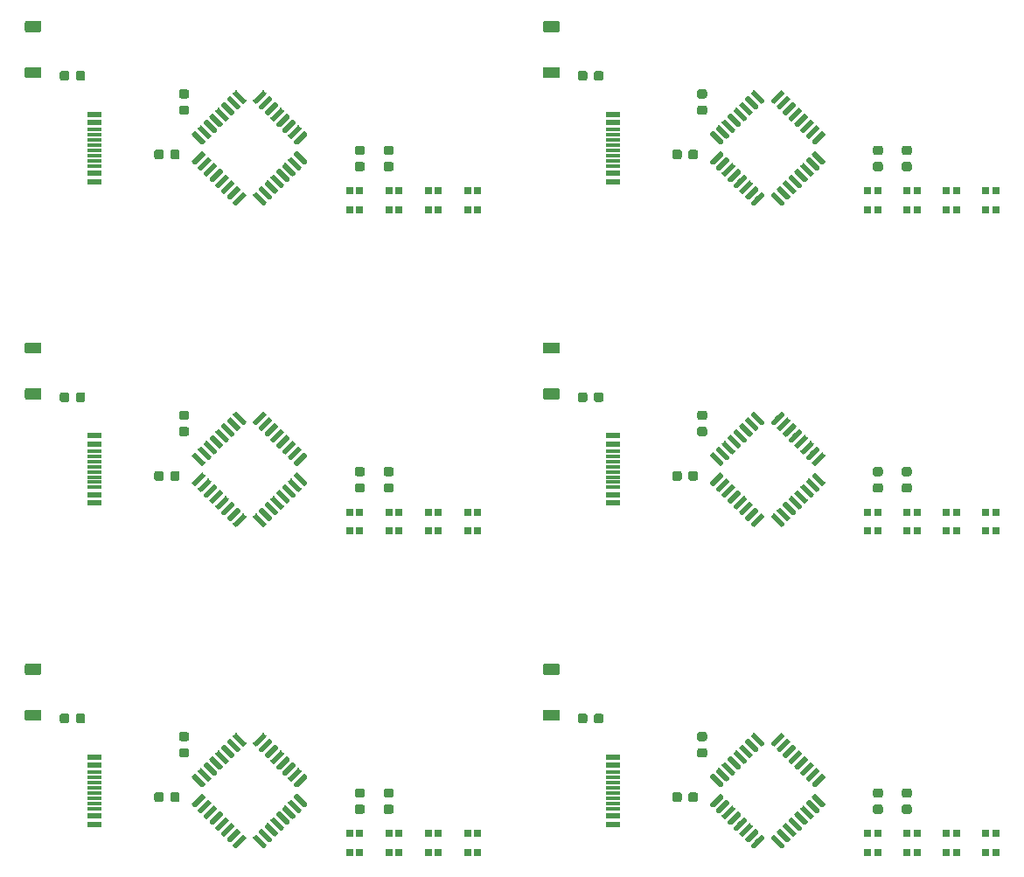
<source format=gbr>
G04 #@! TF.GenerationSoftware,KiCad,Pcbnew,(5.1.4)-1*
G04 #@! TF.CreationDate,2021-12-17T00:30:13+09:00*
G04 #@! TF.ProjectId,ident_card,6964656e-745f-4636-9172-642e6b696361,rev?*
G04 #@! TF.SameCoordinates,Original*
G04 #@! TF.FileFunction,Paste,Top*
G04 #@! TF.FilePolarity,Positive*
%FSLAX46Y46*%
G04 Gerber Fmt 4.6, Leading zero omitted, Abs format (unit mm)*
G04 Created by KiCad (PCBNEW (5.1.4)-1) date 2021-12-17 00:30:13*
%MOMM*%
%LPD*%
G04 APERTURE LIST*
%ADD10R,0.700000X0.700000*%
%ADD11C,0.100000*%
%ADD12C,0.875000*%
%ADD13R,1.450000X0.300000*%
%ADD14R,1.450000X0.600000*%
%ADD15C,0.900000*%
%ADD16C,1.050000*%
%ADD17C,0.500000*%
G04 APERTURE END LIST*
D10*
X112260000Y-49250000D03*
X111260000Y-49250000D03*
X112260000Y-51080000D03*
X111260000Y-51080000D03*
D11*
G36*
X95527691Y-40991053D02*
G01*
X95548926Y-40994203D01*
X95569750Y-40999419D01*
X95589962Y-41006651D01*
X95609368Y-41015830D01*
X95627781Y-41026866D01*
X95645024Y-41039654D01*
X95660930Y-41054070D01*
X95675346Y-41069976D01*
X95688134Y-41087219D01*
X95699170Y-41105632D01*
X95708349Y-41125038D01*
X95715581Y-41145250D01*
X95720797Y-41166074D01*
X95723947Y-41187309D01*
X95725000Y-41208750D01*
X95725000Y-41646250D01*
X95723947Y-41667691D01*
X95720797Y-41688926D01*
X95715581Y-41709750D01*
X95708349Y-41729962D01*
X95699170Y-41749368D01*
X95688134Y-41767781D01*
X95675346Y-41785024D01*
X95660930Y-41800930D01*
X95645024Y-41815346D01*
X95627781Y-41828134D01*
X95609368Y-41839170D01*
X95589962Y-41848349D01*
X95569750Y-41855581D01*
X95548926Y-41860797D01*
X95527691Y-41863947D01*
X95506250Y-41865000D01*
X94993750Y-41865000D01*
X94972309Y-41863947D01*
X94951074Y-41860797D01*
X94930250Y-41855581D01*
X94910038Y-41848349D01*
X94890632Y-41839170D01*
X94872219Y-41828134D01*
X94854976Y-41815346D01*
X94839070Y-41800930D01*
X94824654Y-41785024D01*
X94811866Y-41767781D01*
X94800830Y-41749368D01*
X94791651Y-41729962D01*
X94784419Y-41709750D01*
X94779203Y-41688926D01*
X94776053Y-41667691D01*
X94775000Y-41646250D01*
X94775000Y-41208750D01*
X94776053Y-41187309D01*
X94779203Y-41166074D01*
X94784419Y-41145250D01*
X94791651Y-41125038D01*
X94800830Y-41105632D01*
X94811866Y-41087219D01*
X94824654Y-41069976D01*
X94839070Y-41054070D01*
X94854976Y-41039654D01*
X94872219Y-41026866D01*
X94890632Y-41015830D01*
X94910038Y-41006651D01*
X94930250Y-40999419D01*
X94951074Y-40994203D01*
X94972309Y-40991053D01*
X94993750Y-40990000D01*
X95506250Y-40990000D01*
X95527691Y-40991053D01*
X95527691Y-40991053D01*
G37*
D12*
X95250000Y-41427500D03*
D11*
G36*
X95527691Y-39416053D02*
G01*
X95548926Y-39419203D01*
X95569750Y-39424419D01*
X95589962Y-39431651D01*
X95609368Y-39440830D01*
X95627781Y-39451866D01*
X95645024Y-39464654D01*
X95660930Y-39479070D01*
X95675346Y-39494976D01*
X95688134Y-39512219D01*
X95699170Y-39530632D01*
X95708349Y-39550038D01*
X95715581Y-39570250D01*
X95720797Y-39591074D01*
X95723947Y-39612309D01*
X95725000Y-39633750D01*
X95725000Y-40071250D01*
X95723947Y-40092691D01*
X95720797Y-40113926D01*
X95715581Y-40134750D01*
X95708349Y-40154962D01*
X95699170Y-40174368D01*
X95688134Y-40192781D01*
X95675346Y-40210024D01*
X95660930Y-40225930D01*
X95645024Y-40240346D01*
X95627781Y-40253134D01*
X95609368Y-40264170D01*
X95589962Y-40273349D01*
X95569750Y-40280581D01*
X95548926Y-40285797D01*
X95527691Y-40288947D01*
X95506250Y-40290000D01*
X94993750Y-40290000D01*
X94972309Y-40288947D01*
X94951074Y-40285797D01*
X94930250Y-40280581D01*
X94910038Y-40273349D01*
X94890632Y-40264170D01*
X94872219Y-40253134D01*
X94854976Y-40240346D01*
X94839070Y-40225930D01*
X94824654Y-40210024D01*
X94811866Y-40192781D01*
X94800830Y-40174368D01*
X94791651Y-40154962D01*
X94784419Y-40134750D01*
X94779203Y-40113926D01*
X94776053Y-40092691D01*
X94775000Y-40071250D01*
X94775000Y-39633750D01*
X94776053Y-39612309D01*
X94779203Y-39591074D01*
X94784419Y-39570250D01*
X94791651Y-39550038D01*
X94800830Y-39530632D01*
X94811866Y-39512219D01*
X94824654Y-39494976D01*
X94839070Y-39479070D01*
X94854976Y-39464654D01*
X94872219Y-39451866D01*
X94890632Y-39440830D01*
X94910038Y-39431651D01*
X94930250Y-39424419D01*
X94951074Y-39419203D01*
X94972309Y-39416053D01*
X94993750Y-39415000D01*
X95506250Y-39415000D01*
X95527691Y-39416053D01*
X95527691Y-39416053D01*
G37*
D12*
X95250000Y-39852500D03*
D10*
X116070000Y-49250000D03*
X115070000Y-49250000D03*
X116070000Y-51080000D03*
X115070000Y-51080000D03*
X119880000Y-49250000D03*
X118880000Y-49250000D03*
X119880000Y-51080000D03*
X118880000Y-51080000D03*
D13*
X86595000Y-44835000D03*
X86595000Y-46835000D03*
X86595000Y-46335000D03*
X86595000Y-45835000D03*
X86595000Y-45335000D03*
X86595000Y-44335000D03*
X86595000Y-43835000D03*
X86595000Y-43335000D03*
D14*
X86595000Y-48335000D03*
X86595000Y-47535000D03*
X86595000Y-42635000D03*
X86595000Y-41835000D03*
X86595000Y-41835000D03*
X86595000Y-42635000D03*
X86595000Y-47535000D03*
X86595000Y-48335000D03*
D10*
X123690000Y-49250000D03*
X122690000Y-49250000D03*
X123690000Y-51080000D03*
X122690000Y-51080000D03*
D11*
G36*
X94621054Y-45246083D02*
G01*
X94642895Y-45249323D01*
X94664314Y-45254688D01*
X94685104Y-45262127D01*
X94705064Y-45271568D01*
X94724003Y-45282919D01*
X94741738Y-45296073D01*
X94758099Y-45310901D01*
X94772927Y-45327262D01*
X94786081Y-45344997D01*
X94797432Y-45363936D01*
X94806873Y-45383896D01*
X94814312Y-45404686D01*
X94819677Y-45426105D01*
X94822917Y-45447946D01*
X94824000Y-45470000D01*
X94824000Y-45970000D01*
X94822917Y-45992054D01*
X94819677Y-46013895D01*
X94814312Y-46035314D01*
X94806873Y-46056104D01*
X94797432Y-46076064D01*
X94786081Y-46095003D01*
X94772927Y-46112738D01*
X94758099Y-46129099D01*
X94741738Y-46143927D01*
X94724003Y-46157081D01*
X94705064Y-46168432D01*
X94685104Y-46177873D01*
X94664314Y-46185312D01*
X94642895Y-46190677D01*
X94621054Y-46193917D01*
X94599000Y-46195000D01*
X94149000Y-46195000D01*
X94126946Y-46193917D01*
X94105105Y-46190677D01*
X94083686Y-46185312D01*
X94062896Y-46177873D01*
X94042936Y-46168432D01*
X94023997Y-46157081D01*
X94006262Y-46143927D01*
X93989901Y-46129099D01*
X93975073Y-46112738D01*
X93961919Y-46095003D01*
X93950568Y-46076064D01*
X93941127Y-46056104D01*
X93933688Y-46035314D01*
X93928323Y-46013895D01*
X93925083Y-45992054D01*
X93924000Y-45970000D01*
X93924000Y-45470000D01*
X93925083Y-45447946D01*
X93928323Y-45426105D01*
X93933688Y-45404686D01*
X93941127Y-45383896D01*
X93950568Y-45363936D01*
X93961919Y-45344997D01*
X93975073Y-45327262D01*
X93989901Y-45310901D01*
X94006262Y-45296073D01*
X94023997Y-45282919D01*
X94042936Y-45271568D01*
X94062896Y-45262127D01*
X94083686Y-45254688D01*
X94105105Y-45249323D01*
X94126946Y-45246083D01*
X94149000Y-45245000D01*
X94599000Y-45245000D01*
X94621054Y-45246083D01*
X94621054Y-45246083D01*
G37*
D15*
X94374000Y-45720000D03*
D11*
G36*
X93071054Y-45246083D02*
G01*
X93092895Y-45249323D01*
X93114314Y-45254688D01*
X93135104Y-45262127D01*
X93155064Y-45271568D01*
X93174003Y-45282919D01*
X93191738Y-45296073D01*
X93208099Y-45310901D01*
X93222927Y-45327262D01*
X93236081Y-45344997D01*
X93247432Y-45363936D01*
X93256873Y-45383896D01*
X93264312Y-45404686D01*
X93269677Y-45426105D01*
X93272917Y-45447946D01*
X93274000Y-45470000D01*
X93274000Y-45970000D01*
X93272917Y-45992054D01*
X93269677Y-46013895D01*
X93264312Y-46035314D01*
X93256873Y-46056104D01*
X93247432Y-46076064D01*
X93236081Y-46095003D01*
X93222927Y-46112738D01*
X93208099Y-46129099D01*
X93191738Y-46143927D01*
X93174003Y-46157081D01*
X93155064Y-46168432D01*
X93135104Y-46177873D01*
X93114314Y-46185312D01*
X93092895Y-46190677D01*
X93071054Y-46193917D01*
X93049000Y-46195000D01*
X92599000Y-46195000D01*
X92576946Y-46193917D01*
X92555105Y-46190677D01*
X92533686Y-46185312D01*
X92512896Y-46177873D01*
X92492936Y-46168432D01*
X92473997Y-46157081D01*
X92456262Y-46143927D01*
X92439901Y-46129099D01*
X92425073Y-46112738D01*
X92411919Y-46095003D01*
X92400568Y-46076064D01*
X92391127Y-46056104D01*
X92383688Y-46035314D01*
X92378323Y-46013895D01*
X92375083Y-45992054D01*
X92374000Y-45970000D01*
X92374000Y-45470000D01*
X92375083Y-45447946D01*
X92378323Y-45426105D01*
X92383688Y-45404686D01*
X92391127Y-45383896D01*
X92400568Y-45363936D01*
X92411919Y-45344997D01*
X92425073Y-45327262D01*
X92439901Y-45310901D01*
X92456262Y-45296073D01*
X92473997Y-45282919D01*
X92492936Y-45271568D01*
X92512896Y-45262127D01*
X92533686Y-45254688D01*
X92555105Y-45249323D01*
X92576946Y-45246083D01*
X92599000Y-45245000D01*
X93049000Y-45245000D01*
X93071054Y-45246083D01*
X93071054Y-45246083D01*
G37*
D15*
X92824000Y-45720000D03*
D11*
G36*
X83927054Y-37626083D02*
G01*
X83948895Y-37629323D01*
X83970314Y-37634688D01*
X83991104Y-37642127D01*
X84011064Y-37651568D01*
X84030003Y-37662919D01*
X84047738Y-37676073D01*
X84064099Y-37690901D01*
X84078927Y-37707262D01*
X84092081Y-37724997D01*
X84103432Y-37743936D01*
X84112873Y-37763896D01*
X84120312Y-37784686D01*
X84125677Y-37806105D01*
X84128917Y-37827946D01*
X84130000Y-37850000D01*
X84130000Y-38350000D01*
X84128917Y-38372054D01*
X84125677Y-38393895D01*
X84120312Y-38415314D01*
X84112873Y-38436104D01*
X84103432Y-38456064D01*
X84092081Y-38475003D01*
X84078927Y-38492738D01*
X84064099Y-38509099D01*
X84047738Y-38523927D01*
X84030003Y-38537081D01*
X84011064Y-38548432D01*
X83991104Y-38557873D01*
X83970314Y-38565312D01*
X83948895Y-38570677D01*
X83927054Y-38573917D01*
X83905000Y-38575000D01*
X83455000Y-38575000D01*
X83432946Y-38573917D01*
X83411105Y-38570677D01*
X83389686Y-38565312D01*
X83368896Y-38557873D01*
X83348936Y-38548432D01*
X83329997Y-38537081D01*
X83312262Y-38523927D01*
X83295901Y-38509099D01*
X83281073Y-38492738D01*
X83267919Y-38475003D01*
X83256568Y-38456064D01*
X83247127Y-38436104D01*
X83239688Y-38415314D01*
X83234323Y-38393895D01*
X83231083Y-38372054D01*
X83230000Y-38350000D01*
X83230000Y-37850000D01*
X83231083Y-37827946D01*
X83234323Y-37806105D01*
X83239688Y-37784686D01*
X83247127Y-37763896D01*
X83256568Y-37743936D01*
X83267919Y-37724997D01*
X83281073Y-37707262D01*
X83295901Y-37690901D01*
X83312262Y-37676073D01*
X83329997Y-37662919D01*
X83348936Y-37651568D01*
X83368896Y-37642127D01*
X83389686Y-37634688D01*
X83411105Y-37629323D01*
X83432946Y-37626083D01*
X83455000Y-37625000D01*
X83905000Y-37625000D01*
X83927054Y-37626083D01*
X83927054Y-37626083D01*
G37*
D15*
X83680000Y-38100000D03*
D11*
G36*
X85477054Y-37626083D02*
G01*
X85498895Y-37629323D01*
X85520314Y-37634688D01*
X85541104Y-37642127D01*
X85561064Y-37651568D01*
X85580003Y-37662919D01*
X85597738Y-37676073D01*
X85614099Y-37690901D01*
X85628927Y-37707262D01*
X85642081Y-37724997D01*
X85653432Y-37743936D01*
X85662873Y-37763896D01*
X85670312Y-37784686D01*
X85675677Y-37806105D01*
X85678917Y-37827946D01*
X85680000Y-37850000D01*
X85680000Y-38350000D01*
X85678917Y-38372054D01*
X85675677Y-38393895D01*
X85670312Y-38415314D01*
X85662873Y-38436104D01*
X85653432Y-38456064D01*
X85642081Y-38475003D01*
X85628927Y-38492738D01*
X85614099Y-38509099D01*
X85597738Y-38523927D01*
X85580003Y-38537081D01*
X85561064Y-38548432D01*
X85541104Y-38557873D01*
X85520314Y-38565312D01*
X85498895Y-38570677D01*
X85477054Y-38573917D01*
X85455000Y-38575000D01*
X85005000Y-38575000D01*
X84982946Y-38573917D01*
X84961105Y-38570677D01*
X84939686Y-38565312D01*
X84918896Y-38557873D01*
X84898936Y-38548432D01*
X84879997Y-38537081D01*
X84862262Y-38523927D01*
X84845901Y-38509099D01*
X84831073Y-38492738D01*
X84817919Y-38475003D01*
X84806568Y-38456064D01*
X84797127Y-38436104D01*
X84789688Y-38415314D01*
X84784323Y-38393895D01*
X84781083Y-38372054D01*
X84780000Y-38350000D01*
X84780000Y-37850000D01*
X84781083Y-37827946D01*
X84784323Y-37806105D01*
X84789688Y-37784686D01*
X84797127Y-37763896D01*
X84806568Y-37743936D01*
X84817919Y-37724997D01*
X84831073Y-37707262D01*
X84845901Y-37690901D01*
X84862262Y-37676073D01*
X84879997Y-37662919D01*
X84898936Y-37651568D01*
X84918896Y-37642127D01*
X84939686Y-37634688D01*
X84961105Y-37629323D01*
X84982946Y-37626083D01*
X85005000Y-37625000D01*
X85455000Y-37625000D01*
X85477054Y-37626083D01*
X85477054Y-37626083D01*
G37*
D15*
X85230000Y-38100000D03*
D11*
G36*
X112545691Y-46452053D02*
G01*
X112566926Y-46455203D01*
X112587750Y-46460419D01*
X112607962Y-46467651D01*
X112627368Y-46476830D01*
X112645781Y-46487866D01*
X112663024Y-46500654D01*
X112678930Y-46515070D01*
X112693346Y-46530976D01*
X112706134Y-46548219D01*
X112717170Y-46566632D01*
X112726349Y-46586038D01*
X112733581Y-46606250D01*
X112738797Y-46627074D01*
X112741947Y-46648309D01*
X112743000Y-46669750D01*
X112743000Y-47107250D01*
X112741947Y-47128691D01*
X112738797Y-47149926D01*
X112733581Y-47170750D01*
X112726349Y-47190962D01*
X112717170Y-47210368D01*
X112706134Y-47228781D01*
X112693346Y-47246024D01*
X112678930Y-47261930D01*
X112663024Y-47276346D01*
X112645781Y-47289134D01*
X112627368Y-47300170D01*
X112607962Y-47309349D01*
X112587750Y-47316581D01*
X112566926Y-47321797D01*
X112545691Y-47324947D01*
X112524250Y-47326000D01*
X112011750Y-47326000D01*
X111990309Y-47324947D01*
X111969074Y-47321797D01*
X111948250Y-47316581D01*
X111928038Y-47309349D01*
X111908632Y-47300170D01*
X111890219Y-47289134D01*
X111872976Y-47276346D01*
X111857070Y-47261930D01*
X111842654Y-47246024D01*
X111829866Y-47228781D01*
X111818830Y-47210368D01*
X111809651Y-47190962D01*
X111802419Y-47170750D01*
X111797203Y-47149926D01*
X111794053Y-47128691D01*
X111793000Y-47107250D01*
X111793000Y-46669750D01*
X111794053Y-46648309D01*
X111797203Y-46627074D01*
X111802419Y-46606250D01*
X111809651Y-46586038D01*
X111818830Y-46566632D01*
X111829866Y-46548219D01*
X111842654Y-46530976D01*
X111857070Y-46515070D01*
X111872976Y-46500654D01*
X111890219Y-46487866D01*
X111908632Y-46476830D01*
X111928038Y-46467651D01*
X111948250Y-46460419D01*
X111969074Y-46455203D01*
X111990309Y-46452053D01*
X112011750Y-46451000D01*
X112524250Y-46451000D01*
X112545691Y-46452053D01*
X112545691Y-46452053D01*
G37*
D12*
X112268000Y-46888500D03*
D11*
G36*
X112545691Y-44877053D02*
G01*
X112566926Y-44880203D01*
X112587750Y-44885419D01*
X112607962Y-44892651D01*
X112627368Y-44901830D01*
X112645781Y-44912866D01*
X112663024Y-44925654D01*
X112678930Y-44940070D01*
X112693346Y-44955976D01*
X112706134Y-44973219D01*
X112717170Y-44991632D01*
X112726349Y-45011038D01*
X112733581Y-45031250D01*
X112738797Y-45052074D01*
X112741947Y-45073309D01*
X112743000Y-45094750D01*
X112743000Y-45532250D01*
X112741947Y-45553691D01*
X112738797Y-45574926D01*
X112733581Y-45595750D01*
X112726349Y-45615962D01*
X112717170Y-45635368D01*
X112706134Y-45653781D01*
X112693346Y-45671024D01*
X112678930Y-45686930D01*
X112663024Y-45701346D01*
X112645781Y-45714134D01*
X112627368Y-45725170D01*
X112607962Y-45734349D01*
X112587750Y-45741581D01*
X112566926Y-45746797D01*
X112545691Y-45749947D01*
X112524250Y-45751000D01*
X112011750Y-45751000D01*
X111990309Y-45749947D01*
X111969074Y-45746797D01*
X111948250Y-45741581D01*
X111928038Y-45734349D01*
X111908632Y-45725170D01*
X111890219Y-45714134D01*
X111872976Y-45701346D01*
X111857070Y-45686930D01*
X111842654Y-45671024D01*
X111829866Y-45653781D01*
X111818830Y-45635368D01*
X111809651Y-45615962D01*
X111802419Y-45595750D01*
X111797203Y-45574926D01*
X111794053Y-45553691D01*
X111793000Y-45532250D01*
X111793000Y-45094750D01*
X111794053Y-45073309D01*
X111797203Y-45052074D01*
X111802419Y-45031250D01*
X111809651Y-45011038D01*
X111818830Y-44991632D01*
X111829866Y-44973219D01*
X111842654Y-44955976D01*
X111857070Y-44940070D01*
X111872976Y-44925654D01*
X111890219Y-44912866D01*
X111908632Y-44901830D01*
X111928038Y-44892651D01*
X111948250Y-44885419D01*
X111969074Y-44880203D01*
X111990309Y-44877053D01*
X112011750Y-44876000D01*
X112524250Y-44876000D01*
X112545691Y-44877053D01*
X112545691Y-44877053D01*
G37*
D12*
X112268000Y-45313500D03*
D11*
G36*
X115339691Y-46452053D02*
G01*
X115360926Y-46455203D01*
X115381750Y-46460419D01*
X115401962Y-46467651D01*
X115421368Y-46476830D01*
X115439781Y-46487866D01*
X115457024Y-46500654D01*
X115472930Y-46515070D01*
X115487346Y-46530976D01*
X115500134Y-46548219D01*
X115511170Y-46566632D01*
X115520349Y-46586038D01*
X115527581Y-46606250D01*
X115532797Y-46627074D01*
X115535947Y-46648309D01*
X115537000Y-46669750D01*
X115537000Y-47107250D01*
X115535947Y-47128691D01*
X115532797Y-47149926D01*
X115527581Y-47170750D01*
X115520349Y-47190962D01*
X115511170Y-47210368D01*
X115500134Y-47228781D01*
X115487346Y-47246024D01*
X115472930Y-47261930D01*
X115457024Y-47276346D01*
X115439781Y-47289134D01*
X115421368Y-47300170D01*
X115401962Y-47309349D01*
X115381750Y-47316581D01*
X115360926Y-47321797D01*
X115339691Y-47324947D01*
X115318250Y-47326000D01*
X114805750Y-47326000D01*
X114784309Y-47324947D01*
X114763074Y-47321797D01*
X114742250Y-47316581D01*
X114722038Y-47309349D01*
X114702632Y-47300170D01*
X114684219Y-47289134D01*
X114666976Y-47276346D01*
X114651070Y-47261930D01*
X114636654Y-47246024D01*
X114623866Y-47228781D01*
X114612830Y-47210368D01*
X114603651Y-47190962D01*
X114596419Y-47170750D01*
X114591203Y-47149926D01*
X114588053Y-47128691D01*
X114587000Y-47107250D01*
X114587000Y-46669750D01*
X114588053Y-46648309D01*
X114591203Y-46627074D01*
X114596419Y-46606250D01*
X114603651Y-46586038D01*
X114612830Y-46566632D01*
X114623866Y-46548219D01*
X114636654Y-46530976D01*
X114651070Y-46515070D01*
X114666976Y-46500654D01*
X114684219Y-46487866D01*
X114702632Y-46476830D01*
X114722038Y-46467651D01*
X114742250Y-46460419D01*
X114763074Y-46455203D01*
X114784309Y-46452053D01*
X114805750Y-46451000D01*
X115318250Y-46451000D01*
X115339691Y-46452053D01*
X115339691Y-46452053D01*
G37*
D12*
X115062000Y-46888500D03*
D11*
G36*
X115339691Y-44877053D02*
G01*
X115360926Y-44880203D01*
X115381750Y-44885419D01*
X115401962Y-44892651D01*
X115421368Y-44901830D01*
X115439781Y-44912866D01*
X115457024Y-44925654D01*
X115472930Y-44940070D01*
X115487346Y-44955976D01*
X115500134Y-44973219D01*
X115511170Y-44991632D01*
X115520349Y-45011038D01*
X115527581Y-45031250D01*
X115532797Y-45052074D01*
X115535947Y-45073309D01*
X115537000Y-45094750D01*
X115537000Y-45532250D01*
X115535947Y-45553691D01*
X115532797Y-45574926D01*
X115527581Y-45595750D01*
X115520349Y-45615962D01*
X115511170Y-45635368D01*
X115500134Y-45653781D01*
X115487346Y-45671024D01*
X115472930Y-45686930D01*
X115457024Y-45701346D01*
X115439781Y-45714134D01*
X115421368Y-45725170D01*
X115401962Y-45734349D01*
X115381750Y-45741581D01*
X115360926Y-45746797D01*
X115339691Y-45749947D01*
X115318250Y-45751000D01*
X114805750Y-45751000D01*
X114784309Y-45749947D01*
X114763074Y-45746797D01*
X114742250Y-45741581D01*
X114722038Y-45734349D01*
X114702632Y-45725170D01*
X114684219Y-45714134D01*
X114666976Y-45701346D01*
X114651070Y-45686930D01*
X114636654Y-45671024D01*
X114623866Y-45653781D01*
X114612830Y-45635368D01*
X114603651Y-45615962D01*
X114596419Y-45595750D01*
X114591203Y-45574926D01*
X114588053Y-45553691D01*
X114587000Y-45532250D01*
X114587000Y-45094750D01*
X114588053Y-45073309D01*
X114591203Y-45052074D01*
X114596419Y-45031250D01*
X114603651Y-45011038D01*
X114612830Y-44991632D01*
X114623866Y-44973219D01*
X114636654Y-44955976D01*
X114651070Y-44940070D01*
X114666976Y-44925654D01*
X114684219Y-44912866D01*
X114702632Y-44901830D01*
X114722038Y-44892651D01*
X114742250Y-44885419D01*
X114763074Y-44880203D01*
X114784309Y-44877053D01*
X114805750Y-44876000D01*
X115318250Y-44876000D01*
X115339691Y-44877053D01*
X115339691Y-44877053D01*
G37*
D12*
X115062000Y-45313500D03*
D11*
G36*
X81326615Y-37260632D02*
G01*
X81339356Y-37262522D01*
X81351850Y-37265652D01*
X81363977Y-37269991D01*
X81375621Y-37275498D01*
X81386669Y-37282120D01*
X81397014Y-37289792D01*
X81406558Y-37298442D01*
X81415208Y-37307986D01*
X81422880Y-37318331D01*
X81429502Y-37329379D01*
X81435009Y-37341023D01*
X81439348Y-37353150D01*
X81442478Y-37365644D01*
X81444368Y-37378385D01*
X81445000Y-37391250D01*
X81445000Y-38178750D01*
X81444368Y-38191615D01*
X81442478Y-38204356D01*
X81439348Y-38216850D01*
X81435009Y-38228977D01*
X81429502Y-38240621D01*
X81422880Y-38251669D01*
X81415208Y-38262014D01*
X81406558Y-38271558D01*
X81397014Y-38280208D01*
X81386669Y-38287880D01*
X81375621Y-38294502D01*
X81363977Y-38300009D01*
X81351850Y-38304348D01*
X81339356Y-38307478D01*
X81326615Y-38309368D01*
X81313750Y-38310000D01*
X79976250Y-38310000D01*
X79963385Y-38309368D01*
X79950644Y-38307478D01*
X79938150Y-38304348D01*
X79926023Y-38300009D01*
X79914379Y-38294502D01*
X79903331Y-38287880D01*
X79892986Y-38280208D01*
X79883442Y-38271558D01*
X79874792Y-38262014D01*
X79867120Y-38251669D01*
X79860498Y-38240621D01*
X79854991Y-38228977D01*
X79850652Y-38216850D01*
X79847522Y-38204356D01*
X79845632Y-38191615D01*
X79845000Y-38178750D01*
X79845000Y-37391250D01*
X79845632Y-37378385D01*
X79847522Y-37365644D01*
X79850652Y-37353150D01*
X79854991Y-37341023D01*
X79860498Y-37329379D01*
X79867120Y-37318331D01*
X79874792Y-37307986D01*
X79883442Y-37298442D01*
X79892986Y-37289792D01*
X79903331Y-37282120D01*
X79914379Y-37275498D01*
X79926023Y-37269991D01*
X79938150Y-37265652D01*
X79950644Y-37262522D01*
X79963385Y-37260632D01*
X79976250Y-37260000D01*
X81313750Y-37260000D01*
X81326615Y-37260632D01*
X81326615Y-37260632D01*
G37*
D16*
X80645000Y-37785000D03*
D11*
G36*
X81326615Y-32810632D02*
G01*
X81339356Y-32812522D01*
X81351850Y-32815652D01*
X81363977Y-32819991D01*
X81375621Y-32825498D01*
X81386669Y-32832120D01*
X81397014Y-32839792D01*
X81406558Y-32848442D01*
X81415208Y-32857986D01*
X81422880Y-32868331D01*
X81429502Y-32879379D01*
X81435009Y-32891023D01*
X81439348Y-32903150D01*
X81442478Y-32915644D01*
X81444368Y-32928385D01*
X81445000Y-32941250D01*
X81445000Y-33728750D01*
X81444368Y-33741615D01*
X81442478Y-33754356D01*
X81439348Y-33766850D01*
X81435009Y-33778977D01*
X81429502Y-33790621D01*
X81422880Y-33801669D01*
X81415208Y-33812014D01*
X81406558Y-33821558D01*
X81397014Y-33830208D01*
X81386669Y-33837880D01*
X81375621Y-33844502D01*
X81363977Y-33850009D01*
X81351850Y-33854348D01*
X81339356Y-33857478D01*
X81326615Y-33859368D01*
X81313750Y-33860000D01*
X79976250Y-33860000D01*
X79963385Y-33859368D01*
X79950644Y-33857478D01*
X79938150Y-33854348D01*
X79926023Y-33850009D01*
X79914379Y-33844502D01*
X79903331Y-33837880D01*
X79892986Y-33830208D01*
X79883442Y-33821558D01*
X79874792Y-33812014D01*
X79867120Y-33801669D01*
X79860498Y-33790621D01*
X79854991Y-33778977D01*
X79850652Y-33766850D01*
X79847522Y-33754356D01*
X79845632Y-33741615D01*
X79845000Y-33728750D01*
X79845000Y-32941250D01*
X79845632Y-32928385D01*
X79847522Y-32915644D01*
X79850652Y-32903150D01*
X79854991Y-32891023D01*
X79860498Y-32879379D01*
X79867120Y-32868331D01*
X79874792Y-32857986D01*
X79883442Y-32848442D01*
X79892986Y-32839792D01*
X79903331Y-32832120D01*
X79914379Y-32825498D01*
X79926023Y-32819991D01*
X79938150Y-32815652D01*
X79950644Y-32812522D01*
X79963385Y-32810632D01*
X79976250Y-32810000D01*
X81313750Y-32810000D01*
X81326615Y-32810632D01*
X81326615Y-32810632D01*
G37*
D16*
X80645000Y-33335000D03*
D11*
G36*
X97033735Y-45402544D02*
G01*
X97045869Y-45404344D01*
X97057769Y-45407324D01*
X97069318Y-45411457D01*
X97080408Y-45416702D01*
X97090929Y-45423008D01*
X97100782Y-45430316D01*
X97109871Y-45438554D01*
X97286648Y-45615331D01*
X97294886Y-45624420D01*
X97302194Y-45634273D01*
X97308500Y-45644794D01*
X97313745Y-45655884D01*
X97317878Y-45667433D01*
X97320858Y-45679333D01*
X97322658Y-45691467D01*
X97323260Y-45703719D01*
X97322658Y-45715971D01*
X97320858Y-45728105D01*
X97317878Y-45740005D01*
X97313745Y-45751554D01*
X97308500Y-45762644D01*
X97302194Y-45773165D01*
X97294886Y-45783018D01*
X97286648Y-45792107D01*
X96402765Y-46675990D01*
X96393676Y-46684228D01*
X96383823Y-46691536D01*
X96373302Y-46697842D01*
X96362212Y-46703087D01*
X96350663Y-46707220D01*
X96338763Y-46710200D01*
X96326629Y-46712000D01*
X96314377Y-46712602D01*
X96302125Y-46712000D01*
X96289991Y-46710200D01*
X96278091Y-46707220D01*
X96266542Y-46703087D01*
X96255452Y-46697842D01*
X96244931Y-46691536D01*
X96235078Y-46684228D01*
X96225989Y-46675990D01*
X96049212Y-46499213D01*
X96040974Y-46490124D01*
X96033666Y-46480271D01*
X96027360Y-46469750D01*
X96022115Y-46458660D01*
X96017982Y-46447111D01*
X96015002Y-46435211D01*
X96013202Y-46423077D01*
X96012600Y-46410825D01*
X96013202Y-46398573D01*
X96015002Y-46386439D01*
X96017982Y-46374539D01*
X96022115Y-46362990D01*
X96027360Y-46351900D01*
X96033666Y-46341379D01*
X96040974Y-46331526D01*
X96049212Y-46322437D01*
X96933095Y-45438554D01*
X96942184Y-45430316D01*
X96952037Y-45423008D01*
X96962558Y-45416702D01*
X96973648Y-45411457D01*
X96985197Y-45407324D01*
X96997097Y-45404344D01*
X97009231Y-45402544D01*
X97021483Y-45401942D01*
X97033735Y-45402544D01*
X97033735Y-45402544D01*
G37*
D17*
X96667930Y-46057272D03*
D11*
G36*
X97599421Y-45968229D02*
G01*
X97611555Y-45970029D01*
X97623455Y-45973009D01*
X97635004Y-45977142D01*
X97646094Y-45982387D01*
X97656615Y-45988693D01*
X97666468Y-45996001D01*
X97675557Y-46004239D01*
X97852334Y-46181016D01*
X97860572Y-46190105D01*
X97867880Y-46199958D01*
X97874186Y-46210479D01*
X97879431Y-46221569D01*
X97883564Y-46233118D01*
X97886544Y-46245018D01*
X97888344Y-46257152D01*
X97888946Y-46269404D01*
X97888344Y-46281656D01*
X97886544Y-46293790D01*
X97883564Y-46305690D01*
X97879431Y-46317239D01*
X97874186Y-46328329D01*
X97867880Y-46338850D01*
X97860572Y-46348703D01*
X97852334Y-46357792D01*
X96968451Y-47241675D01*
X96959362Y-47249913D01*
X96949509Y-47257221D01*
X96938988Y-47263527D01*
X96927898Y-47268772D01*
X96916349Y-47272905D01*
X96904449Y-47275885D01*
X96892315Y-47277685D01*
X96880063Y-47278287D01*
X96867811Y-47277685D01*
X96855677Y-47275885D01*
X96843777Y-47272905D01*
X96832228Y-47268772D01*
X96821138Y-47263527D01*
X96810617Y-47257221D01*
X96800764Y-47249913D01*
X96791675Y-47241675D01*
X96614898Y-47064898D01*
X96606660Y-47055809D01*
X96599352Y-47045956D01*
X96593046Y-47035435D01*
X96587801Y-47024345D01*
X96583668Y-47012796D01*
X96580688Y-47000896D01*
X96578888Y-46988762D01*
X96578286Y-46976510D01*
X96578888Y-46964258D01*
X96580688Y-46952124D01*
X96583668Y-46940224D01*
X96587801Y-46928675D01*
X96593046Y-46917585D01*
X96599352Y-46907064D01*
X96606660Y-46897211D01*
X96614898Y-46888122D01*
X97498781Y-46004239D01*
X97507870Y-45996001D01*
X97517723Y-45988693D01*
X97528244Y-45982387D01*
X97539334Y-45977142D01*
X97550883Y-45973009D01*
X97562783Y-45970029D01*
X97574917Y-45968229D01*
X97587169Y-45967627D01*
X97599421Y-45968229D01*
X97599421Y-45968229D01*
G37*
D17*
X97233616Y-46622957D03*
D11*
G36*
X98165106Y-46533915D02*
G01*
X98177240Y-46535715D01*
X98189140Y-46538695D01*
X98200689Y-46542828D01*
X98211779Y-46548073D01*
X98222300Y-46554379D01*
X98232153Y-46561687D01*
X98241242Y-46569925D01*
X98418019Y-46746702D01*
X98426257Y-46755791D01*
X98433565Y-46765644D01*
X98439871Y-46776165D01*
X98445116Y-46787255D01*
X98449249Y-46798804D01*
X98452229Y-46810704D01*
X98454029Y-46822838D01*
X98454631Y-46835090D01*
X98454029Y-46847342D01*
X98452229Y-46859476D01*
X98449249Y-46871376D01*
X98445116Y-46882925D01*
X98439871Y-46894015D01*
X98433565Y-46904536D01*
X98426257Y-46914389D01*
X98418019Y-46923478D01*
X97534136Y-47807361D01*
X97525047Y-47815599D01*
X97515194Y-47822907D01*
X97504673Y-47829213D01*
X97493583Y-47834458D01*
X97482034Y-47838591D01*
X97470134Y-47841571D01*
X97458000Y-47843371D01*
X97445748Y-47843973D01*
X97433496Y-47843371D01*
X97421362Y-47841571D01*
X97409462Y-47838591D01*
X97397913Y-47834458D01*
X97386823Y-47829213D01*
X97376302Y-47822907D01*
X97366449Y-47815599D01*
X97357360Y-47807361D01*
X97180583Y-47630584D01*
X97172345Y-47621495D01*
X97165037Y-47611642D01*
X97158731Y-47601121D01*
X97153486Y-47590031D01*
X97149353Y-47578482D01*
X97146373Y-47566582D01*
X97144573Y-47554448D01*
X97143971Y-47542196D01*
X97144573Y-47529944D01*
X97146373Y-47517810D01*
X97149353Y-47505910D01*
X97153486Y-47494361D01*
X97158731Y-47483271D01*
X97165037Y-47472750D01*
X97172345Y-47462897D01*
X97180583Y-47453808D01*
X98064466Y-46569925D01*
X98073555Y-46561687D01*
X98083408Y-46554379D01*
X98093929Y-46548073D01*
X98105019Y-46542828D01*
X98116568Y-46538695D01*
X98128468Y-46535715D01*
X98140602Y-46533915D01*
X98152854Y-46533313D01*
X98165106Y-46533915D01*
X98165106Y-46533915D01*
G37*
D17*
X97799301Y-47188643D03*
D11*
G36*
X98730791Y-47099600D02*
G01*
X98742925Y-47101400D01*
X98754825Y-47104380D01*
X98766374Y-47108513D01*
X98777464Y-47113758D01*
X98787985Y-47120064D01*
X98797838Y-47127372D01*
X98806927Y-47135610D01*
X98983704Y-47312387D01*
X98991942Y-47321476D01*
X98999250Y-47331329D01*
X99005556Y-47341850D01*
X99010801Y-47352940D01*
X99014934Y-47364489D01*
X99017914Y-47376389D01*
X99019714Y-47388523D01*
X99020316Y-47400775D01*
X99019714Y-47413027D01*
X99017914Y-47425161D01*
X99014934Y-47437061D01*
X99010801Y-47448610D01*
X99005556Y-47459700D01*
X98999250Y-47470221D01*
X98991942Y-47480074D01*
X98983704Y-47489163D01*
X98099821Y-48373046D01*
X98090732Y-48381284D01*
X98080879Y-48388592D01*
X98070358Y-48394898D01*
X98059268Y-48400143D01*
X98047719Y-48404276D01*
X98035819Y-48407256D01*
X98023685Y-48409056D01*
X98011433Y-48409658D01*
X97999181Y-48409056D01*
X97987047Y-48407256D01*
X97975147Y-48404276D01*
X97963598Y-48400143D01*
X97952508Y-48394898D01*
X97941987Y-48388592D01*
X97932134Y-48381284D01*
X97923045Y-48373046D01*
X97746268Y-48196269D01*
X97738030Y-48187180D01*
X97730722Y-48177327D01*
X97724416Y-48166806D01*
X97719171Y-48155716D01*
X97715038Y-48144167D01*
X97712058Y-48132267D01*
X97710258Y-48120133D01*
X97709656Y-48107881D01*
X97710258Y-48095629D01*
X97712058Y-48083495D01*
X97715038Y-48071595D01*
X97719171Y-48060046D01*
X97724416Y-48048956D01*
X97730722Y-48038435D01*
X97738030Y-48028582D01*
X97746268Y-48019493D01*
X98630151Y-47135610D01*
X98639240Y-47127372D01*
X98649093Y-47120064D01*
X98659614Y-47113758D01*
X98670704Y-47108513D01*
X98682253Y-47104380D01*
X98694153Y-47101400D01*
X98706287Y-47099600D01*
X98718539Y-47098998D01*
X98730791Y-47099600D01*
X98730791Y-47099600D01*
G37*
D17*
X98364986Y-47754328D03*
D11*
G36*
X99296477Y-47665286D02*
G01*
X99308611Y-47667086D01*
X99320511Y-47670066D01*
X99332060Y-47674199D01*
X99343150Y-47679444D01*
X99353671Y-47685750D01*
X99363524Y-47693058D01*
X99372613Y-47701296D01*
X99549390Y-47878073D01*
X99557628Y-47887162D01*
X99564936Y-47897015D01*
X99571242Y-47907536D01*
X99576487Y-47918626D01*
X99580620Y-47930175D01*
X99583600Y-47942075D01*
X99585400Y-47954209D01*
X99586002Y-47966461D01*
X99585400Y-47978713D01*
X99583600Y-47990847D01*
X99580620Y-48002747D01*
X99576487Y-48014296D01*
X99571242Y-48025386D01*
X99564936Y-48035907D01*
X99557628Y-48045760D01*
X99549390Y-48054849D01*
X98665507Y-48938732D01*
X98656418Y-48946970D01*
X98646565Y-48954278D01*
X98636044Y-48960584D01*
X98624954Y-48965829D01*
X98613405Y-48969962D01*
X98601505Y-48972942D01*
X98589371Y-48974742D01*
X98577119Y-48975344D01*
X98564867Y-48974742D01*
X98552733Y-48972942D01*
X98540833Y-48969962D01*
X98529284Y-48965829D01*
X98518194Y-48960584D01*
X98507673Y-48954278D01*
X98497820Y-48946970D01*
X98488731Y-48938732D01*
X98311954Y-48761955D01*
X98303716Y-48752866D01*
X98296408Y-48743013D01*
X98290102Y-48732492D01*
X98284857Y-48721402D01*
X98280724Y-48709853D01*
X98277744Y-48697953D01*
X98275944Y-48685819D01*
X98275342Y-48673567D01*
X98275944Y-48661315D01*
X98277744Y-48649181D01*
X98280724Y-48637281D01*
X98284857Y-48625732D01*
X98290102Y-48614642D01*
X98296408Y-48604121D01*
X98303716Y-48594268D01*
X98311954Y-48585179D01*
X99195837Y-47701296D01*
X99204926Y-47693058D01*
X99214779Y-47685750D01*
X99225300Y-47679444D01*
X99236390Y-47674199D01*
X99247939Y-47670066D01*
X99259839Y-47667086D01*
X99271973Y-47665286D01*
X99284225Y-47664684D01*
X99296477Y-47665286D01*
X99296477Y-47665286D01*
G37*
D17*
X98930672Y-48320014D03*
D11*
G36*
X99862162Y-48230971D02*
G01*
X99874296Y-48232771D01*
X99886196Y-48235751D01*
X99897745Y-48239884D01*
X99908835Y-48245129D01*
X99919356Y-48251435D01*
X99929209Y-48258743D01*
X99938298Y-48266981D01*
X100115075Y-48443758D01*
X100123313Y-48452847D01*
X100130621Y-48462700D01*
X100136927Y-48473221D01*
X100142172Y-48484311D01*
X100146305Y-48495860D01*
X100149285Y-48507760D01*
X100151085Y-48519894D01*
X100151687Y-48532146D01*
X100151085Y-48544398D01*
X100149285Y-48556532D01*
X100146305Y-48568432D01*
X100142172Y-48579981D01*
X100136927Y-48591071D01*
X100130621Y-48601592D01*
X100123313Y-48611445D01*
X100115075Y-48620534D01*
X99231192Y-49504417D01*
X99222103Y-49512655D01*
X99212250Y-49519963D01*
X99201729Y-49526269D01*
X99190639Y-49531514D01*
X99179090Y-49535647D01*
X99167190Y-49538627D01*
X99155056Y-49540427D01*
X99142804Y-49541029D01*
X99130552Y-49540427D01*
X99118418Y-49538627D01*
X99106518Y-49535647D01*
X99094969Y-49531514D01*
X99083879Y-49526269D01*
X99073358Y-49519963D01*
X99063505Y-49512655D01*
X99054416Y-49504417D01*
X98877639Y-49327640D01*
X98869401Y-49318551D01*
X98862093Y-49308698D01*
X98855787Y-49298177D01*
X98850542Y-49287087D01*
X98846409Y-49275538D01*
X98843429Y-49263638D01*
X98841629Y-49251504D01*
X98841027Y-49239252D01*
X98841629Y-49227000D01*
X98843429Y-49214866D01*
X98846409Y-49202966D01*
X98850542Y-49191417D01*
X98855787Y-49180327D01*
X98862093Y-49169806D01*
X98869401Y-49159953D01*
X98877639Y-49150864D01*
X99761522Y-48266981D01*
X99770611Y-48258743D01*
X99780464Y-48251435D01*
X99790985Y-48245129D01*
X99802075Y-48239884D01*
X99813624Y-48235751D01*
X99825524Y-48232771D01*
X99837658Y-48230971D01*
X99849910Y-48230369D01*
X99862162Y-48230971D01*
X99862162Y-48230971D01*
G37*
D17*
X99496357Y-48885699D03*
D11*
G36*
X100427848Y-48796656D02*
G01*
X100439982Y-48798456D01*
X100451882Y-48801436D01*
X100463431Y-48805569D01*
X100474521Y-48810814D01*
X100485042Y-48817120D01*
X100494895Y-48824428D01*
X100503984Y-48832666D01*
X100680761Y-49009443D01*
X100688999Y-49018532D01*
X100696307Y-49028385D01*
X100702613Y-49038906D01*
X100707858Y-49049996D01*
X100711991Y-49061545D01*
X100714971Y-49073445D01*
X100716771Y-49085579D01*
X100717373Y-49097831D01*
X100716771Y-49110083D01*
X100714971Y-49122217D01*
X100711991Y-49134117D01*
X100707858Y-49145666D01*
X100702613Y-49156756D01*
X100696307Y-49167277D01*
X100688999Y-49177130D01*
X100680761Y-49186219D01*
X99796878Y-50070102D01*
X99787789Y-50078340D01*
X99777936Y-50085648D01*
X99767415Y-50091954D01*
X99756325Y-50097199D01*
X99744776Y-50101332D01*
X99732876Y-50104312D01*
X99720742Y-50106112D01*
X99708490Y-50106714D01*
X99696238Y-50106112D01*
X99684104Y-50104312D01*
X99672204Y-50101332D01*
X99660655Y-50097199D01*
X99649565Y-50091954D01*
X99639044Y-50085648D01*
X99629191Y-50078340D01*
X99620102Y-50070102D01*
X99443325Y-49893325D01*
X99435087Y-49884236D01*
X99427779Y-49874383D01*
X99421473Y-49863862D01*
X99416228Y-49852772D01*
X99412095Y-49841223D01*
X99409115Y-49829323D01*
X99407315Y-49817189D01*
X99406713Y-49804937D01*
X99407315Y-49792685D01*
X99409115Y-49780551D01*
X99412095Y-49768651D01*
X99416228Y-49757102D01*
X99421473Y-49746012D01*
X99427779Y-49735491D01*
X99435087Y-49725638D01*
X99443325Y-49716549D01*
X100327208Y-48832666D01*
X100336297Y-48824428D01*
X100346150Y-48817120D01*
X100356671Y-48810814D01*
X100367761Y-48805569D01*
X100379310Y-48801436D01*
X100391210Y-48798456D01*
X100403344Y-48796656D01*
X100415596Y-48796054D01*
X100427848Y-48796656D01*
X100427848Y-48796656D01*
G37*
D17*
X100062043Y-49451384D03*
D11*
G36*
X100993533Y-49362342D02*
G01*
X101005667Y-49364142D01*
X101017567Y-49367122D01*
X101029116Y-49371255D01*
X101040206Y-49376500D01*
X101050727Y-49382806D01*
X101060580Y-49390114D01*
X101069669Y-49398352D01*
X101246446Y-49575129D01*
X101254684Y-49584218D01*
X101261992Y-49594071D01*
X101268298Y-49604592D01*
X101273543Y-49615682D01*
X101277676Y-49627231D01*
X101280656Y-49639131D01*
X101282456Y-49651265D01*
X101283058Y-49663517D01*
X101282456Y-49675769D01*
X101280656Y-49687903D01*
X101277676Y-49699803D01*
X101273543Y-49711352D01*
X101268298Y-49722442D01*
X101261992Y-49732963D01*
X101254684Y-49742816D01*
X101246446Y-49751905D01*
X100362563Y-50635788D01*
X100353474Y-50644026D01*
X100343621Y-50651334D01*
X100333100Y-50657640D01*
X100322010Y-50662885D01*
X100310461Y-50667018D01*
X100298561Y-50669998D01*
X100286427Y-50671798D01*
X100274175Y-50672400D01*
X100261923Y-50671798D01*
X100249789Y-50669998D01*
X100237889Y-50667018D01*
X100226340Y-50662885D01*
X100215250Y-50657640D01*
X100204729Y-50651334D01*
X100194876Y-50644026D01*
X100185787Y-50635788D01*
X100009010Y-50459011D01*
X100000772Y-50449922D01*
X99993464Y-50440069D01*
X99987158Y-50429548D01*
X99981913Y-50418458D01*
X99977780Y-50406909D01*
X99974800Y-50395009D01*
X99973000Y-50382875D01*
X99972398Y-50370623D01*
X99973000Y-50358371D01*
X99974800Y-50346237D01*
X99977780Y-50334337D01*
X99981913Y-50322788D01*
X99987158Y-50311698D01*
X99993464Y-50301177D01*
X100000772Y-50291324D01*
X100009010Y-50282235D01*
X100892893Y-49398352D01*
X100901982Y-49390114D01*
X100911835Y-49382806D01*
X100922356Y-49376500D01*
X100933446Y-49371255D01*
X100944995Y-49367122D01*
X100956895Y-49364142D01*
X100969029Y-49362342D01*
X100981281Y-49361740D01*
X100993533Y-49362342D01*
X100993533Y-49362342D01*
G37*
D17*
X100627728Y-50017070D03*
D11*
G36*
X102230971Y-49362342D02*
G01*
X102243105Y-49364142D01*
X102255005Y-49367122D01*
X102266554Y-49371255D01*
X102277644Y-49376500D01*
X102288165Y-49382806D01*
X102298018Y-49390114D01*
X102307107Y-49398352D01*
X103190990Y-50282235D01*
X103199228Y-50291324D01*
X103206536Y-50301177D01*
X103212842Y-50311698D01*
X103218087Y-50322788D01*
X103222220Y-50334337D01*
X103225200Y-50346237D01*
X103227000Y-50358371D01*
X103227602Y-50370623D01*
X103227000Y-50382875D01*
X103225200Y-50395009D01*
X103222220Y-50406909D01*
X103218087Y-50418458D01*
X103212842Y-50429548D01*
X103206536Y-50440069D01*
X103199228Y-50449922D01*
X103190990Y-50459011D01*
X103014213Y-50635788D01*
X103005124Y-50644026D01*
X102995271Y-50651334D01*
X102984750Y-50657640D01*
X102973660Y-50662885D01*
X102962111Y-50667018D01*
X102950211Y-50669998D01*
X102938077Y-50671798D01*
X102925825Y-50672400D01*
X102913573Y-50671798D01*
X102901439Y-50669998D01*
X102889539Y-50667018D01*
X102877990Y-50662885D01*
X102866900Y-50657640D01*
X102856379Y-50651334D01*
X102846526Y-50644026D01*
X102837437Y-50635788D01*
X101953554Y-49751905D01*
X101945316Y-49742816D01*
X101938008Y-49732963D01*
X101931702Y-49722442D01*
X101926457Y-49711352D01*
X101922324Y-49699803D01*
X101919344Y-49687903D01*
X101917544Y-49675769D01*
X101916942Y-49663517D01*
X101917544Y-49651265D01*
X101919344Y-49639131D01*
X101922324Y-49627231D01*
X101926457Y-49615682D01*
X101931702Y-49604592D01*
X101938008Y-49594071D01*
X101945316Y-49584218D01*
X101953554Y-49575129D01*
X102130331Y-49398352D01*
X102139420Y-49390114D01*
X102149273Y-49382806D01*
X102159794Y-49376500D01*
X102170884Y-49371255D01*
X102182433Y-49367122D01*
X102194333Y-49364142D01*
X102206467Y-49362342D01*
X102218719Y-49361740D01*
X102230971Y-49362342D01*
X102230971Y-49362342D01*
G37*
D17*
X102572272Y-50017070D03*
D11*
G36*
X102796656Y-48796656D02*
G01*
X102808790Y-48798456D01*
X102820690Y-48801436D01*
X102832239Y-48805569D01*
X102843329Y-48810814D01*
X102853850Y-48817120D01*
X102863703Y-48824428D01*
X102872792Y-48832666D01*
X103756675Y-49716549D01*
X103764913Y-49725638D01*
X103772221Y-49735491D01*
X103778527Y-49746012D01*
X103783772Y-49757102D01*
X103787905Y-49768651D01*
X103790885Y-49780551D01*
X103792685Y-49792685D01*
X103793287Y-49804937D01*
X103792685Y-49817189D01*
X103790885Y-49829323D01*
X103787905Y-49841223D01*
X103783772Y-49852772D01*
X103778527Y-49863862D01*
X103772221Y-49874383D01*
X103764913Y-49884236D01*
X103756675Y-49893325D01*
X103579898Y-50070102D01*
X103570809Y-50078340D01*
X103560956Y-50085648D01*
X103550435Y-50091954D01*
X103539345Y-50097199D01*
X103527796Y-50101332D01*
X103515896Y-50104312D01*
X103503762Y-50106112D01*
X103491510Y-50106714D01*
X103479258Y-50106112D01*
X103467124Y-50104312D01*
X103455224Y-50101332D01*
X103443675Y-50097199D01*
X103432585Y-50091954D01*
X103422064Y-50085648D01*
X103412211Y-50078340D01*
X103403122Y-50070102D01*
X102519239Y-49186219D01*
X102511001Y-49177130D01*
X102503693Y-49167277D01*
X102497387Y-49156756D01*
X102492142Y-49145666D01*
X102488009Y-49134117D01*
X102485029Y-49122217D01*
X102483229Y-49110083D01*
X102482627Y-49097831D01*
X102483229Y-49085579D01*
X102485029Y-49073445D01*
X102488009Y-49061545D01*
X102492142Y-49049996D01*
X102497387Y-49038906D01*
X102503693Y-49028385D01*
X102511001Y-49018532D01*
X102519239Y-49009443D01*
X102696016Y-48832666D01*
X102705105Y-48824428D01*
X102714958Y-48817120D01*
X102725479Y-48810814D01*
X102736569Y-48805569D01*
X102748118Y-48801436D01*
X102760018Y-48798456D01*
X102772152Y-48796656D01*
X102784404Y-48796054D01*
X102796656Y-48796656D01*
X102796656Y-48796656D01*
G37*
D17*
X103137957Y-49451384D03*
D11*
G36*
X103362342Y-48230971D02*
G01*
X103374476Y-48232771D01*
X103386376Y-48235751D01*
X103397925Y-48239884D01*
X103409015Y-48245129D01*
X103419536Y-48251435D01*
X103429389Y-48258743D01*
X103438478Y-48266981D01*
X104322361Y-49150864D01*
X104330599Y-49159953D01*
X104337907Y-49169806D01*
X104344213Y-49180327D01*
X104349458Y-49191417D01*
X104353591Y-49202966D01*
X104356571Y-49214866D01*
X104358371Y-49227000D01*
X104358973Y-49239252D01*
X104358371Y-49251504D01*
X104356571Y-49263638D01*
X104353591Y-49275538D01*
X104349458Y-49287087D01*
X104344213Y-49298177D01*
X104337907Y-49308698D01*
X104330599Y-49318551D01*
X104322361Y-49327640D01*
X104145584Y-49504417D01*
X104136495Y-49512655D01*
X104126642Y-49519963D01*
X104116121Y-49526269D01*
X104105031Y-49531514D01*
X104093482Y-49535647D01*
X104081582Y-49538627D01*
X104069448Y-49540427D01*
X104057196Y-49541029D01*
X104044944Y-49540427D01*
X104032810Y-49538627D01*
X104020910Y-49535647D01*
X104009361Y-49531514D01*
X103998271Y-49526269D01*
X103987750Y-49519963D01*
X103977897Y-49512655D01*
X103968808Y-49504417D01*
X103084925Y-48620534D01*
X103076687Y-48611445D01*
X103069379Y-48601592D01*
X103063073Y-48591071D01*
X103057828Y-48579981D01*
X103053695Y-48568432D01*
X103050715Y-48556532D01*
X103048915Y-48544398D01*
X103048313Y-48532146D01*
X103048915Y-48519894D01*
X103050715Y-48507760D01*
X103053695Y-48495860D01*
X103057828Y-48484311D01*
X103063073Y-48473221D01*
X103069379Y-48462700D01*
X103076687Y-48452847D01*
X103084925Y-48443758D01*
X103261702Y-48266981D01*
X103270791Y-48258743D01*
X103280644Y-48251435D01*
X103291165Y-48245129D01*
X103302255Y-48239884D01*
X103313804Y-48235751D01*
X103325704Y-48232771D01*
X103337838Y-48230971D01*
X103350090Y-48230369D01*
X103362342Y-48230971D01*
X103362342Y-48230971D01*
G37*
D17*
X103703643Y-48885699D03*
D11*
G36*
X103928027Y-47665286D02*
G01*
X103940161Y-47667086D01*
X103952061Y-47670066D01*
X103963610Y-47674199D01*
X103974700Y-47679444D01*
X103985221Y-47685750D01*
X103995074Y-47693058D01*
X104004163Y-47701296D01*
X104888046Y-48585179D01*
X104896284Y-48594268D01*
X104903592Y-48604121D01*
X104909898Y-48614642D01*
X104915143Y-48625732D01*
X104919276Y-48637281D01*
X104922256Y-48649181D01*
X104924056Y-48661315D01*
X104924658Y-48673567D01*
X104924056Y-48685819D01*
X104922256Y-48697953D01*
X104919276Y-48709853D01*
X104915143Y-48721402D01*
X104909898Y-48732492D01*
X104903592Y-48743013D01*
X104896284Y-48752866D01*
X104888046Y-48761955D01*
X104711269Y-48938732D01*
X104702180Y-48946970D01*
X104692327Y-48954278D01*
X104681806Y-48960584D01*
X104670716Y-48965829D01*
X104659167Y-48969962D01*
X104647267Y-48972942D01*
X104635133Y-48974742D01*
X104622881Y-48975344D01*
X104610629Y-48974742D01*
X104598495Y-48972942D01*
X104586595Y-48969962D01*
X104575046Y-48965829D01*
X104563956Y-48960584D01*
X104553435Y-48954278D01*
X104543582Y-48946970D01*
X104534493Y-48938732D01*
X103650610Y-48054849D01*
X103642372Y-48045760D01*
X103635064Y-48035907D01*
X103628758Y-48025386D01*
X103623513Y-48014296D01*
X103619380Y-48002747D01*
X103616400Y-47990847D01*
X103614600Y-47978713D01*
X103613998Y-47966461D01*
X103614600Y-47954209D01*
X103616400Y-47942075D01*
X103619380Y-47930175D01*
X103623513Y-47918626D01*
X103628758Y-47907536D01*
X103635064Y-47897015D01*
X103642372Y-47887162D01*
X103650610Y-47878073D01*
X103827387Y-47701296D01*
X103836476Y-47693058D01*
X103846329Y-47685750D01*
X103856850Y-47679444D01*
X103867940Y-47674199D01*
X103879489Y-47670066D01*
X103891389Y-47667086D01*
X103903523Y-47665286D01*
X103915775Y-47664684D01*
X103928027Y-47665286D01*
X103928027Y-47665286D01*
G37*
D17*
X104269328Y-48320014D03*
D11*
G36*
X104493713Y-47099600D02*
G01*
X104505847Y-47101400D01*
X104517747Y-47104380D01*
X104529296Y-47108513D01*
X104540386Y-47113758D01*
X104550907Y-47120064D01*
X104560760Y-47127372D01*
X104569849Y-47135610D01*
X105453732Y-48019493D01*
X105461970Y-48028582D01*
X105469278Y-48038435D01*
X105475584Y-48048956D01*
X105480829Y-48060046D01*
X105484962Y-48071595D01*
X105487942Y-48083495D01*
X105489742Y-48095629D01*
X105490344Y-48107881D01*
X105489742Y-48120133D01*
X105487942Y-48132267D01*
X105484962Y-48144167D01*
X105480829Y-48155716D01*
X105475584Y-48166806D01*
X105469278Y-48177327D01*
X105461970Y-48187180D01*
X105453732Y-48196269D01*
X105276955Y-48373046D01*
X105267866Y-48381284D01*
X105258013Y-48388592D01*
X105247492Y-48394898D01*
X105236402Y-48400143D01*
X105224853Y-48404276D01*
X105212953Y-48407256D01*
X105200819Y-48409056D01*
X105188567Y-48409658D01*
X105176315Y-48409056D01*
X105164181Y-48407256D01*
X105152281Y-48404276D01*
X105140732Y-48400143D01*
X105129642Y-48394898D01*
X105119121Y-48388592D01*
X105109268Y-48381284D01*
X105100179Y-48373046D01*
X104216296Y-47489163D01*
X104208058Y-47480074D01*
X104200750Y-47470221D01*
X104194444Y-47459700D01*
X104189199Y-47448610D01*
X104185066Y-47437061D01*
X104182086Y-47425161D01*
X104180286Y-47413027D01*
X104179684Y-47400775D01*
X104180286Y-47388523D01*
X104182086Y-47376389D01*
X104185066Y-47364489D01*
X104189199Y-47352940D01*
X104194444Y-47341850D01*
X104200750Y-47331329D01*
X104208058Y-47321476D01*
X104216296Y-47312387D01*
X104393073Y-47135610D01*
X104402162Y-47127372D01*
X104412015Y-47120064D01*
X104422536Y-47113758D01*
X104433626Y-47108513D01*
X104445175Y-47104380D01*
X104457075Y-47101400D01*
X104469209Y-47099600D01*
X104481461Y-47098998D01*
X104493713Y-47099600D01*
X104493713Y-47099600D01*
G37*
D17*
X104835014Y-47754328D03*
D11*
G36*
X105059398Y-46533915D02*
G01*
X105071532Y-46535715D01*
X105083432Y-46538695D01*
X105094981Y-46542828D01*
X105106071Y-46548073D01*
X105116592Y-46554379D01*
X105126445Y-46561687D01*
X105135534Y-46569925D01*
X106019417Y-47453808D01*
X106027655Y-47462897D01*
X106034963Y-47472750D01*
X106041269Y-47483271D01*
X106046514Y-47494361D01*
X106050647Y-47505910D01*
X106053627Y-47517810D01*
X106055427Y-47529944D01*
X106056029Y-47542196D01*
X106055427Y-47554448D01*
X106053627Y-47566582D01*
X106050647Y-47578482D01*
X106046514Y-47590031D01*
X106041269Y-47601121D01*
X106034963Y-47611642D01*
X106027655Y-47621495D01*
X106019417Y-47630584D01*
X105842640Y-47807361D01*
X105833551Y-47815599D01*
X105823698Y-47822907D01*
X105813177Y-47829213D01*
X105802087Y-47834458D01*
X105790538Y-47838591D01*
X105778638Y-47841571D01*
X105766504Y-47843371D01*
X105754252Y-47843973D01*
X105742000Y-47843371D01*
X105729866Y-47841571D01*
X105717966Y-47838591D01*
X105706417Y-47834458D01*
X105695327Y-47829213D01*
X105684806Y-47822907D01*
X105674953Y-47815599D01*
X105665864Y-47807361D01*
X104781981Y-46923478D01*
X104773743Y-46914389D01*
X104766435Y-46904536D01*
X104760129Y-46894015D01*
X104754884Y-46882925D01*
X104750751Y-46871376D01*
X104747771Y-46859476D01*
X104745971Y-46847342D01*
X104745369Y-46835090D01*
X104745971Y-46822838D01*
X104747771Y-46810704D01*
X104750751Y-46798804D01*
X104754884Y-46787255D01*
X104760129Y-46776165D01*
X104766435Y-46765644D01*
X104773743Y-46755791D01*
X104781981Y-46746702D01*
X104958758Y-46569925D01*
X104967847Y-46561687D01*
X104977700Y-46554379D01*
X104988221Y-46548073D01*
X104999311Y-46542828D01*
X105010860Y-46538695D01*
X105022760Y-46535715D01*
X105034894Y-46533915D01*
X105047146Y-46533313D01*
X105059398Y-46533915D01*
X105059398Y-46533915D01*
G37*
D17*
X105400699Y-47188643D03*
D11*
G36*
X105625083Y-45968229D02*
G01*
X105637217Y-45970029D01*
X105649117Y-45973009D01*
X105660666Y-45977142D01*
X105671756Y-45982387D01*
X105682277Y-45988693D01*
X105692130Y-45996001D01*
X105701219Y-46004239D01*
X106585102Y-46888122D01*
X106593340Y-46897211D01*
X106600648Y-46907064D01*
X106606954Y-46917585D01*
X106612199Y-46928675D01*
X106616332Y-46940224D01*
X106619312Y-46952124D01*
X106621112Y-46964258D01*
X106621714Y-46976510D01*
X106621112Y-46988762D01*
X106619312Y-47000896D01*
X106616332Y-47012796D01*
X106612199Y-47024345D01*
X106606954Y-47035435D01*
X106600648Y-47045956D01*
X106593340Y-47055809D01*
X106585102Y-47064898D01*
X106408325Y-47241675D01*
X106399236Y-47249913D01*
X106389383Y-47257221D01*
X106378862Y-47263527D01*
X106367772Y-47268772D01*
X106356223Y-47272905D01*
X106344323Y-47275885D01*
X106332189Y-47277685D01*
X106319937Y-47278287D01*
X106307685Y-47277685D01*
X106295551Y-47275885D01*
X106283651Y-47272905D01*
X106272102Y-47268772D01*
X106261012Y-47263527D01*
X106250491Y-47257221D01*
X106240638Y-47249913D01*
X106231549Y-47241675D01*
X105347666Y-46357792D01*
X105339428Y-46348703D01*
X105332120Y-46338850D01*
X105325814Y-46328329D01*
X105320569Y-46317239D01*
X105316436Y-46305690D01*
X105313456Y-46293790D01*
X105311656Y-46281656D01*
X105311054Y-46269404D01*
X105311656Y-46257152D01*
X105313456Y-46245018D01*
X105316436Y-46233118D01*
X105320569Y-46221569D01*
X105325814Y-46210479D01*
X105332120Y-46199958D01*
X105339428Y-46190105D01*
X105347666Y-46181016D01*
X105524443Y-46004239D01*
X105533532Y-45996001D01*
X105543385Y-45988693D01*
X105553906Y-45982387D01*
X105564996Y-45977142D01*
X105576545Y-45973009D01*
X105588445Y-45970029D01*
X105600579Y-45968229D01*
X105612831Y-45967627D01*
X105625083Y-45968229D01*
X105625083Y-45968229D01*
G37*
D17*
X105966384Y-46622957D03*
D11*
G36*
X106190769Y-45402544D02*
G01*
X106202903Y-45404344D01*
X106214803Y-45407324D01*
X106226352Y-45411457D01*
X106237442Y-45416702D01*
X106247963Y-45423008D01*
X106257816Y-45430316D01*
X106266905Y-45438554D01*
X107150788Y-46322437D01*
X107159026Y-46331526D01*
X107166334Y-46341379D01*
X107172640Y-46351900D01*
X107177885Y-46362990D01*
X107182018Y-46374539D01*
X107184998Y-46386439D01*
X107186798Y-46398573D01*
X107187400Y-46410825D01*
X107186798Y-46423077D01*
X107184998Y-46435211D01*
X107182018Y-46447111D01*
X107177885Y-46458660D01*
X107172640Y-46469750D01*
X107166334Y-46480271D01*
X107159026Y-46490124D01*
X107150788Y-46499213D01*
X106974011Y-46675990D01*
X106964922Y-46684228D01*
X106955069Y-46691536D01*
X106944548Y-46697842D01*
X106933458Y-46703087D01*
X106921909Y-46707220D01*
X106910009Y-46710200D01*
X106897875Y-46712000D01*
X106885623Y-46712602D01*
X106873371Y-46712000D01*
X106861237Y-46710200D01*
X106849337Y-46707220D01*
X106837788Y-46703087D01*
X106826698Y-46697842D01*
X106816177Y-46691536D01*
X106806324Y-46684228D01*
X106797235Y-46675990D01*
X105913352Y-45792107D01*
X105905114Y-45783018D01*
X105897806Y-45773165D01*
X105891500Y-45762644D01*
X105886255Y-45751554D01*
X105882122Y-45740005D01*
X105879142Y-45728105D01*
X105877342Y-45715971D01*
X105876740Y-45703719D01*
X105877342Y-45691467D01*
X105879142Y-45679333D01*
X105882122Y-45667433D01*
X105886255Y-45655884D01*
X105891500Y-45644794D01*
X105897806Y-45634273D01*
X105905114Y-45624420D01*
X105913352Y-45615331D01*
X106090129Y-45438554D01*
X106099218Y-45430316D01*
X106109071Y-45423008D01*
X106119592Y-45416702D01*
X106130682Y-45411457D01*
X106142231Y-45407324D01*
X106154131Y-45404344D01*
X106166265Y-45402544D01*
X106178517Y-45401942D01*
X106190769Y-45402544D01*
X106190769Y-45402544D01*
G37*
D17*
X106532070Y-46057272D03*
D11*
G36*
X106897875Y-43458000D02*
G01*
X106910009Y-43459800D01*
X106921909Y-43462780D01*
X106933458Y-43466913D01*
X106944548Y-43472158D01*
X106955069Y-43478464D01*
X106964922Y-43485772D01*
X106974011Y-43494010D01*
X107150788Y-43670787D01*
X107159026Y-43679876D01*
X107166334Y-43689729D01*
X107172640Y-43700250D01*
X107177885Y-43711340D01*
X107182018Y-43722889D01*
X107184998Y-43734789D01*
X107186798Y-43746923D01*
X107187400Y-43759175D01*
X107186798Y-43771427D01*
X107184998Y-43783561D01*
X107182018Y-43795461D01*
X107177885Y-43807010D01*
X107172640Y-43818100D01*
X107166334Y-43828621D01*
X107159026Y-43838474D01*
X107150788Y-43847563D01*
X106266905Y-44731446D01*
X106257816Y-44739684D01*
X106247963Y-44746992D01*
X106237442Y-44753298D01*
X106226352Y-44758543D01*
X106214803Y-44762676D01*
X106202903Y-44765656D01*
X106190769Y-44767456D01*
X106178517Y-44768058D01*
X106166265Y-44767456D01*
X106154131Y-44765656D01*
X106142231Y-44762676D01*
X106130682Y-44758543D01*
X106119592Y-44753298D01*
X106109071Y-44746992D01*
X106099218Y-44739684D01*
X106090129Y-44731446D01*
X105913352Y-44554669D01*
X105905114Y-44545580D01*
X105897806Y-44535727D01*
X105891500Y-44525206D01*
X105886255Y-44514116D01*
X105882122Y-44502567D01*
X105879142Y-44490667D01*
X105877342Y-44478533D01*
X105876740Y-44466281D01*
X105877342Y-44454029D01*
X105879142Y-44441895D01*
X105882122Y-44429995D01*
X105886255Y-44418446D01*
X105891500Y-44407356D01*
X105897806Y-44396835D01*
X105905114Y-44386982D01*
X105913352Y-44377893D01*
X106797235Y-43494010D01*
X106806324Y-43485772D01*
X106816177Y-43478464D01*
X106826698Y-43472158D01*
X106837788Y-43466913D01*
X106849337Y-43462780D01*
X106861237Y-43459800D01*
X106873371Y-43458000D01*
X106885623Y-43457398D01*
X106897875Y-43458000D01*
X106897875Y-43458000D01*
G37*
D17*
X106532070Y-44112728D03*
D11*
G36*
X106332189Y-42892315D02*
G01*
X106344323Y-42894115D01*
X106356223Y-42897095D01*
X106367772Y-42901228D01*
X106378862Y-42906473D01*
X106389383Y-42912779D01*
X106399236Y-42920087D01*
X106408325Y-42928325D01*
X106585102Y-43105102D01*
X106593340Y-43114191D01*
X106600648Y-43124044D01*
X106606954Y-43134565D01*
X106612199Y-43145655D01*
X106616332Y-43157204D01*
X106619312Y-43169104D01*
X106621112Y-43181238D01*
X106621714Y-43193490D01*
X106621112Y-43205742D01*
X106619312Y-43217876D01*
X106616332Y-43229776D01*
X106612199Y-43241325D01*
X106606954Y-43252415D01*
X106600648Y-43262936D01*
X106593340Y-43272789D01*
X106585102Y-43281878D01*
X105701219Y-44165761D01*
X105692130Y-44173999D01*
X105682277Y-44181307D01*
X105671756Y-44187613D01*
X105660666Y-44192858D01*
X105649117Y-44196991D01*
X105637217Y-44199971D01*
X105625083Y-44201771D01*
X105612831Y-44202373D01*
X105600579Y-44201771D01*
X105588445Y-44199971D01*
X105576545Y-44196991D01*
X105564996Y-44192858D01*
X105553906Y-44187613D01*
X105543385Y-44181307D01*
X105533532Y-44173999D01*
X105524443Y-44165761D01*
X105347666Y-43988984D01*
X105339428Y-43979895D01*
X105332120Y-43970042D01*
X105325814Y-43959521D01*
X105320569Y-43948431D01*
X105316436Y-43936882D01*
X105313456Y-43924982D01*
X105311656Y-43912848D01*
X105311054Y-43900596D01*
X105311656Y-43888344D01*
X105313456Y-43876210D01*
X105316436Y-43864310D01*
X105320569Y-43852761D01*
X105325814Y-43841671D01*
X105332120Y-43831150D01*
X105339428Y-43821297D01*
X105347666Y-43812208D01*
X106231549Y-42928325D01*
X106240638Y-42920087D01*
X106250491Y-42912779D01*
X106261012Y-42906473D01*
X106272102Y-42901228D01*
X106283651Y-42897095D01*
X106295551Y-42894115D01*
X106307685Y-42892315D01*
X106319937Y-42891713D01*
X106332189Y-42892315D01*
X106332189Y-42892315D01*
G37*
D17*
X105966384Y-43547043D03*
D11*
G36*
X105766504Y-42326629D02*
G01*
X105778638Y-42328429D01*
X105790538Y-42331409D01*
X105802087Y-42335542D01*
X105813177Y-42340787D01*
X105823698Y-42347093D01*
X105833551Y-42354401D01*
X105842640Y-42362639D01*
X106019417Y-42539416D01*
X106027655Y-42548505D01*
X106034963Y-42558358D01*
X106041269Y-42568879D01*
X106046514Y-42579969D01*
X106050647Y-42591518D01*
X106053627Y-42603418D01*
X106055427Y-42615552D01*
X106056029Y-42627804D01*
X106055427Y-42640056D01*
X106053627Y-42652190D01*
X106050647Y-42664090D01*
X106046514Y-42675639D01*
X106041269Y-42686729D01*
X106034963Y-42697250D01*
X106027655Y-42707103D01*
X106019417Y-42716192D01*
X105135534Y-43600075D01*
X105126445Y-43608313D01*
X105116592Y-43615621D01*
X105106071Y-43621927D01*
X105094981Y-43627172D01*
X105083432Y-43631305D01*
X105071532Y-43634285D01*
X105059398Y-43636085D01*
X105047146Y-43636687D01*
X105034894Y-43636085D01*
X105022760Y-43634285D01*
X105010860Y-43631305D01*
X104999311Y-43627172D01*
X104988221Y-43621927D01*
X104977700Y-43615621D01*
X104967847Y-43608313D01*
X104958758Y-43600075D01*
X104781981Y-43423298D01*
X104773743Y-43414209D01*
X104766435Y-43404356D01*
X104760129Y-43393835D01*
X104754884Y-43382745D01*
X104750751Y-43371196D01*
X104747771Y-43359296D01*
X104745971Y-43347162D01*
X104745369Y-43334910D01*
X104745971Y-43322658D01*
X104747771Y-43310524D01*
X104750751Y-43298624D01*
X104754884Y-43287075D01*
X104760129Y-43275985D01*
X104766435Y-43265464D01*
X104773743Y-43255611D01*
X104781981Y-43246522D01*
X105665864Y-42362639D01*
X105674953Y-42354401D01*
X105684806Y-42347093D01*
X105695327Y-42340787D01*
X105706417Y-42335542D01*
X105717966Y-42331409D01*
X105729866Y-42328429D01*
X105742000Y-42326629D01*
X105754252Y-42326027D01*
X105766504Y-42326629D01*
X105766504Y-42326629D01*
G37*
D17*
X105400699Y-42981357D03*
D11*
G36*
X105200819Y-41760944D02*
G01*
X105212953Y-41762744D01*
X105224853Y-41765724D01*
X105236402Y-41769857D01*
X105247492Y-41775102D01*
X105258013Y-41781408D01*
X105267866Y-41788716D01*
X105276955Y-41796954D01*
X105453732Y-41973731D01*
X105461970Y-41982820D01*
X105469278Y-41992673D01*
X105475584Y-42003194D01*
X105480829Y-42014284D01*
X105484962Y-42025833D01*
X105487942Y-42037733D01*
X105489742Y-42049867D01*
X105490344Y-42062119D01*
X105489742Y-42074371D01*
X105487942Y-42086505D01*
X105484962Y-42098405D01*
X105480829Y-42109954D01*
X105475584Y-42121044D01*
X105469278Y-42131565D01*
X105461970Y-42141418D01*
X105453732Y-42150507D01*
X104569849Y-43034390D01*
X104560760Y-43042628D01*
X104550907Y-43049936D01*
X104540386Y-43056242D01*
X104529296Y-43061487D01*
X104517747Y-43065620D01*
X104505847Y-43068600D01*
X104493713Y-43070400D01*
X104481461Y-43071002D01*
X104469209Y-43070400D01*
X104457075Y-43068600D01*
X104445175Y-43065620D01*
X104433626Y-43061487D01*
X104422536Y-43056242D01*
X104412015Y-43049936D01*
X104402162Y-43042628D01*
X104393073Y-43034390D01*
X104216296Y-42857613D01*
X104208058Y-42848524D01*
X104200750Y-42838671D01*
X104194444Y-42828150D01*
X104189199Y-42817060D01*
X104185066Y-42805511D01*
X104182086Y-42793611D01*
X104180286Y-42781477D01*
X104179684Y-42769225D01*
X104180286Y-42756973D01*
X104182086Y-42744839D01*
X104185066Y-42732939D01*
X104189199Y-42721390D01*
X104194444Y-42710300D01*
X104200750Y-42699779D01*
X104208058Y-42689926D01*
X104216296Y-42680837D01*
X105100179Y-41796954D01*
X105109268Y-41788716D01*
X105119121Y-41781408D01*
X105129642Y-41775102D01*
X105140732Y-41769857D01*
X105152281Y-41765724D01*
X105164181Y-41762744D01*
X105176315Y-41760944D01*
X105188567Y-41760342D01*
X105200819Y-41760944D01*
X105200819Y-41760944D01*
G37*
D17*
X104835014Y-42415672D03*
D11*
G36*
X104635133Y-41195258D02*
G01*
X104647267Y-41197058D01*
X104659167Y-41200038D01*
X104670716Y-41204171D01*
X104681806Y-41209416D01*
X104692327Y-41215722D01*
X104702180Y-41223030D01*
X104711269Y-41231268D01*
X104888046Y-41408045D01*
X104896284Y-41417134D01*
X104903592Y-41426987D01*
X104909898Y-41437508D01*
X104915143Y-41448598D01*
X104919276Y-41460147D01*
X104922256Y-41472047D01*
X104924056Y-41484181D01*
X104924658Y-41496433D01*
X104924056Y-41508685D01*
X104922256Y-41520819D01*
X104919276Y-41532719D01*
X104915143Y-41544268D01*
X104909898Y-41555358D01*
X104903592Y-41565879D01*
X104896284Y-41575732D01*
X104888046Y-41584821D01*
X104004163Y-42468704D01*
X103995074Y-42476942D01*
X103985221Y-42484250D01*
X103974700Y-42490556D01*
X103963610Y-42495801D01*
X103952061Y-42499934D01*
X103940161Y-42502914D01*
X103928027Y-42504714D01*
X103915775Y-42505316D01*
X103903523Y-42504714D01*
X103891389Y-42502914D01*
X103879489Y-42499934D01*
X103867940Y-42495801D01*
X103856850Y-42490556D01*
X103846329Y-42484250D01*
X103836476Y-42476942D01*
X103827387Y-42468704D01*
X103650610Y-42291927D01*
X103642372Y-42282838D01*
X103635064Y-42272985D01*
X103628758Y-42262464D01*
X103623513Y-42251374D01*
X103619380Y-42239825D01*
X103616400Y-42227925D01*
X103614600Y-42215791D01*
X103613998Y-42203539D01*
X103614600Y-42191287D01*
X103616400Y-42179153D01*
X103619380Y-42167253D01*
X103623513Y-42155704D01*
X103628758Y-42144614D01*
X103635064Y-42134093D01*
X103642372Y-42124240D01*
X103650610Y-42115151D01*
X104534493Y-41231268D01*
X104543582Y-41223030D01*
X104553435Y-41215722D01*
X104563956Y-41209416D01*
X104575046Y-41204171D01*
X104586595Y-41200038D01*
X104598495Y-41197058D01*
X104610629Y-41195258D01*
X104622881Y-41194656D01*
X104635133Y-41195258D01*
X104635133Y-41195258D01*
G37*
D17*
X104269328Y-41849986D03*
D11*
G36*
X104069448Y-40629573D02*
G01*
X104081582Y-40631373D01*
X104093482Y-40634353D01*
X104105031Y-40638486D01*
X104116121Y-40643731D01*
X104126642Y-40650037D01*
X104136495Y-40657345D01*
X104145584Y-40665583D01*
X104322361Y-40842360D01*
X104330599Y-40851449D01*
X104337907Y-40861302D01*
X104344213Y-40871823D01*
X104349458Y-40882913D01*
X104353591Y-40894462D01*
X104356571Y-40906362D01*
X104358371Y-40918496D01*
X104358973Y-40930748D01*
X104358371Y-40943000D01*
X104356571Y-40955134D01*
X104353591Y-40967034D01*
X104349458Y-40978583D01*
X104344213Y-40989673D01*
X104337907Y-41000194D01*
X104330599Y-41010047D01*
X104322361Y-41019136D01*
X103438478Y-41903019D01*
X103429389Y-41911257D01*
X103419536Y-41918565D01*
X103409015Y-41924871D01*
X103397925Y-41930116D01*
X103386376Y-41934249D01*
X103374476Y-41937229D01*
X103362342Y-41939029D01*
X103350090Y-41939631D01*
X103337838Y-41939029D01*
X103325704Y-41937229D01*
X103313804Y-41934249D01*
X103302255Y-41930116D01*
X103291165Y-41924871D01*
X103280644Y-41918565D01*
X103270791Y-41911257D01*
X103261702Y-41903019D01*
X103084925Y-41726242D01*
X103076687Y-41717153D01*
X103069379Y-41707300D01*
X103063073Y-41696779D01*
X103057828Y-41685689D01*
X103053695Y-41674140D01*
X103050715Y-41662240D01*
X103048915Y-41650106D01*
X103048313Y-41637854D01*
X103048915Y-41625602D01*
X103050715Y-41613468D01*
X103053695Y-41601568D01*
X103057828Y-41590019D01*
X103063073Y-41578929D01*
X103069379Y-41568408D01*
X103076687Y-41558555D01*
X103084925Y-41549466D01*
X103968808Y-40665583D01*
X103977897Y-40657345D01*
X103987750Y-40650037D01*
X103998271Y-40643731D01*
X104009361Y-40638486D01*
X104020910Y-40634353D01*
X104032810Y-40631373D01*
X104044944Y-40629573D01*
X104057196Y-40628971D01*
X104069448Y-40629573D01*
X104069448Y-40629573D01*
G37*
D17*
X103703643Y-41284301D03*
D11*
G36*
X103503762Y-40063888D02*
G01*
X103515896Y-40065688D01*
X103527796Y-40068668D01*
X103539345Y-40072801D01*
X103550435Y-40078046D01*
X103560956Y-40084352D01*
X103570809Y-40091660D01*
X103579898Y-40099898D01*
X103756675Y-40276675D01*
X103764913Y-40285764D01*
X103772221Y-40295617D01*
X103778527Y-40306138D01*
X103783772Y-40317228D01*
X103787905Y-40328777D01*
X103790885Y-40340677D01*
X103792685Y-40352811D01*
X103793287Y-40365063D01*
X103792685Y-40377315D01*
X103790885Y-40389449D01*
X103787905Y-40401349D01*
X103783772Y-40412898D01*
X103778527Y-40423988D01*
X103772221Y-40434509D01*
X103764913Y-40444362D01*
X103756675Y-40453451D01*
X102872792Y-41337334D01*
X102863703Y-41345572D01*
X102853850Y-41352880D01*
X102843329Y-41359186D01*
X102832239Y-41364431D01*
X102820690Y-41368564D01*
X102808790Y-41371544D01*
X102796656Y-41373344D01*
X102784404Y-41373946D01*
X102772152Y-41373344D01*
X102760018Y-41371544D01*
X102748118Y-41368564D01*
X102736569Y-41364431D01*
X102725479Y-41359186D01*
X102714958Y-41352880D01*
X102705105Y-41345572D01*
X102696016Y-41337334D01*
X102519239Y-41160557D01*
X102511001Y-41151468D01*
X102503693Y-41141615D01*
X102497387Y-41131094D01*
X102492142Y-41120004D01*
X102488009Y-41108455D01*
X102485029Y-41096555D01*
X102483229Y-41084421D01*
X102482627Y-41072169D01*
X102483229Y-41059917D01*
X102485029Y-41047783D01*
X102488009Y-41035883D01*
X102492142Y-41024334D01*
X102497387Y-41013244D01*
X102503693Y-41002723D01*
X102511001Y-40992870D01*
X102519239Y-40983781D01*
X103403122Y-40099898D01*
X103412211Y-40091660D01*
X103422064Y-40084352D01*
X103432585Y-40078046D01*
X103443675Y-40072801D01*
X103455224Y-40068668D01*
X103467124Y-40065688D01*
X103479258Y-40063888D01*
X103491510Y-40063286D01*
X103503762Y-40063888D01*
X103503762Y-40063888D01*
G37*
D17*
X103137957Y-40718616D03*
D11*
G36*
X102938077Y-39498202D02*
G01*
X102950211Y-39500002D01*
X102962111Y-39502982D01*
X102973660Y-39507115D01*
X102984750Y-39512360D01*
X102995271Y-39518666D01*
X103005124Y-39525974D01*
X103014213Y-39534212D01*
X103190990Y-39710989D01*
X103199228Y-39720078D01*
X103206536Y-39729931D01*
X103212842Y-39740452D01*
X103218087Y-39751542D01*
X103222220Y-39763091D01*
X103225200Y-39774991D01*
X103227000Y-39787125D01*
X103227602Y-39799377D01*
X103227000Y-39811629D01*
X103225200Y-39823763D01*
X103222220Y-39835663D01*
X103218087Y-39847212D01*
X103212842Y-39858302D01*
X103206536Y-39868823D01*
X103199228Y-39878676D01*
X103190990Y-39887765D01*
X102307107Y-40771648D01*
X102298018Y-40779886D01*
X102288165Y-40787194D01*
X102277644Y-40793500D01*
X102266554Y-40798745D01*
X102255005Y-40802878D01*
X102243105Y-40805858D01*
X102230971Y-40807658D01*
X102218719Y-40808260D01*
X102206467Y-40807658D01*
X102194333Y-40805858D01*
X102182433Y-40802878D01*
X102170884Y-40798745D01*
X102159794Y-40793500D01*
X102149273Y-40787194D01*
X102139420Y-40779886D01*
X102130331Y-40771648D01*
X101953554Y-40594871D01*
X101945316Y-40585782D01*
X101938008Y-40575929D01*
X101931702Y-40565408D01*
X101926457Y-40554318D01*
X101922324Y-40542769D01*
X101919344Y-40530869D01*
X101917544Y-40518735D01*
X101916942Y-40506483D01*
X101917544Y-40494231D01*
X101919344Y-40482097D01*
X101922324Y-40470197D01*
X101926457Y-40458648D01*
X101931702Y-40447558D01*
X101938008Y-40437037D01*
X101945316Y-40427184D01*
X101953554Y-40418095D01*
X102837437Y-39534212D01*
X102846526Y-39525974D01*
X102856379Y-39518666D01*
X102866900Y-39512360D01*
X102877990Y-39507115D01*
X102889539Y-39502982D01*
X102901439Y-39500002D01*
X102913573Y-39498202D01*
X102925825Y-39497600D01*
X102938077Y-39498202D01*
X102938077Y-39498202D01*
G37*
D17*
X102572272Y-40152930D03*
D11*
G36*
X100286427Y-39498202D02*
G01*
X100298561Y-39500002D01*
X100310461Y-39502982D01*
X100322010Y-39507115D01*
X100333100Y-39512360D01*
X100343621Y-39518666D01*
X100353474Y-39525974D01*
X100362563Y-39534212D01*
X101246446Y-40418095D01*
X101254684Y-40427184D01*
X101261992Y-40437037D01*
X101268298Y-40447558D01*
X101273543Y-40458648D01*
X101277676Y-40470197D01*
X101280656Y-40482097D01*
X101282456Y-40494231D01*
X101283058Y-40506483D01*
X101282456Y-40518735D01*
X101280656Y-40530869D01*
X101277676Y-40542769D01*
X101273543Y-40554318D01*
X101268298Y-40565408D01*
X101261992Y-40575929D01*
X101254684Y-40585782D01*
X101246446Y-40594871D01*
X101069669Y-40771648D01*
X101060580Y-40779886D01*
X101050727Y-40787194D01*
X101040206Y-40793500D01*
X101029116Y-40798745D01*
X101017567Y-40802878D01*
X101005667Y-40805858D01*
X100993533Y-40807658D01*
X100981281Y-40808260D01*
X100969029Y-40807658D01*
X100956895Y-40805858D01*
X100944995Y-40802878D01*
X100933446Y-40798745D01*
X100922356Y-40793500D01*
X100911835Y-40787194D01*
X100901982Y-40779886D01*
X100892893Y-40771648D01*
X100009010Y-39887765D01*
X100000772Y-39878676D01*
X99993464Y-39868823D01*
X99987158Y-39858302D01*
X99981913Y-39847212D01*
X99977780Y-39835663D01*
X99974800Y-39823763D01*
X99973000Y-39811629D01*
X99972398Y-39799377D01*
X99973000Y-39787125D01*
X99974800Y-39774991D01*
X99977780Y-39763091D01*
X99981913Y-39751542D01*
X99987158Y-39740452D01*
X99993464Y-39729931D01*
X100000772Y-39720078D01*
X100009010Y-39710989D01*
X100185787Y-39534212D01*
X100194876Y-39525974D01*
X100204729Y-39518666D01*
X100215250Y-39512360D01*
X100226340Y-39507115D01*
X100237889Y-39502982D01*
X100249789Y-39500002D01*
X100261923Y-39498202D01*
X100274175Y-39497600D01*
X100286427Y-39498202D01*
X100286427Y-39498202D01*
G37*
D17*
X100627728Y-40152930D03*
D11*
G36*
X99720742Y-40063888D02*
G01*
X99732876Y-40065688D01*
X99744776Y-40068668D01*
X99756325Y-40072801D01*
X99767415Y-40078046D01*
X99777936Y-40084352D01*
X99787789Y-40091660D01*
X99796878Y-40099898D01*
X100680761Y-40983781D01*
X100688999Y-40992870D01*
X100696307Y-41002723D01*
X100702613Y-41013244D01*
X100707858Y-41024334D01*
X100711991Y-41035883D01*
X100714971Y-41047783D01*
X100716771Y-41059917D01*
X100717373Y-41072169D01*
X100716771Y-41084421D01*
X100714971Y-41096555D01*
X100711991Y-41108455D01*
X100707858Y-41120004D01*
X100702613Y-41131094D01*
X100696307Y-41141615D01*
X100688999Y-41151468D01*
X100680761Y-41160557D01*
X100503984Y-41337334D01*
X100494895Y-41345572D01*
X100485042Y-41352880D01*
X100474521Y-41359186D01*
X100463431Y-41364431D01*
X100451882Y-41368564D01*
X100439982Y-41371544D01*
X100427848Y-41373344D01*
X100415596Y-41373946D01*
X100403344Y-41373344D01*
X100391210Y-41371544D01*
X100379310Y-41368564D01*
X100367761Y-41364431D01*
X100356671Y-41359186D01*
X100346150Y-41352880D01*
X100336297Y-41345572D01*
X100327208Y-41337334D01*
X99443325Y-40453451D01*
X99435087Y-40444362D01*
X99427779Y-40434509D01*
X99421473Y-40423988D01*
X99416228Y-40412898D01*
X99412095Y-40401349D01*
X99409115Y-40389449D01*
X99407315Y-40377315D01*
X99406713Y-40365063D01*
X99407315Y-40352811D01*
X99409115Y-40340677D01*
X99412095Y-40328777D01*
X99416228Y-40317228D01*
X99421473Y-40306138D01*
X99427779Y-40295617D01*
X99435087Y-40285764D01*
X99443325Y-40276675D01*
X99620102Y-40099898D01*
X99629191Y-40091660D01*
X99639044Y-40084352D01*
X99649565Y-40078046D01*
X99660655Y-40072801D01*
X99672204Y-40068668D01*
X99684104Y-40065688D01*
X99696238Y-40063888D01*
X99708490Y-40063286D01*
X99720742Y-40063888D01*
X99720742Y-40063888D01*
G37*
D17*
X100062043Y-40718616D03*
D11*
G36*
X99155056Y-40629573D02*
G01*
X99167190Y-40631373D01*
X99179090Y-40634353D01*
X99190639Y-40638486D01*
X99201729Y-40643731D01*
X99212250Y-40650037D01*
X99222103Y-40657345D01*
X99231192Y-40665583D01*
X100115075Y-41549466D01*
X100123313Y-41558555D01*
X100130621Y-41568408D01*
X100136927Y-41578929D01*
X100142172Y-41590019D01*
X100146305Y-41601568D01*
X100149285Y-41613468D01*
X100151085Y-41625602D01*
X100151687Y-41637854D01*
X100151085Y-41650106D01*
X100149285Y-41662240D01*
X100146305Y-41674140D01*
X100142172Y-41685689D01*
X100136927Y-41696779D01*
X100130621Y-41707300D01*
X100123313Y-41717153D01*
X100115075Y-41726242D01*
X99938298Y-41903019D01*
X99929209Y-41911257D01*
X99919356Y-41918565D01*
X99908835Y-41924871D01*
X99897745Y-41930116D01*
X99886196Y-41934249D01*
X99874296Y-41937229D01*
X99862162Y-41939029D01*
X99849910Y-41939631D01*
X99837658Y-41939029D01*
X99825524Y-41937229D01*
X99813624Y-41934249D01*
X99802075Y-41930116D01*
X99790985Y-41924871D01*
X99780464Y-41918565D01*
X99770611Y-41911257D01*
X99761522Y-41903019D01*
X98877639Y-41019136D01*
X98869401Y-41010047D01*
X98862093Y-41000194D01*
X98855787Y-40989673D01*
X98850542Y-40978583D01*
X98846409Y-40967034D01*
X98843429Y-40955134D01*
X98841629Y-40943000D01*
X98841027Y-40930748D01*
X98841629Y-40918496D01*
X98843429Y-40906362D01*
X98846409Y-40894462D01*
X98850542Y-40882913D01*
X98855787Y-40871823D01*
X98862093Y-40861302D01*
X98869401Y-40851449D01*
X98877639Y-40842360D01*
X99054416Y-40665583D01*
X99063505Y-40657345D01*
X99073358Y-40650037D01*
X99083879Y-40643731D01*
X99094969Y-40638486D01*
X99106518Y-40634353D01*
X99118418Y-40631373D01*
X99130552Y-40629573D01*
X99142804Y-40628971D01*
X99155056Y-40629573D01*
X99155056Y-40629573D01*
G37*
D17*
X99496357Y-41284301D03*
D11*
G36*
X98589371Y-41195258D02*
G01*
X98601505Y-41197058D01*
X98613405Y-41200038D01*
X98624954Y-41204171D01*
X98636044Y-41209416D01*
X98646565Y-41215722D01*
X98656418Y-41223030D01*
X98665507Y-41231268D01*
X99549390Y-42115151D01*
X99557628Y-42124240D01*
X99564936Y-42134093D01*
X99571242Y-42144614D01*
X99576487Y-42155704D01*
X99580620Y-42167253D01*
X99583600Y-42179153D01*
X99585400Y-42191287D01*
X99586002Y-42203539D01*
X99585400Y-42215791D01*
X99583600Y-42227925D01*
X99580620Y-42239825D01*
X99576487Y-42251374D01*
X99571242Y-42262464D01*
X99564936Y-42272985D01*
X99557628Y-42282838D01*
X99549390Y-42291927D01*
X99372613Y-42468704D01*
X99363524Y-42476942D01*
X99353671Y-42484250D01*
X99343150Y-42490556D01*
X99332060Y-42495801D01*
X99320511Y-42499934D01*
X99308611Y-42502914D01*
X99296477Y-42504714D01*
X99284225Y-42505316D01*
X99271973Y-42504714D01*
X99259839Y-42502914D01*
X99247939Y-42499934D01*
X99236390Y-42495801D01*
X99225300Y-42490556D01*
X99214779Y-42484250D01*
X99204926Y-42476942D01*
X99195837Y-42468704D01*
X98311954Y-41584821D01*
X98303716Y-41575732D01*
X98296408Y-41565879D01*
X98290102Y-41555358D01*
X98284857Y-41544268D01*
X98280724Y-41532719D01*
X98277744Y-41520819D01*
X98275944Y-41508685D01*
X98275342Y-41496433D01*
X98275944Y-41484181D01*
X98277744Y-41472047D01*
X98280724Y-41460147D01*
X98284857Y-41448598D01*
X98290102Y-41437508D01*
X98296408Y-41426987D01*
X98303716Y-41417134D01*
X98311954Y-41408045D01*
X98488731Y-41231268D01*
X98497820Y-41223030D01*
X98507673Y-41215722D01*
X98518194Y-41209416D01*
X98529284Y-41204171D01*
X98540833Y-41200038D01*
X98552733Y-41197058D01*
X98564867Y-41195258D01*
X98577119Y-41194656D01*
X98589371Y-41195258D01*
X98589371Y-41195258D01*
G37*
D17*
X98930672Y-41849986D03*
D11*
G36*
X98023685Y-41760944D02*
G01*
X98035819Y-41762744D01*
X98047719Y-41765724D01*
X98059268Y-41769857D01*
X98070358Y-41775102D01*
X98080879Y-41781408D01*
X98090732Y-41788716D01*
X98099821Y-41796954D01*
X98983704Y-42680837D01*
X98991942Y-42689926D01*
X98999250Y-42699779D01*
X99005556Y-42710300D01*
X99010801Y-42721390D01*
X99014934Y-42732939D01*
X99017914Y-42744839D01*
X99019714Y-42756973D01*
X99020316Y-42769225D01*
X99019714Y-42781477D01*
X99017914Y-42793611D01*
X99014934Y-42805511D01*
X99010801Y-42817060D01*
X99005556Y-42828150D01*
X98999250Y-42838671D01*
X98991942Y-42848524D01*
X98983704Y-42857613D01*
X98806927Y-43034390D01*
X98797838Y-43042628D01*
X98787985Y-43049936D01*
X98777464Y-43056242D01*
X98766374Y-43061487D01*
X98754825Y-43065620D01*
X98742925Y-43068600D01*
X98730791Y-43070400D01*
X98718539Y-43071002D01*
X98706287Y-43070400D01*
X98694153Y-43068600D01*
X98682253Y-43065620D01*
X98670704Y-43061487D01*
X98659614Y-43056242D01*
X98649093Y-43049936D01*
X98639240Y-43042628D01*
X98630151Y-43034390D01*
X97746268Y-42150507D01*
X97738030Y-42141418D01*
X97730722Y-42131565D01*
X97724416Y-42121044D01*
X97719171Y-42109954D01*
X97715038Y-42098405D01*
X97712058Y-42086505D01*
X97710258Y-42074371D01*
X97709656Y-42062119D01*
X97710258Y-42049867D01*
X97712058Y-42037733D01*
X97715038Y-42025833D01*
X97719171Y-42014284D01*
X97724416Y-42003194D01*
X97730722Y-41992673D01*
X97738030Y-41982820D01*
X97746268Y-41973731D01*
X97923045Y-41796954D01*
X97932134Y-41788716D01*
X97941987Y-41781408D01*
X97952508Y-41775102D01*
X97963598Y-41769857D01*
X97975147Y-41765724D01*
X97987047Y-41762744D01*
X97999181Y-41760944D01*
X98011433Y-41760342D01*
X98023685Y-41760944D01*
X98023685Y-41760944D01*
G37*
D17*
X98364986Y-42415672D03*
D11*
G36*
X97458000Y-42326629D02*
G01*
X97470134Y-42328429D01*
X97482034Y-42331409D01*
X97493583Y-42335542D01*
X97504673Y-42340787D01*
X97515194Y-42347093D01*
X97525047Y-42354401D01*
X97534136Y-42362639D01*
X98418019Y-43246522D01*
X98426257Y-43255611D01*
X98433565Y-43265464D01*
X98439871Y-43275985D01*
X98445116Y-43287075D01*
X98449249Y-43298624D01*
X98452229Y-43310524D01*
X98454029Y-43322658D01*
X98454631Y-43334910D01*
X98454029Y-43347162D01*
X98452229Y-43359296D01*
X98449249Y-43371196D01*
X98445116Y-43382745D01*
X98439871Y-43393835D01*
X98433565Y-43404356D01*
X98426257Y-43414209D01*
X98418019Y-43423298D01*
X98241242Y-43600075D01*
X98232153Y-43608313D01*
X98222300Y-43615621D01*
X98211779Y-43621927D01*
X98200689Y-43627172D01*
X98189140Y-43631305D01*
X98177240Y-43634285D01*
X98165106Y-43636085D01*
X98152854Y-43636687D01*
X98140602Y-43636085D01*
X98128468Y-43634285D01*
X98116568Y-43631305D01*
X98105019Y-43627172D01*
X98093929Y-43621927D01*
X98083408Y-43615621D01*
X98073555Y-43608313D01*
X98064466Y-43600075D01*
X97180583Y-42716192D01*
X97172345Y-42707103D01*
X97165037Y-42697250D01*
X97158731Y-42686729D01*
X97153486Y-42675639D01*
X97149353Y-42664090D01*
X97146373Y-42652190D01*
X97144573Y-42640056D01*
X97143971Y-42627804D01*
X97144573Y-42615552D01*
X97146373Y-42603418D01*
X97149353Y-42591518D01*
X97153486Y-42579969D01*
X97158731Y-42568879D01*
X97165037Y-42558358D01*
X97172345Y-42548505D01*
X97180583Y-42539416D01*
X97357360Y-42362639D01*
X97366449Y-42354401D01*
X97376302Y-42347093D01*
X97386823Y-42340787D01*
X97397913Y-42335542D01*
X97409462Y-42331409D01*
X97421362Y-42328429D01*
X97433496Y-42326629D01*
X97445748Y-42326027D01*
X97458000Y-42326629D01*
X97458000Y-42326629D01*
G37*
D17*
X97799301Y-42981357D03*
D11*
G36*
X96892315Y-42892315D02*
G01*
X96904449Y-42894115D01*
X96916349Y-42897095D01*
X96927898Y-42901228D01*
X96938988Y-42906473D01*
X96949509Y-42912779D01*
X96959362Y-42920087D01*
X96968451Y-42928325D01*
X97852334Y-43812208D01*
X97860572Y-43821297D01*
X97867880Y-43831150D01*
X97874186Y-43841671D01*
X97879431Y-43852761D01*
X97883564Y-43864310D01*
X97886544Y-43876210D01*
X97888344Y-43888344D01*
X97888946Y-43900596D01*
X97888344Y-43912848D01*
X97886544Y-43924982D01*
X97883564Y-43936882D01*
X97879431Y-43948431D01*
X97874186Y-43959521D01*
X97867880Y-43970042D01*
X97860572Y-43979895D01*
X97852334Y-43988984D01*
X97675557Y-44165761D01*
X97666468Y-44173999D01*
X97656615Y-44181307D01*
X97646094Y-44187613D01*
X97635004Y-44192858D01*
X97623455Y-44196991D01*
X97611555Y-44199971D01*
X97599421Y-44201771D01*
X97587169Y-44202373D01*
X97574917Y-44201771D01*
X97562783Y-44199971D01*
X97550883Y-44196991D01*
X97539334Y-44192858D01*
X97528244Y-44187613D01*
X97517723Y-44181307D01*
X97507870Y-44173999D01*
X97498781Y-44165761D01*
X96614898Y-43281878D01*
X96606660Y-43272789D01*
X96599352Y-43262936D01*
X96593046Y-43252415D01*
X96587801Y-43241325D01*
X96583668Y-43229776D01*
X96580688Y-43217876D01*
X96578888Y-43205742D01*
X96578286Y-43193490D01*
X96578888Y-43181238D01*
X96580688Y-43169104D01*
X96583668Y-43157204D01*
X96587801Y-43145655D01*
X96593046Y-43134565D01*
X96599352Y-43124044D01*
X96606660Y-43114191D01*
X96614898Y-43105102D01*
X96791675Y-42928325D01*
X96800764Y-42920087D01*
X96810617Y-42912779D01*
X96821138Y-42906473D01*
X96832228Y-42901228D01*
X96843777Y-42897095D01*
X96855677Y-42894115D01*
X96867811Y-42892315D01*
X96880063Y-42891713D01*
X96892315Y-42892315D01*
X96892315Y-42892315D01*
G37*
D17*
X97233616Y-43547043D03*
D11*
G36*
X96326629Y-43458000D02*
G01*
X96338763Y-43459800D01*
X96350663Y-43462780D01*
X96362212Y-43466913D01*
X96373302Y-43472158D01*
X96383823Y-43478464D01*
X96393676Y-43485772D01*
X96402765Y-43494010D01*
X97286648Y-44377893D01*
X97294886Y-44386982D01*
X97302194Y-44396835D01*
X97308500Y-44407356D01*
X97313745Y-44418446D01*
X97317878Y-44429995D01*
X97320858Y-44441895D01*
X97322658Y-44454029D01*
X97323260Y-44466281D01*
X97322658Y-44478533D01*
X97320858Y-44490667D01*
X97317878Y-44502567D01*
X97313745Y-44514116D01*
X97308500Y-44525206D01*
X97302194Y-44535727D01*
X97294886Y-44545580D01*
X97286648Y-44554669D01*
X97109871Y-44731446D01*
X97100782Y-44739684D01*
X97090929Y-44746992D01*
X97080408Y-44753298D01*
X97069318Y-44758543D01*
X97057769Y-44762676D01*
X97045869Y-44765656D01*
X97033735Y-44767456D01*
X97021483Y-44768058D01*
X97009231Y-44767456D01*
X96997097Y-44765656D01*
X96985197Y-44762676D01*
X96973648Y-44758543D01*
X96962558Y-44753298D01*
X96952037Y-44746992D01*
X96942184Y-44739684D01*
X96933095Y-44731446D01*
X96049212Y-43847563D01*
X96040974Y-43838474D01*
X96033666Y-43828621D01*
X96027360Y-43818100D01*
X96022115Y-43807010D01*
X96017982Y-43795461D01*
X96015002Y-43783561D01*
X96013202Y-43771427D01*
X96012600Y-43759175D01*
X96013202Y-43746923D01*
X96015002Y-43734789D01*
X96017982Y-43722889D01*
X96022115Y-43711340D01*
X96027360Y-43700250D01*
X96033666Y-43689729D01*
X96040974Y-43679876D01*
X96049212Y-43670787D01*
X96225989Y-43494010D01*
X96235078Y-43485772D01*
X96244931Y-43478464D01*
X96255452Y-43472158D01*
X96266542Y-43466913D01*
X96278091Y-43462780D01*
X96289991Y-43459800D01*
X96302125Y-43458000D01*
X96314377Y-43457398D01*
X96326629Y-43458000D01*
X96326629Y-43458000D01*
G37*
D17*
X96667930Y-44112728D03*
D10*
X112260000Y-80365000D03*
X111260000Y-80365000D03*
X112260000Y-82195000D03*
X111260000Y-82195000D03*
D11*
G36*
X95527691Y-72106053D02*
G01*
X95548926Y-72109203D01*
X95569750Y-72114419D01*
X95589962Y-72121651D01*
X95609368Y-72130830D01*
X95627781Y-72141866D01*
X95645024Y-72154654D01*
X95660930Y-72169070D01*
X95675346Y-72184976D01*
X95688134Y-72202219D01*
X95699170Y-72220632D01*
X95708349Y-72240038D01*
X95715581Y-72260250D01*
X95720797Y-72281074D01*
X95723947Y-72302309D01*
X95725000Y-72323750D01*
X95725000Y-72761250D01*
X95723947Y-72782691D01*
X95720797Y-72803926D01*
X95715581Y-72824750D01*
X95708349Y-72844962D01*
X95699170Y-72864368D01*
X95688134Y-72882781D01*
X95675346Y-72900024D01*
X95660930Y-72915930D01*
X95645024Y-72930346D01*
X95627781Y-72943134D01*
X95609368Y-72954170D01*
X95589962Y-72963349D01*
X95569750Y-72970581D01*
X95548926Y-72975797D01*
X95527691Y-72978947D01*
X95506250Y-72980000D01*
X94993750Y-72980000D01*
X94972309Y-72978947D01*
X94951074Y-72975797D01*
X94930250Y-72970581D01*
X94910038Y-72963349D01*
X94890632Y-72954170D01*
X94872219Y-72943134D01*
X94854976Y-72930346D01*
X94839070Y-72915930D01*
X94824654Y-72900024D01*
X94811866Y-72882781D01*
X94800830Y-72864368D01*
X94791651Y-72844962D01*
X94784419Y-72824750D01*
X94779203Y-72803926D01*
X94776053Y-72782691D01*
X94775000Y-72761250D01*
X94775000Y-72323750D01*
X94776053Y-72302309D01*
X94779203Y-72281074D01*
X94784419Y-72260250D01*
X94791651Y-72240038D01*
X94800830Y-72220632D01*
X94811866Y-72202219D01*
X94824654Y-72184976D01*
X94839070Y-72169070D01*
X94854976Y-72154654D01*
X94872219Y-72141866D01*
X94890632Y-72130830D01*
X94910038Y-72121651D01*
X94930250Y-72114419D01*
X94951074Y-72109203D01*
X94972309Y-72106053D01*
X94993750Y-72105000D01*
X95506250Y-72105000D01*
X95527691Y-72106053D01*
X95527691Y-72106053D01*
G37*
D12*
X95250000Y-72542500D03*
D11*
G36*
X95527691Y-70531053D02*
G01*
X95548926Y-70534203D01*
X95569750Y-70539419D01*
X95589962Y-70546651D01*
X95609368Y-70555830D01*
X95627781Y-70566866D01*
X95645024Y-70579654D01*
X95660930Y-70594070D01*
X95675346Y-70609976D01*
X95688134Y-70627219D01*
X95699170Y-70645632D01*
X95708349Y-70665038D01*
X95715581Y-70685250D01*
X95720797Y-70706074D01*
X95723947Y-70727309D01*
X95725000Y-70748750D01*
X95725000Y-71186250D01*
X95723947Y-71207691D01*
X95720797Y-71228926D01*
X95715581Y-71249750D01*
X95708349Y-71269962D01*
X95699170Y-71289368D01*
X95688134Y-71307781D01*
X95675346Y-71325024D01*
X95660930Y-71340930D01*
X95645024Y-71355346D01*
X95627781Y-71368134D01*
X95609368Y-71379170D01*
X95589962Y-71388349D01*
X95569750Y-71395581D01*
X95548926Y-71400797D01*
X95527691Y-71403947D01*
X95506250Y-71405000D01*
X94993750Y-71405000D01*
X94972309Y-71403947D01*
X94951074Y-71400797D01*
X94930250Y-71395581D01*
X94910038Y-71388349D01*
X94890632Y-71379170D01*
X94872219Y-71368134D01*
X94854976Y-71355346D01*
X94839070Y-71340930D01*
X94824654Y-71325024D01*
X94811866Y-71307781D01*
X94800830Y-71289368D01*
X94791651Y-71269962D01*
X94784419Y-71249750D01*
X94779203Y-71228926D01*
X94776053Y-71207691D01*
X94775000Y-71186250D01*
X94775000Y-70748750D01*
X94776053Y-70727309D01*
X94779203Y-70706074D01*
X94784419Y-70685250D01*
X94791651Y-70665038D01*
X94800830Y-70645632D01*
X94811866Y-70627219D01*
X94824654Y-70609976D01*
X94839070Y-70594070D01*
X94854976Y-70579654D01*
X94872219Y-70566866D01*
X94890632Y-70555830D01*
X94910038Y-70546651D01*
X94930250Y-70539419D01*
X94951074Y-70534203D01*
X94972309Y-70531053D01*
X94993750Y-70530000D01*
X95506250Y-70530000D01*
X95527691Y-70531053D01*
X95527691Y-70531053D01*
G37*
D12*
X95250000Y-70967500D03*
D10*
X116070000Y-80365000D03*
X115070000Y-80365000D03*
X116070000Y-82195000D03*
X115070000Y-82195000D03*
X119880000Y-80365000D03*
X118880000Y-80365000D03*
X119880000Y-82195000D03*
X118880000Y-82195000D03*
D13*
X86595000Y-75950000D03*
X86595000Y-77950000D03*
X86595000Y-77450000D03*
X86595000Y-76950000D03*
X86595000Y-76450000D03*
X86595000Y-75450000D03*
X86595000Y-74950000D03*
X86595000Y-74450000D03*
D14*
X86595000Y-79450000D03*
X86595000Y-78650000D03*
X86595000Y-73750000D03*
X86595000Y-72950000D03*
X86595000Y-72950000D03*
X86595000Y-73750000D03*
X86595000Y-78650000D03*
X86595000Y-79450000D03*
D10*
X123690000Y-80365000D03*
X122690000Y-80365000D03*
X123690000Y-82195000D03*
X122690000Y-82195000D03*
D11*
G36*
X94621054Y-76361083D02*
G01*
X94642895Y-76364323D01*
X94664314Y-76369688D01*
X94685104Y-76377127D01*
X94705064Y-76386568D01*
X94724003Y-76397919D01*
X94741738Y-76411073D01*
X94758099Y-76425901D01*
X94772927Y-76442262D01*
X94786081Y-76459997D01*
X94797432Y-76478936D01*
X94806873Y-76498896D01*
X94814312Y-76519686D01*
X94819677Y-76541105D01*
X94822917Y-76562946D01*
X94824000Y-76585000D01*
X94824000Y-77085000D01*
X94822917Y-77107054D01*
X94819677Y-77128895D01*
X94814312Y-77150314D01*
X94806873Y-77171104D01*
X94797432Y-77191064D01*
X94786081Y-77210003D01*
X94772927Y-77227738D01*
X94758099Y-77244099D01*
X94741738Y-77258927D01*
X94724003Y-77272081D01*
X94705064Y-77283432D01*
X94685104Y-77292873D01*
X94664314Y-77300312D01*
X94642895Y-77305677D01*
X94621054Y-77308917D01*
X94599000Y-77310000D01*
X94149000Y-77310000D01*
X94126946Y-77308917D01*
X94105105Y-77305677D01*
X94083686Y-77300312D01*
X94062896Y-77292873D01*
X94042936Y-77283432D01*
X94023997Y-77272081D01*
X94006262Y-77258927D01*
X93989901Y-77244099D01*
X93975073Y-77227738D01*
X93961919Y-77210003D01*
X93950568Y-77191064D01*
X93941127Y-77171104D01*
X93933688Y-77150314D01*
X93928323Y-77128895D01*
X93925083Y-77107054D01*
X93924000Y-77085000D01*
X93924000Y-76585000D01*
X93925083Y-76562946D01*
X93928323Y-76541105D01*
X93933688Y-76519686D01*
X93941127Y-76498896D01*
X93950568Y-76478936D01*
X93961919Y-76459997D01*
X93975073Y-76442262D01*
X93989901Y-76425901D01*
X94006262Y-76411073D01*
X94023997Y-76397919D01*
X94042936Y-76386568D01*
X94062896Y-76377127D01*
X94083686Y-76369688D01*
X94105105Y-76364323D01*
X94126946Y-76361083D01*
X94149000Y-76360000D01*
X94599000Y-76360000D01*
X94621054Y-76361083D01*
X94621054Y-76361083D01*
G37*
D15*
X94374000Y-76835000D03*
D11*
G36*
X93071054Y-76361083D02*
G01*
X93092895Y-76364323D01*
X93114314Y-76369688D01*
X93135104Y-76377127D01*
X93155064Y-76386568D01*
X93174003Y-76397919D01*
X93191738Y-76411073D01*
X93208099Y-76425901D01*
X93222927Y-76442262D01*
X93236081Y-76459997D01*
X93247432Y-76478936D01*
X93256873Y-76498896D01*
X93264312Y-76519686D01*
X93269677Y-76541105D01*
X93272917Y-76562946D01*
X93274000Y-76585000D01*
X93274000Y-77085000D01*
X93272917Y-77107054D01*
X93269677Y-77128895D01*
X93264312Y-77150314D01*
X93256873Y-77171104D01*
X93247432Y-77191064D01*
X93236081Y-77210003D01*
X93222927Y-77227738D01*
X93208099Y-77244099D01*
X93191738Y-77258927D01*
X93174003Y-77272081D01*
X93155064Y-77283432D01*
X93135104Y-77292873D01*
X93114314Y-77300312D01*
X93092895Y-77305677D01*
X93071054Y-77308917D01*
X93049000Y-77310000D01*
X92599000Y-77310000D01*
X92576946Y-77308917D01*
X92555105Y-77305677D01*
X92533686Y-77300312D01*
X92512896Y-77292873D01*
X92492936Y-77283432D01*
X92473997Y-77272081D01*
X92456262Y-77258927D01*
X92439901Y-77244099D01*
X92425073Y-77227738D01*
X92411919Y-77210003D01*
X92400568Y-77191064D01*
X92391127Y-77171104D01*
X92383688Y-77150314D01*
X92378323Y-77128895D01*
X92375083Y-77107054D01*
X92374000Y-77085000D01*
X92374000Y-76585000D01*
X92375083Y-76562946D01*
X92378323Y-76541105D01*
X92383688Y-76519686D01*
X92391127Y-76498896D01*
X92400568Y-76478936D01*
X92411919Y-76459997D01*
X92425073Y-76442262D01*
X92439901Y-76425901D01*
X92456262Y-76411073D01*
X92473997Y-76397919D01*
X92492936Y-76386568D01*
X92512896Y-76377127D01*
X92533686Y-76369688D01*
X92555105Y-76364323D01*
X92576946Y-76361083D01*
X92599000Y-76360000D01*
X93049000Y-76360000D01*
X93071054Y-76361083D01*
X93071054Y-76361083D01*
G37*
D15*
X92824000Y-76835000D03*
D11*
G36*
X83927054Y-68741083D02*
G01*
X83948895Y-68744323D01*
X83970314Y-68749688D01*
X83991104Y-68757127D01*
X84011064Y-68766568D01*
X84030003Y-68777919D01*
X84047738Y-68791073D01*
X84064099Y-68805901D01*
X84078927Y-68822262D01*
X84092081Y-68839997D01*
X84103432Y-68858936D01*
X84112873Y-68878896D01*
X84120312Y-68899686D01*
X84125677Y-68921105D01*
X84128917Y-68942946D01*
X84130000Y-68965000D01*
X84130000Y-69465000D01*
X84128917Y-69487054D01*
X84125677Y-69508895D01*
X84120312Y-69530314D01*
X84112873Y-69551104D01*
X84103432Y-69571064D01*
X84092081Y-69590003D01*
X84078927Y-69607738D01*
X84064099Y-69624099D01*
X84047738Y-69638927D01*
X84030003Y-69652081D01*
X84011064Y-69663432D01*
X83991104Y-69672873D01*
X83970314Y-69680312D01*
X83948895Y-69685677D01*
X83927054Y-69688917D01*
X83905000Y-69690000D01*
X83455000Y-69690000D01*
X83432946Y-69688917D01*
X83411105Y-69685677D01*
X83389686Y-69680312D01*
X83368896Y-69672873D01*
X83348936Y-69663432D01*
X83329997Y-69652081D01*
X83312262Y-69638927D01*
X83295901Y-69624099D01*
X83281073Y-69607738D01*
X83267919Y-69590003D01*
X83256568Y-69571064D01*
X83247127Y-69551104D01*
X83239688Y-69530314D01*
X83234323Y-69508895D01*
X83231083Y-69487054D01*
X83230000Y-69465000D01*
X83230000Y-68965000D01*
X83231083Y-68942946D01*
X83234323Y-68921105D01*
X83239688Y-68899686D01*
X83247127Y-68878896D01*
X83256568Y-68858936D01*
X83267919Y-68839997D01*
X83281073Y-68822262D01*
X83295901Y-68805901D01*
X83312262Y-68791073D01*
X83329997Y-68777919D01*
X83348936Y-68766568D01*
X83368896Y-68757127D01*
X83389686Y-68749688D01*
X83411105Y-68744323D01*
X83432946Y-68741083D01*
X83455000Y-68740000D01*
X83905000Y-68740000D01*
X83927054Y-68741083D01*
X83927054Y-68741083D01*
G37*
D15*
X83680000Y-69215000D03*
D11*
G36*
X85477054Y-68741083D02*
G01*
X85498895Y-68744323D01*
X85520314Y-68749688D01*
X85541104Y-68757127D01*
X85561064Y-68766568D01*
X85580003Y-68777919D01*
X85597738Y-68791073D01*
X85614099Y-68805901D01*
X85628927Y-68822262D01*
X85642081Y-68839997D01*
X85653432Y-68858936D01*
X85662873Y-68878896D01*
X85670312Y-68899686D01*
X85675677Y-68921105D01*
X85678917Y-68942946D01*
X85680000Y-68965000D01*
X85680000Y-69465000D01*
X85678917Y-69487054D01*
X85675677Y-69508895D01*
X85670312Y-69530314D01*
X85662873Y-69551104D01*
X85653432Y-69571064D01*
X85642081Y-69590003D01*
X85628927Y-69607738D01*
X85614099Y-69624099D01*
X85597738Y-69638927D01*
X85580003Y-69652081D01*
X85561064Y-69663432D01*
X85541104Y-69672873D01*
X85520314Y-69680312D01*
X85498895Y-69685677D01*
X85477054Y-69688917D01*
X85455000Y-69690000D01*
X85005000Y-69690000D01*
X84982946Y-69688917D01*
X84961105Y-69685677D01*
X84939686Y-69680312D01*
X84918896Y-69672873D01*
X84898936Y-69663432D01*
X84879997Y-69652081D01*
X84862262Y-69638927D01*
X84845901Y-69624099D01*
X84831073Y-69607738D01*
X84817919Y-69590003D01*
X84806568Y-69571064D01*
X84797127Y-69551104D01*
X84789688Y-69530314D01*
X84784323Y-69508895D01*
X84781083Y-69487054D01*
X84780000Y-69465000D01*
X84780000Y-68965000D01*
X84781083Y-68942946D01*
X84784323Y-68921105D01*
X84789688Y-68899686D01*
X84797127Y-68878896D01*
X84806568Y-68858936D01*
X84817919Y-68839997D01*
X84831073Y-68822262D01*
X84845901Y-68805901D01*
X84862262Y-68791073D01*
X84879997Y-68777919D01*
X84898936Y-68766568D01*
X84918896Y-68757127D01*
X84939686Y-68749688D01*
X84961105Y-68744323D01*
X84982946Y-68741083D01*
X85005000Y-68740000D01*
X85455000Y-68740000D01*
X85477054Y-68741083D01*
X85477054Y-68741083D01*
G37*
D15*
X85230000Y-69215000D03*
D11*
G36*
X112545691Y-77567053D02*
G01*
X112566926Y-77570203D01*
X112587750Y-77575419D01*
X112607962Y-77582651D01*
X112627368Y-77591830D01*
X112645781Y-77602866D01*
X112663024Y-77615654D01*
X112678930Y-77630070D01*
X112693346Y-77645976D01*
X112706134Y-77663219D01*
X112717170Y-77681632D01*
X112726349Y-77701038D01*
X112733581Y-77721250D01*
X112738797Y-77742074D01*
X112741947Y-77763309D01*
X112743000Y-77784750D01*
X112743000Y-78222250D01*
X112741947Y-78243691D01*
X112738797Y-78264926D01*
X112733581Y-78285750D01*
X112726349Y-78305962D01*
X112717170Y-78325368D01*
X112706134Y-78343781D01*
X112693346Y-78361024D01*
X112678930Y-78376930D01*
X112663024Y-78391346D01*
X112645781Y-78404134D01*
X112627368Y-78415170D01*
X112607962Y-78424349D01*
X112587750Y-78431581D01*
X112566926Y-78436797D01*
X112545691Y-78439947D01*
X112524250Y-78441000D01*
X112011750Y-78441000D01*
X111990309Y-78439947D01*
X111969074Y-78436797D01*
X111948250Y-78431581D01*
X111928038Y-78424349D01*
X111908632Y-78415170D01*
X111890219Y-78404134D01*
X111872976Y-78391346D01*
X111857070Y-78376930D01*
X111842654Y-78361024D01*
X111829866Y-78343781D01*
X111818830Y-78325368D01*
X111809651Y-78305962D01*
X111802419Y-78285750D01*
X111797203Y-78264926D01*
X111794053Y-78243691D01*
X111793000Y-78222250D01*
X111793000Y-77784750D01*
X111794053Y-77763309D01*
X111797203Y-77742074D01*
X111802419Y-77721250D01*
X111809651Y-77701038D01*
X111818830Y-77681632D01*
X111829866Y-77663219D01*
X111842654Y-77645976D01*
X111857070Y-77630070D01*
X111872976Y-77615654D01*
X111890219Y-77602866D01*
X111908632Y-77591830D01*
X111928038Y-77582651D01*
X111948250Y-77575419D01*
X111969074Y-77570203D01*
X111990309Y-77567053D01*
X112011750Y-77566000D01*
X112524250Y-77566000D01*
X112545691Y-77567053D01*
X112545691Y-77567053D01*
G37*
D12*
X112268000Y-78003500D03*
D11*
G36*
X112545691Y-75992053D02*
G01*
X112566926Y-75995203D01*
X112587750Y-76000419D01*
X112607962Y-76007651D01*
X112627368Y-76016830D01*
X112645781Y-76027866D01*
X112663024Y-76040654D01*
X112678930Y-76055070D01*
X112693346Y-76070976D01*
X112706134Y-76088219D01*
X112717170Y-76106632D01*
X112726349Y-76126038D01*
X112733581Y-76146250D01*
X112738797Y-76167074D01*
X112741947Y-76188309D01*
X112743000Y-76209750D01*
X112743000Y-76647250D01*
X112741947Y-76668691D01*
X112738797Y-76689926D01*
X112733581Y-76710750D01*
X112726349Y-76730962D01*
X112717170Y-76750368D01*
X112706134Y-76768781D01*
X112693346Y-76786024D01*
X112678930Y-76801930D01*
X112663024Y-76816346D01*
X112645781Y-76829134D01*
X112627368Y-76840170D01*
X112607962Y-76849349D01*
X112587750Y-76856581D01*
X112566926Y-76861797D01*
X112545691Y-76864947D01*
X112524250Y-76866000D01*
X112011750Y-76866000D01*
X111990309Y-76864947D01*
X111969074Y-76861797D01*
X111948250Y-76856581D01*
X111928038Y-76849349D01*
X111908632Y-76840170D01*
X111890219Y-76829134D01*
X111872976Y-76816346D01*
X111857070Y-76801930D01*
X111842654Y-76786024D01*
X111829866Y-76768781D01*
X111818830Y-76750368D01*
X111809651Y-76730962D01*
X111802419Y-76710750D01*
X111797203Y-76689926D01*
X111794053Y-76668691D01*
X111793000Y-76647250D01*
X111793000Y-76209750D01*
X111794053Y-76188309D01*
X111797203Y-76167074D01*
X111802419Y-76146250D01*
X111809651Y-76126038D01*
X111818830Y-76106632D01*
X111829866Y-76088219D01*
X111842654Y-76070976D01*
X111857070Y-76055070D01*
X111872976Y-76040654D01*
X111890219Y-76027866D01*
X111908632Y-76016830D01*
X111928038Y-76007651D01*
X111948250Y-76000419D01*
X111969074Y-75995203D01*
X111990309Y-75992053D01*
X112011750Y-75991000D01*
X112524250Y-75991000D01*
X112545691Y-75992053D01*
X112545691Y-75992053D01*
G37*
D12*
X112268000Y-76428500D03*
D11*
G36*
X115339691Y-77567053D02*
G01*
X115360926Y-77570203D01*
X115381750Y-77575419D01*
X115401962Y-77582651D01*
X115421368Y-77591830D01*
X115439781Y-77602866D01*
X115457024Y-77615654D01*
X115472930Y-77630070D01*
X115487346Y-77645976D01*
X115500134Y-77663219D01*
X115511170Y-77681632D01*
X115520349Y-77701038D01*
X115527581Y-77721250D01*
X115532797Y-77742074D01*
X115535947Y-77763309D01*
X115537000Y-77784750D01*
X115537000Y-78222250D01*
X115535947Y-78243691D01*
X115532797Y-78264926D01*
X115527581Y-78285750D01*
X115520349Y-78305962D01*
X115511170Y-78325368D01*
X115500134Y-78343781D01*
X115487346Y-78361024D01*
X115472930Y-78376930D01*
X115457024Y-78391346D01*
X115439781Y-78404134D01*
X115421368Y-78415170D01*
X115401962Y-78424349D01*
X115381750Y-78431581D01*
X115360926Y-78436797D01*
X115339691Y-78439947D01*
X115318250Y-78441000D01*
X114805750Y-78441000D01*
X114784309Y-78439947D01*
X114763074Y-78436797D01*
X114742250Y-78431581D01*
X114722038Y-78424349D01*
X114702632Y-78415170D01*
X114684219Y-78404134D01*
X114666976Y-78391346D01*
X114651070Y-78376930D01*
X114636654Y-78361024D01*
X114623866Y-78343781D01*
X114612830Y-78325368D01*
X114603651Y-78305962D01*
X114596419Y-78285750D01*
X114591203Y-78264926D01*
X114588053Y-78243691D01*
X114587000Y-78222250D01*
X114587000Y-77784750D01*
X114588053Y-77763309D01*
X114591203Y-77742074D01*
X114596419Y-77721250D01*
X114603651Y-77701038D01*
X114612830Y-77681632D01*
X114623866Y-77663219D01*
X114636654Y-77645976D01*
X114651070Y-77630070D01*
X114666976Y-77615654D01*
X114684219Y-77602866D01*
X114702632Y-77591830D01*
X114722038Y-77582651D01*
X114742250Y-77575419D01*
X114763074Y-77570203D01*
X114784309Y-77567053D01*
X114805750Y-77566000D01*
X115318250Y-77566000D01*
X115339691Y-77567053D01*
X115339691Y-77567053D01*
G37*
D12*
X115062000Y-78003500D03*
D11*
G36*
X115339691Y-75992053D02*
G01*
X115360926Y-75995203D01*
X115381750Y-76000419D01*
X115401962Y-76007651D01*
X115421368Y-76016830D01*
X115439781Y-76027866D01*
X115457024Y-76040654D01*
X115472930Y-76055070D01*
X115487346Y-76070976D01*
X115500134Y-76088219D01*
X115511170Y-76106632D01*
X115520349Y-76126038D01*
X115527581Y-76146250D01*
X115532797Y-76167074D01*
X115535947Y-76188309D01*
X115537000Y-76209750D01*
X115537000Y-76647250D01*
X115535947Y-76668691D01*
X115532797Y-76689926D01*
X115527581Y-76710750D01*
X115520349Y-76730962D01*
X115511170Y-76750368D01*
X115500134Y-76768781D01*
X115487346Y-76786024D01*
X115472930Y-76801930D01*
X115457024Y-76816346D01*
X115439781Y-76829134D01*
X115421368Y-76840170D01*
X115401962Y-76849349D01*
X115381750Y-76856581D01*
X115360926Y-76861797D01*
X115339691Y-76864947D01*
X115318250Y-76866000D01*
X114805750Y-76866000D01*
X114784309Y-76864947D01*
X114763074Y-76861797D01*
X114742250Y-76856581D01*
X114722038Y-76849349D01*
X114702632Y-76840170D01*
X114684219Y-76829134D01*
X114666976Y-76816346D01*
X114651070Y-76801930D01*
X114636654Y-76786024D01*
X114623866Y-76768781D01*
X114612830Y-76750368D01*
X114603651Y-76730962D01*
X114596419Y-76710750D01*
X114591203Y-76689926D01*
X114588053Y-76668691D01*
X114587000Y-76647250D01*
X114587000Y-76209750D01*
X114588053Y-76188309D01*
X114591203Y-76167074D01*
X114596419Y-76146250D01*
X114603651Y-76126038D01*
X114612830Y-76106632D01*
X114623866Y-76088219D01*
X114636654Y-76070976D01*
X114651070Y-76055070D01*
X114666976Y-76040654D01*
X114684219Y-76027866D01*
X114702632Y-76016830D01*
X114722038Y-76007651D01*
X114742250Y-76000419D01*
X114763074Y-75995203D01*
X114784309Y-75992053D01*
X114805750Y-75991000D01*
X115318250Y-75991000D01*
X115339691Y-75992053D01*
X115339691Y-75992053D01*
G37*
D12*
X115062000Y-76428500D03*
D11*
G36*
X81326615Y-68375632D02*
G01*
X81339356Y-68377522D01*
X81351850Y-68380652D01*
X81363977Y-68384991D01*
X81375621Y-68390498D01*
X81386669Y-68397120D01*
X81397014Y-68404792D01*
X81406558Y-68413442D01*
X81415208Y-68422986D01*
X81422880Y-68433331D01*
X81429502Y-68444379D01*
X81435009Y-68456023D01*
X81439348Y-68468150D01*
X81442478Y-68480644D01*
X81444368Y-68493385D01*
X81445000Y-68506250D01*
X81445000Y-69293750D01*
X81444368Y-69306615D01*
X81442478Y-69319356D01*
X81439348Y-69331850D01*
X81435009Y-69343977D01*
X81429502Y-69355621D01*
X81422880Y-69366669D01*
X81415208Y-69377014D01*
X81406558Y-69386558D01*
X81397014Y-69395208D01*
X81386669Y-69402880D01*
X81375621Y-69409502D01*
X81363977Y-69415009D01*
X81351850Y-69419348D01*
X81339356Y-69422478D01*
X81326615Y-69424368D01*
X81313750Y-69425000D01*
X79976250Y-69425000D01*
X79963385Y-69424368D01*
X79950644Y-69422478D01*
X79938150Y-69419348D01*
X79926023Y-69415009D01*
X79914379Y-69409502D01*
X79903331Y-69402880D01*
X79892986Y-69395208D01*
X79883442Y-69386558D01*
X79874792Y-69377014D01*
X79867120Y-69366669D01*
X79860498Y-69355621D01*
X79854991Y-69343977D01*
X79850652Y-69331850D01*
X79847522Y-69319356D01*
X79845632Y-69306615D01*
X79845000Y-69293750D01*
X79845000Y-68506250D01*
X79845632Y-68493385D01*
X79847522Y-68480644D01*
X79850652Y-68468150D01*
X79854991Y-68456023D01*
X79860498Y-68444379D01*
X79867120Y-68433331D01*
X79874792Y-68422986D01*
X79883442Y-68413442D01*
X79892986Y-68404792D01*
X79903331Y-68397120D01*
X79914379Y-68390498D01*
X79926023Y-68384991D01*
X79938150Y-68380652D01*
X79950644Y-68377522D01*
X79963385Y-68375632D01*
X79976250Y-68375000D01*
X81313750Y-68375000D01*
X81326615Y-68375632D01*
X81326615Y-68375632D01*
G37*
D16*
X80645000Y-68900000D03*
D11*
G36*
X81326615Y-63925632D02*
G01*
X81339356Y-63927522D01*
X81351850Y-63930652D01*
X81363977Y-63934991D01*
X81375621Y-63940498D01*
X81386669Y-63947120D01*
X81397014Y-63954792D01*
X81406558Y-63963442D01*
X81415208Y-63972986D01*
X81422880Y-63983331D01*
X81429502Y-63994379D01*
X81435009Y-64006023D01*
X81439348Y-64018150D01*
X81442478Y-64030644D01*
X81444368Y-64043385D01*
X81445000Y-64056250D01*
X81445000Y-64843750D01*
X81444368Y-64856615D01*
X81442478Y-64869356D01*
X81439348Y-64881850D01*
X81435009Y-64893977D01*
X81429502Y-64905621D01*
X81422880Y-64916669D01*
X81415208Y-64927014D01*
X81406558Y-64936558D01*
X81397014Y-64945208D01*
X81386669Y-64952880D01*
X81375621Y-64959502D01*
X81363977Y-64965009D01*
X81351850Y-64969348D01*
X81339356Y-64972478D01*
X81326615Y-64974368D01*
X81313750Y-64975000D01*
X79976250Y-64975000D01*
X79963385Y-64974368D01*
X79950644Y-64972478D01*
X79938150Y-64969348D01*
X79926023Y-64965009D01*
X79914379Y-64959502D01*
X79903331Y-64952880D01*
X79892986Y-64945208D01*
X79883442Y-64936558D01*
X79874792Y-64927014D01*
X79867120Y-64916669D01*
X79860498Y-64905621D01*
X79854991Y-64893977D01*
X79850652Y-64881850D01*
X79847522Y-64869356D01*
X79845632Y-64856615D01*
X79845000Y-64843750D01*
X79845000Y-64056250D01*
X79845632Y-64043385D01*
X79847522Y-64030644D01*
X79850652Y-64018150D01*
X79854991Y-64006023D01*
X79860498Y-63994379D01*
X79867120Y-63983331D01*
X79874792Y-63972986D01*
X79883442Y-63963442D01*
X79892986Y-63954792D01*
X79903331Y-63947120D01*
X79914379Y-63940498D01*
X79926023Y-63934991D01*
X79938150Y-63930652D01*
X79950644Y-63927522D01*
X79963385Y-63925632D01*
X79976250Y-63925000D01*
X81313750Y-63925000D01*
X81326615Y-63925632D01*
X81326615Y-63925632D01*
G37*
D16*
X80645000Y-64450000D03*
D11*
G36*
X97033735Y-76517544D02*
G01*
X97045869Y-76519344D01*
X97057769Y-76522324D01*
X97069318Y-76526457D01*
X97080408Y-76531702D01*
X97090929Y-76538008D01*
X97100782Y-76545316D01*
X97109871Y-76553554D01*
X97286648Y-76730331D01*
X97294886Y-76739420D01*
X97302194Y-76749273D01*
X97308500Y-76759794D01*
X97313745Y-76770884D01*
X97317878Y-76782433D01*
X97320858Y-76794333D01*
X97322658Y-76806467D01*
X97323260Y-76818719D01*
X97322658Y-76830971D01*
X97320858Y-76843105D01*
X97317878Y-76855005D01*
X97313745Y-76866554D01*
X97308500Y-76877644D01*
X97302194Y-76888165D01*
X97294886Y-76898018D01*
X97286648Y-76907107D01*
X96402765Y-77790990D01*
X96393676Y-77799228D01*
X96383823Y-77806536D01*
X96373302Y-77812842D01*
X96362212Y-77818087D01*
X96350663Y-77822220D01*
X96338763Y-77825200D01*
X96326629Y-77827000D01*
X96314377Y-77827602D01*
X96302125Y-77827000D01*
X96289991Y-77825200D01*
X96278091Y-77822220D01*
X96266542Y-77818087D01*
X96255452Y-77812842D01*
X96244931Y-77806536D01*
X96235078Y-77799228D01*
X96225989Y-77790990D01*
X96049212Y-77614213D01*
X96040974Y-77605124D01*
X96033666Y-77595271D01*
X96027360Y-77584750D01*
X96022115Y-77573660D01*
X96017982Y-77562111D01*
X96015002Y-77550211D01*
X96013202Y-77538077D01*
X96012600Y-77525825D01*
X96013202Y-77513573D01*
X96015002Y-77501439D01*
X96017982Y-77489539D01*
X96022115Y-77477990D01*
X96027360Y-77466900D01*
X96033666Y-77456379D01*
X96040974Y-77446526D01*
X96049212Y-77437437D01*
X96933095Y-76553554D01*
X96942184Y-76545316D01*
X96952037Y-76538008D01*
X96962558Y-76531702D01*
X96973648Y-76526457D01*
X96985197Y-76522324D01*
X96997097Y-76519344D01*
X97009231Y-76517544D01*
X97021483Y-76516942D01*
X97033735Y-76517544D01*
X97033735Y-76517544D01*
G37*
D17*
X96667930Y-77172272D03*
D11*
G36*
X97599421Y-77083229D02*
G01*
X97611555Y-77085029D01*
X97623455Y-77088009D01*
X97635004Y-77092142D01*
X97646094Y-77097387D01*
X97656615Y-77103693D01*
X97666468Y-77111001D01*
X97675557Y-77119239D01*
X97852334Y-77296016D01*
X97860572Y-77305105D01*
X97867880Y-77314958D01*
X97874186Y-77325479D01*
X97879431Y-77336569D01*
X97883564Y-77348118D01*
X97886544Y-77360018D01*
X97888344Y-77372152D01*
X97888946Y-77384404D01*
X97888344Y-77396656D01*
X97886544Y-77408790D01*
X97883564Y-77420690D01*
X97879431Y-77432239D01*
X97874186Y-77443329D01*
X97867880Y-77453850D01*
X97860572Y-77463703D01*
X97852334Y-77472792D01*
X96968451Y-78356675D01*
X96959362Y-78364913D01*
X96949509Y-78372221D01*
X96938988Y-78378527D01*
X96927898Y-78383772D01*
X96916349Y-78387905D01*
X96904449Y-78390885D01*
X96892315Y-78392685D01*
X96880063Y-78393287D01*
X96867811Y-78392685D01*
X96855677Y-78390885D01*
X96843777Y-78387905D01*
X96832228Y-78383772D01*
X96821138Y-78378527D01*
X96810617Y-78372221D01*
X96800764Y-78364913D01*
X96791675Y-78356675D01*
X96614898Y-78179898D01*
X96606660Y-78170809D01*
X96599352Y-78160956D01*
X96593046Y-78150435D01*
X96587801Y-78139345D01*
X96583668Y-78127796D01*
X96580688Y-78115896D01*
X96578888Y-78103762D01*
X96578286Y-78091510D01*
X96578888Y-78079258D01*
X96580688Y-78067124D01*
X96583668Y-78055224D01*
X96587801Y-78043675D01*
X96593046Y-78032585D01*
X96599352Y-78022064D01*
X96606660Y-78012211D01*
X96614898Y-78003122D01*
X97498781Y-77119239D01*
X97507870Y-77111001D01*
X97517723Y-77103693D01*
X97528244Y-77097387D01*
X97539334Y-77092142D01*
X97550883Y-77088009D01*
X97562783Y-77085029D01*
X97574917Y-77083229D01*
X97587169Y-77082627D01*
X97599421Y-77083229D01*
X97599421Y-77083229D01*
G37*
D17*
X97233616Y-77737957D03*
D11*
G36*
X98165106Y-77648915D02*
G01*
X98177240Y-77650715D01*
X98189140Y-77653695D01*
X98200689Y-77657828D01*
X98211779Y-77663073D01*
X98222300Y-77669379D01*
X98232153Y-77676687D01*
X98241242Y-77684925D01*
X98418019Y-77861702D01*
X98426257Y-77870791D01*
X98433565Y-77880644D01*
X98439871Y-77891165D01*
X98445116Y-77902255D01*
X98449249Y-77913804D01*
X98452229Y-77925704D01*
X98454029Y-77937838D01*
X98454631Y-77950090D01*
X98454029Y-77962342D01*
X98452229Y-77974476D01*
X98449249Y-77986376D01*
X98445116Y-77997925D01*
X98439871Y-78009015D01*
X98433565Y-78019536D01*
X98426257Y-78029389D01*
X98418019Y-78038478D01*
X97534136Y-78922361D01*
X97525047Y-78930599D01*
X97515194Y-78937907D01*
X97504673Y-78944213D01*
X97493583Y-78949458D01*
X97482034Y-78953591D01*
X97470134Y-78956571D01*
X97458000Y-78958371D01*
X97445748Y-78958973D01*
X97433496Y-78958371D01*
X97421362Y-78956571D01*
X97409462Y-78953591D01*
X97397913Y-78949458D01*
X97386823Y-78944213D01*
X97376302Y-78937907D01*
X97366449Y-78930599D01*
X97357360Y-78922361D01*
X97180583Y-78745584D01*
X97172345Y-78736495D01*
X97165037Y-78726642D01*
X97158731Y-78716121D01*
X97153486Y-78705031D01*
X97149353Y-78693482D01*
X97146373Y-78681582D01*
X97144573Y-78669448D01*
X97143971Y-78657196D01*
X97144573Y-78644944D01*
X97146373Y-78632810D01*
X97149353Y-78620910D01*
X97153486Y-78609361D01*
X97158731Y-78598271D01*
X97165037Y-78587750D01*
X97172345Y-78577897D01*
X97180583Y-78568808D01*
X98064466Y-77684925D01*
X98073555Y-77676687D01*
X98083408Y-77669379D01*
X98093929Y-77663073D01*
X98105019Y-77657828D01*
X98116568Y-77653695D01*
X98128468Y-77650715D01*
X98140602Y-77648915D01*
X98152854Y-77648313D01*
X98165106Y-77648915D01*
X98165106Y-77648915D01*
G37*
D17*
X97799301Y-78303643D03*
D11*
G36*
X98730791Y-78214600D02*
G01*
X98742925Y-78216400D01*
X98754825Y-78219380D01*
X98766374Y-78223513D01*
X98777464Y-78228758D01*
X98787985Y-78235064D01*
X98797838Y-78242372D01*
X98806927Y-78250610D01*
X98983704Y-78427387D01*
X98991942Y-78436476D01*
X98999250Y-78446329D01*
X99005556Y-78456850D01*
X99010801Y-78467940D01*
X99014934Y-78479489D01*
X99017914Y-78491389D01*
X99019714Y-78503523D01*
X99020316Y-78515775D01*
X99019714Y-78528027D01*
X99017914Y-78540161D01*
X99014934Y-78552061D01*
X99010801Y-78563610D01*
X99005556Y-78574700D01*
X98999250Y-78585221D01*
X98991942Y-78595074D01*
X98983704Y-78604163D01*
X98099821Y-79488046D01*
X98090732Y-79496284D01*
X98080879Y-79503592D01*
X98070358Y-79509898D01*
X98059268Y-79515143D01*
X98047719Y-79519276D01*
X98035819Y-79522256D01*
X98023685Y-79524056D01*
X98011433Y-79524658D01*
X97999181Y-79524056D01*
X97987047Y-79522256D01*
X97975147Y-79519276D01*
X97963598Y-79515143D01*
X97952508Y-79509898D01*
X97941987Y-79503592D01*
X97932134Y-79496284D01*
X97923045Y-79488046D01*
X97746268Y-79311269D01*
X97738030Y-79302180D01*
X97730722Y-79292327D01*
X97724416Y-79281806D01*
X97719171Y-79270716D01*
X97715038Y-79259167D01*
X97712058Y-79247267D01*
X97710258Y-79235133D01*
X97709656Y-79222881D01*
X97710258Y-79210629D01*
X97712058Y-79198495D01*
X97715038Y-79186595D01*
X97719171Y-79175046D01*
X97724416Y-79163956D01*
X97730722Y-79153435D01*
X97738030Y-79143582D01*
X97746268Y-79134493D01*
X98630151Y-78250610D01*
X98639240Y-78242372D01*
X98649093Y-78235064D01*
X98659614Y-78228758D01*
X98670704Y-78223513D01*
X98682253Y-78219380D01*
X98694153Y-78216400D01*
X98706287Y-78214600D01*
X98718539Y-78213998D01*
X98730791Y-78214600D01*
X98730791Y-78214600D01*
G37*
D17*
X98364986Y-78869328D03*
D11*
G36*
X99296477Y-78780286D02*
G01*
X99308611Y-78782086D01*
X99320511Y-78785066D01*
X99332060Y-78789199D01*
X99343150Y-78794444D01*
X99353671Y-78800750D01*
X99363524Y-78808058D01*
X99372613Y-78816296D01*
X99549390Y-78993073D01*
X99557628Y-79002162D01*
X99564936Y-79012015D01*
X99571242Y-79022536D01*
X99576487Y-79033626D01*
X99580620Y-79045175D01*
X99583600Y-79057075D01*
X99585400Y-79069209D01*
X99586002Y-79081461D01*
X99585400Y-79093713D01*
X99583600Y-79105847D01*
X99580620Y-79117747D01*
X99576487Y-79129296D01*
X99571242Y-79140386D01*
X99564936Y-79150907D01*
X99557628Y-79160760D01*
X99549390Y-79169849D01*
X98665507Y-80053732D01*
X98656418Y-80061970D01*
X98646565Y-80069278D01*
X98636044Y-80075584D01*
X98624954Y-80080829D01*
X98613405Y-80084962D01*
X98601505Y-80087942D01*
X98589371Y-80089742D01*
X98577119Y-80090344D01*
X98564867Y-80089742D01*
X98552733Y-80087942D01*
X98540833Y-80084962D01*
X98529284Y-80080829D01*
X98518194Y-80075584D01*
X98507673Y-80069278D01*
X98497820Y-80061970D01*
X98488731Y-80053732D01*
X98311954Y-79876955D01*
X98303716Y-79867866D01*
X98296408Y-79858013D01*
X98290102Y-79847492D01*
X98284857Y-79836402D01*
X98280724Y-79824853D01*
X98277744Y-79812953D01*
X98275944Y-79800819D01*
X98275342Y-79788567D01*
X98275944Y-79776315D01*
X98277744Y-79764181D01*
X98280724Y-79752281D01*
X98284857Y-79740732D01*
X98290102Y-79729642D01*
X98296408Y-79719121D01*
X98303716Y-79709268D01*
X98311954Y-79700179D01*
X99195837Y-78816296D01*
X99204926Y-78808058D01*
X99214779Y-78800750D01*
X99225300Y-78794444D01*
X99236390Y-78789199D01*
X99247939Y-78785066D01*
X99259839Y-78782086D01*
X99271973Y-78780286D01*
X99284225Y-78779684D01*
X99296477Y-78780286D01*
X99296477Y-78780286D01*
G37*
D17*
X98930672Y-79435014D03*
D11*
G36*
X99862162Y-79345971D02*
G01*
X99874296Y-79347771D01*
X99886196Y-79350751D01*
X99897745Y-79354884D01*
X99908835Y-79360129D01*
X99919356Y-79366435D01*
X99929209Y-79373743D01*
X99938298Y-79381981D01*
X100115075Y-79558758D01*
X100123313Y-79567847D01*
X100130621Y-79577700D01*
X100136927Y-79588221D01*
X100142172Y-79599311D01*
X100146305Y-79610860D01*
X100149285Y-79622760D01*
X100151085Y-79634894D01*
X100151687Y-79647146D01*
X100151085Y-79659398D01*
X100149285Y-79671532D01*
X100146305Y-79683432D01*
X100142172Y-79694981D01*
X100136927Y-79706071D01*
X100130621Y-79716592D01*
X100123313Y-79726445D01*
X100115075Y-79735534D01*
X99231192Y-80619417D01*
X99222103Y-80627655D01*
X99212250Y-80634963D01*
X99201729Y-80641269D01*
X99190639Y-80646514D01*
X99179090Y-80650647D01*
X99167190Y-80653627D01*
X99155056Y-80655427D01*
X99142804Y-80656029D01*
X99130552Y-80655427D01*
X99118418Y-80653627D01*
X99106518Y-80650647D01*
X99094969Y-80646514D01*
X99083879Y-80641269D01*
X99073358Y-80634963D01*
X99063505Y-80627655D01*
X99054416Y-80619417D01*
X98877639Y-80442640D01*
X98869401Y-80433551D01*
X98862093Y-80423698D01*
X98855787Y-80413177D01*
X98850542Y-80402087D01*
X98846409Y-80390538D01*
X98843429Y-80378638D01*
X98841629Y-80366504D01*
X98841027Y-80354252D01*
X98841629Y-80342000D01*
X98843429Y-80329866D01*
X98846409Y-80317966D01*
X98850542Y-80306417D01*
X98855787Y-80295327D01*
X98862093Y-80284806D01*
X98869401Y-80274953D01*
X98877639Y-80265864D01*
X99761522Y-79381981D01*
X99770611Y-79373743D01*
X99780464Y-79366435D01*
X99790985Y-79360129D01*
X99802075Y-79354884D01*
X99813624Y-79350751D01*
X99825524Y-79347771D01*
X99837658Y-79345971D01*
X99849910Y-79345369D01*
X99862162Y-79345971D01*
X99862162Y-79345971D01*
G37*
D17*
X99496357Y-80000699D03*
D11*
G36*
X100427848Y-79911656D02*
G01*
X100439982Y-79913456D01*
X100451882Y-79916436D01*
X100463431Y-79920569D01*
X100474521Y-79925814D01*
X100485042Y-79932120D01*
X100494895Y-79939428D01*
X100503984Y-79947666D01*
X100680761Y-80124443D01*
X100688999Y-80133532D01*
X100696307Y-80143385D01*
X100702613Y-80153906D01*
X100707858Y-80164996D01*
X100711991Y-80176545D01*
X100714971Y-80188445D01*
X100716771Y-80200579D01*
X100717373Y-80212831D01*
X100716771Y-80225083D01*
X100714971Y-80237217D01*
X100711991Y-80249117D01*
X100707858Y-80260666D01*
X100702613Y-80271756D01*
X100696307Y-80282277D01*
X100688999Y-80292130D01*
X100680761Y-80301219D01*
X99796878Y-81185102D01*
X99787789Y-81193340D01*
X99777936Y-81200648D01*
X99767415Y-81206954D01*
X99756325Y-81212199D01*
X99744776Y-81216332D01*
X99732876Y-81219312D01*
X99720742Y-81221112D01*
X99708490Y-81221714D01*
X99696238Y-81221112D01*
X99684104Y-81219312D01*
X99672204Y-81216332D01*
X99660655Y-81212199D01*
X99649565Y-81206954D01*
X99639044Y-81200648D01*
X99629191Y-81193340D01*
X99620102Y-81185102D01*
X99443325Y-81008325D01*
X99435087Y-80999236D01*
X99427779Y-80989383D01*
X99421473Y-80978862D01*
X99416228Y-80967772D01*
X99412095Y-80956223D01*
X99409115Y-80944323D01*
X99407315Y-80932189D01*
X99406713Y-80919937D01*
X99407315Y-80907685D01*
X99409115Y-80895551D01*
X99412095Y-80883651D01*
X99416228Y-80872102D01*
X99421473Y-80861012D01*
X99427779Y-80850491D01*
X99435087Y-80840638D01*
X99443325Y-80831549D01*
X100327208Y-79947666D01*
X100336297Y-79939428D01*
X100346150Y-79932120D01*
X100356671Y-79925814D01*
X100367761Y-79920569D01*
X100379310Y-79916436D01*
X100391210Y-79913456D01*
X100403344Y-79911656D01*
X100415596Y-79911054D01*
X100427848Y-79911656D01*
X100427848Y-79911656D01*
G37*
D17*
X100062043Y-80566384D03*
D11*
G36*
X100993533Y-80477342D02*
G01*
X101005667Y-80479142D01*
X101017567Y-80482122D01*
X101029116Y-80486255D01*
X101040206Y-80491500D01*
X101050727Y-80497806D01*
X101060580Y-80505114D01*
X101069669Y-80513352D01*
X101246446Y-80690129D01*
X101254684Y-80699218D01*
X101261992Y-80709071D01*
X101268298Y-80719592D01*
X101273543Y-80730682D01*
X101277676Y-80742231D01*
X101280656Y-80754131D01*
X101282456Y-80766265D01*
X101283058Y-80778517D01*
X101282456Y-80790769D01*
X101280656Y-80802903D01*
X101277676Y-80814803D01*
X101273543Y-80826352D01*
X101268298Y-80837442D01*
X101261992Y-80847963D01*
X101254684Y-80857816D01*
X101246446Y-80866905D01*
X100362563Y-81750788D01*
X100353474Y-81759026D01*
X100343621Y-81766334D01*
X100333100Y-81772640D01*
X100322010Y-81777885D01*
X100310461Y-81782018D01*
X100298561Y-81784998D01*
X100286427Y-81786798D01*
X100274175Y-81787400D01*
X100261923Y-81786798D01*
X100249789Y-81784998D01*
X100237889Y-81782018D01*
X100226340Y-81777885D01*
X100215250Y-81772640D01*
X100204729Y-81766334D01*
X100194876Y-81759026D01*
X100185787Y-81750788D01*
X100009010Y-81574011D01*
X100000772Y-81564922D01*
X99993464Y-81555069D01*
X99987158Y-81544548D01*
X99981913Y-81533458D01*
X99977780Y-81521909D01*
X99974800Y-81510009D01*
X99973000Y-81497875D01*
X99972398Y-81485623D01*
X99973000Y-81473371D01*
X99974800Y-81461237D01*
X99977780Y-81449337D01*
X99981913Y-81437788D01*
X99987158Y-81426698D01*
X99993464Y-81416177D01*
X100000772Y-81406324D01*
X100009010Y-81397235D01*
X100892893Y-80513352D01*
X100901982Y-80505114D01*
X100911835Y-80497806D01*
X100922356Y-80491500D01*
X100933446Y-80486255D01*
X100944995Y-80482122D01*
X100956895Y-80479142D01*
X100969029Y-80477342D01*
X100981281Y-80476740D01*
X100993533Y-80477342D01*
X100993533Y-80477342D01*
G37*
D17*
X100627728Y-81132070D03*
D11*
G36*
X102230971Y-80477342D02*
G01*
X102243105Y-80479142D01*
X102255005Y-80482122D01*
X102266554Y-80486255D01*
X102277644Y-80491500D01*
X102288165Y-80497806D01*
X102298018Y-80505114D01*
X102307107Y-80513352D01*
X103190990Y-81397235D01*
X103199228Y-81406324D01*
X103206536Y-81416177D01*
X103212842Y-81426698D01*
X103218087Y-81437788D01*
X103222220Y-81449337D01*
X103225200Y-81461237D01*
X103227000Y-81473371D01*
X103227602Y-81485623D01*
X103227000Y-81497875D01*
X103225200Y-81510009D01*
X103222220Y-81521909D01*
X103218087Y-81533458D01*
X103212842Y-81544548D01*
X103206536Y-81555069D01*
X103199228Y-81564922D01*
X103190990Y-81574011D01*
X103014213Y-81750788D01*
X103005124Y-81759026D01*
X102995271Y-81766334D01*
X102984750Y-81772640D01*
X102973660Y-81777885D01*
X102962111Y-81782018D01*
X102950211Y-81784998D01*
X102938077Y-81786798D01*
X102925825Y-81787400D01*
X102913573Y-81786798D01*
X102901439Y-81784998D01*
X102889539Y-81782018D01*
X102877990Y-81777885D01*
X102866900Y-81772640D01*
X102856379Y-81766334D01*
X102846526Y-81759026D01*
X102837437Y-81750788D01*
X101953554Y-80866905D01*
X101945316Y-80857816D01*
X101938008Y-80847963D01*
X101931702Y-80837442D01*
X101926457Y-80826352D01*
X101922324Y-80814803D01*
X101919344Y-80802903D01*
X101917544Y-80790769D01*
X101916942Y-80778517D01*
X101917544Y-80766265D01*
X101919344Y-80754131D01*
X101922324Y-80742231D01*
X101926457Y-80730682D01*
X101931702Y-80719592D01*
X101938008Y-80709071D01*
X101945316Y-80699218D01*
X101953554Y-80690129D01*
X102130331Y-80513352D01*
X102139420Y-80505114D01*
X102149273Y-80497806D01*
X102159794Y-80491500D01*
X102170884Y-80486255D01*
X102182433Y-80482122D01*
X102194333Y-80479142D01*
X102206467Y-80477342D01*
X102218719Y-80476740D01*
X102230971Y-80477342D01*
X102230971Y-80477342D01*
G37*
D17*
X102572272Y-81132070D03*
D11*
G36*
X102796656Y-79911656D02*
G01*
X102808790Y-79913456D01*
X102820690Y-79916436D01*
X102832239Y-79920569D01*
X102843329Y-79925814D01*
X102853850Y-79932120D01*
X102863703Y-79939428D01*
X102872792Y-79947666D01*
X103756675Y-80831549D01*
X103764913Y-80840638D01*
X103772221Y-80850491D01*
X103778527Y-80861012D01*
X103783772Y-80872102D01*
X103787905Y-80883651D01*
X103790885Y-80895551D01*
X103792685Y-80907685D01*
X103793287Y-80919937D01*
X103792685Y-80932189D01*
X103790885Y-80944323D01*
X103787905Y-80956223D01*
X103783772Y-80967772D01*
X103778527Y-80978862D01*
X103772221Y-80989383D01*
X103764913Y-80999236D01*
X103756675Y-81008325D01*
X103579898Y-81185102D01*
X103570809Y-81193340D01*
X103560956Y-81200648D01*
X103550435Y-81206954D01*
X103539345Y-81212199D01*
X103527796Y-81216332D01*
X103515896Y-81219312D01*
X103503762Y-81221112D01*
X103491510Y-81221714D01*
X103479258Y-81221112D01*
X103467124Y-81219312D01*
X103455224Y-81216332D01*
X103443675Y-81212199D01*
X103432585Y-81206954D01*
X103422064Y-81200648D01*
X103412211Y-81193340D01*
X103403122Y-81185102D01*
X102519239Y-80301219D01*
X102511001Y-80292130D01*
X102503693Y-80282277D01*
X102497387Y-80271756D01*
X102492142Y-80260666D01*
X102488009Y-80249117D01*
X102485029Y-80237217D01*
X102483229Y-80225083D01*
X102482627Y-80212831D01*
X102483229Y-80200579D01*
X102485029Y-80188445D01*
X102488009Y-80176545D01*
X102492142Y-80164996D01*
X102497387Y-80153906D01*
X102503693Y-80143385D01*
X102511001Y-80133532D01*
X102519239Y-80124443D01*
X102696016Y-79947666D01*
X102705105Y-79939428D01*
X102714958Y-79932120D01*
X102725479Y-79925814D01*
X102736569Y-79920569D01*
X102748118Y-79916436D01*
X102760018Y-79913456D01*
X102772152Y-79911656D01*
X102784404Y-79911054D01*
X102796656Y-79911656D01*
X102796656Y-79911656D01*
G37*
D17*
X103137957Y-80566384D03*
D11*
G36*
X103362342Y-79345971D02*
G01*
X103374476Y-79347771D01*
X103386376Y-79350751D01*
X103397925Y-79354884D01*
X103409015Y-79360129D01*
X103419536Y-79366435D01*
X103429389Y-79373743D01*
X103438478Y-79381981D01*
X104322361Y-80265864D01*
X104330599Y-80274953D01*
X104337907Y-80284806D01*
X104344213Y-80295327D01*
X104349458Y-80306417D01*
X104353591Y-80317966D01*
X104356571Y-80329866D01*
X104358371Y-80342000D01*
X104358973Y-80354252D01*
X104358371Y-80366504D01*
X104356571Y-80378638D01*
X104353591Y-80390538D01*
X104349458Y-80402087D01*
X104344213Y-80413177D01*
X104337907Y-80423698D01*
X104330599Y-80433551D01*
X104322361Y-80442640D01*
X104145584Y-80619417D01*
X104136495Y-80627655D01*
X104126642Y-80634963D01*
X104116121Y-80641269D01*
X104105031Y-80646514D01*
X104093482Y-80650647D01*
X104081582Y-80653627D01*
X104069448Y-80655427D01*
X104057196Y-80656029D01*
X104044944Y-80655427D01*
X104032810Y-80653627D01*
X104020910Y-80650647D01*
X104009361Y-80646514D01*
X103998271Y-80641269D01*
X103987750Y-80634963D01*
X103977897Y-80627655D01*
X103968808Y-80619417D01*
X103084925Y-79735534D01*
X103076687Y-79726445D01*
X103069379Y-79716592D01*
X103063073Y-79706071D01*
X103057828Y-79694981D01*
X103053695Y-79683432D01*
X103050715Y-79671532D01*
X103048915Y-79659398D01*
X103048313Y-79647146D01*
X103048915Y-79634894D01*
X103050715Y-79622760D01*
X103053695Y-79610860D01*
X103057828Y-79599311D01*
X103063073Y-79588221D01*
X103069379Y-79577700D01*
X103076687Y-79567847D01*
X103084925Y-79558758D01*
X103261702Y-79381981D01*
X103270791Y-79373743D01*
X103280644Y-79366435D01*
X103291165Y-79360129D01*
X103302255Y-79354884D01*
X103313804Y-79350751D01*
X103325704Y-79347771D01*
X103337838Y-79345971D01*
X103350090Y-79345369D01*
X103362342Y-79345971D01*
X103362342Y-79345971D01*
G37*
D17*
X103703643Y-80000699D03*
D11*
G36*
X103928027Y-78780286D02*
G01*
X103940161Y-78782086D01*
X103952061Y-78785066D01*
X103963610Y-78789199D01*
X103974700Y-78794444D01*
X103985221Y-78800750D01*
X103995074Y-78808058D01*
X104004163Y-78816296D01*
X104888046Y-79700179D01*
X104896284Y-79709268D01*
X104903592Y-79719121D01*
X104909898Y-79729642D01*
X104915143Y-79740732D01*
X104919276Y-79752281D01*
X104922256Y-79764181D01*
X104924056Y-79776315D01*
X104924658Y-79788567D01*
X104924056Y-79800819D01*
X104922256Y-79812953D01*
X104919276Y-79824853D01*
X104915143Y-79836402D01*
X104909898Y-79847492D01*
X104903592Y-79858013D01*
X104896284Y-79867866D01*
X104888046Y-79876955D01*
X104711269Y-80053732D01*
X104702180Y-80061970D01*
X104692327Y-80069278D01*
X104681806Y-80075584D01*
X104670716Y-80080829D01*
X104659167Y-80084962D01*
X104647267Y-80087942D01*
X104635133Y-80089742D01*
X104622881Y-80090344D01*
X104610629Y-80089742D01*
X104598495Y-80087942D01*
X104586595Y-80084962D01*
X104575046Y-80080829D01*
X104563956Y-80075584D01*
X104553435Y-80069278D01*
X104543582Y-80061970D01*
X104534493Y-80053732D01*
X103650610Y-79169849D01*
X103642372Y-79160760D01*
X103635064Y-79150907D01*
X103628758Y-79140386D01*
X103623513Y-79129296D01*
X103619380Y-79117747D01*
X103616400Y-79105847D01*
X103614600Y-79093713D01*
X103613998Y-79081461D01*
X103614600Y-79069209D01*
X103616400Y-79057075D01*
X103619380Y-79045175D01*
X103623513Y-79033626D01*
X103628758Y-79022536D01*
X103635064Y-79012015D01*
X103642372Y-79002162D01*
X103650610Y-78993073D01*
X103827387Y-78816296D01*
X103836476Y-78808058D01*
X103846329Y-78800750D01*
X103856850Y-78794444D01*
X103867940Y-78789199D01*
X103879489Y-78785066D01*
X103891389Y-78782086D01*
X103903523Y-78780286D01*
X103915775Y-78779684D01*
X103928027Y-78780286D01*
X103928027Y-78780286D01*
G37*
D17*
X104269328Y-79435014D03*
D11*
G36*
X104493713Y-78214600D02*
G01*
X104505847Y-78216400D01*
X104517747Y-78219380D01*
X104529296Y-78223513D01*
X104540386Y-78228758D01*
X104550907Y-78235064D01*
X104560760Y-78242372D01*
X104569849Y-78250610D01*
X105453732Y-79134493D01*
X105461970Y-79143582D01*
X105469278Y-79153435D01*
X105475584Y-79163956D01*
X105480829Y-79175046D01*
X105484962Y-79186595D01*
X105487942Y-79198495D01*
X105489742Y-79210629D01*
X105490344Y-79222881D01*
X105489742Y-79235133D01*
X105487942Y-79247267D01*
X105484962Y-79259167D01*
X105480829Y-79270716D01*
X105475584Y-79281806D01*
X105469278Y-79292327D01*
X105461970Y-79302180D01*
X105453732Y-79311269D01*
X105276955Y-79488046D01*
X105267866Y-79496284D01*
X105258013Y-79503592D01*
X105247492Y-79509898D01*
X105236402Y-79515143D01*
X105224853Y-79519276D01*
X105212953Y-79522256D01*
X105200819Y-79524056D01*
X105188567Y-79524658D01*
X105176315Y-79524056D01*
X105164181Y-79522256D01*
X105152281Y-79519276D01*
X105140732Y-79515143D01*
X105129642Y-79509898D01*
X105119121Y-79503592D01*
X105109268Y-79496284D01*
X105100179Y-79488046D01*
X104216296Y-78604163D01*
X104208058Y-78595074D01*
X104200750Y-78585221D01*
X104194444Y-78574700D01*
X104189199Y-78563610D01*
X104185066Y-78552061D01*
X104182086Y-78540161D01*
X104180286Y-78528027D01*
X104179684Y-78515775D01*
X104180286Y-78503523D01*
X104182086Y-78491389D01*
X104185066Y-78479489D01*
X104189199Y-78467940D01*
X104194444Y-78456850D01*
X104200750Y-78446329D01*
X104208058Y-78436476D01*
X104216296Y-78427387D01*
X104393073Y-78250610D01*
X104402162Y-78242372D01*
X104412015Y-78235064D01*
X104422536Y-78228758D01*
X104433626Y-78223513D01*
X104445175Y-78219380D01*
X104457075Y-78216400D01*
X104469209Y-78214600D01*
X104481461Y-78213998D01*
X104493713Y-78214600D01*
X104493713Y-78214600D01*
G37*
D17*
X104835014Y-78869328D03*
D11*
G36*
X105059398Y-77648915D02*
G01*
X105071532Y-77650715D01*
X105083432Y-77653695D01*
X105094981Y-77657828D01*
X105106071Y-77663073D01*
X105116592Y-77669379D01*
X105126445Y-77676687D01*
X105135534Y-77684925D01*
X106019417Y-78568808D01*
X106027655Y-78577897D01*
X106034963Y-78587750D01*
X106041269Y-78598271D01*
X106046514Y-78609361D01*
X106050647Y-78620910D01*
X106053627Y-78632810D01*
X106055427Y-78644944D01*
X106056029Y-78657196D01*
X106055427Y-78669448D01*
X106053627Y-78681582D01*
X106050647Y-78693482D01*
X106046514Y-78705031D01*
X106041269Y-78716121D01*
X106034963Y-78726642D01*
X106027655Y-78736495D01*
X106019417Y-78745584D01*
X105842640Y-78922361D01*
X105833551Y-78930599D01*
X105823698Y-78937907D01*
X105813177Y-78944213D01*
X105802087Y-78949458D01*
X105790538Y-78953591D01*
X105778638Y-78956571D01*
X105766504Y-78958371D01*
X105754252Y-78958973D01*
X105742000Y-78958371D01*
X105729866Y-78956571D01*
X105717966Y-78953591D01*
X105706417Y-78949458D01*
X105695327Y-78944213D01*
X105684806Y-78937907D01*
X105674953Y-78930599D01*
X105665864Y-78922361D01*
X104781981Y-78038478D01*
X104773743Y-78029389D01*
X104766435Y-78019536D01*
X104760129Y-78009015D01*
X104754884Y-77997925D01*
X104750751Y-77986376D01*
X104747771Y-77974476D01*
X104745971Y-77962342D01*
X104745369Y-77950090D01*
X104745971Y-77937838D01*
X104747771Y-77925704D01*
X104750751Y-77913804D01*
X104754884Y-77902255D01*
X104760129Y-77891165D01*
X104766435Y-77880644D01*
X104773743Y-77870791D01*
X104781981Y-77861702D01*
X104958758Y-77684925D01*
X104967847Y-77676687D01*
X104977700Y-77669379D01*
X104988221Y-77663073D01*
X104999311Y-77657828D01*
X105010860Y-77653695D01*
X105022760Y-77650715D01*
X105034894Y-77648915D01*
X105047146Y-77648313D01*
X105059398Y-77648915D01*
X105059398Y-77648915D01*
G37*
D17*
X105400699Y-78303643D03*
D11*
G36*
X105625083Y-77083229D02*
G01*
X105637217Y-77085029D01*
X105649117Y-77088009D01*
X105660666Y-77092142D01*
X105671756Y-77097387D01*
X105682277Y-77103693D01*
X105692130Y-77111001D01*
X105701219Y-77119239D01*
X106585102Y-78003122D01*
X106593340Y-78012211D01*
X106600648Y-78022064D01*
X106606954Y-78032585D01*
X106612199Y-78043675D01*
X106616332Y-78055224D01*
X106619312Y-78067124D01*
X106621112Y-78079258D01*
X106621714Y-78091510D01*
X106621112Y-78103762D01*
X106619312Y-78115896D01*
X106616332Y-78127796D01*
X106612199Y-78139345D01*
X106606954Y-78150435D01*
X106600648Y-78160956D01*
X106593340Y-78170809D01*
X106585102Y-78179898D01*
X106408325Y-78356675D01*
X106399236Y-78364913D01*
X106389383Y-78372221D01*
X106378862Y-78378527D01*
X106367772Y-78383772D01*
X106356223Y-78387905D01*
X106344323Y-78390885D01*
X106332189Y-78392685D01*
X106319937Y-78393287D01*
X106307685Y-78392685D01*
X106295551Y-78390885D01*
X106283651Y-78387905D01*
X106272102Y-78383772D01*
X106261012Y-78378527D01*
X106250491Y-78372221D01*
X106240638Y-78364913D01*
X106231549Y-78356675D01*
X105347666Y-77472792D01*
X105339428Y-77463703D01*
X105332120Y-77453850D01*
X105325814Y-77443329D01*
X105320569Y-77432239D01*
X105316436Y-77420690D01*
X105313456Y-77408790D01*
X105311656Y-77396656D01*
X105311054Y-77384404D01*
X105311656Y-77372152D01*
X105313456Y-77360018D01*
X105316436Y-77348118D01*
X105320569Y-77336569D01*
X105325814Y-77325479D01*
X105332120Y-77314958D01*
X105339428Y-77305105D01*
X105347666Y-77296016D01*
X105524443Y-77119239D01*
X105533532Y-77111001D01*
X105543385Y-77103693D01*
X105553906Y-77097387D01*
X105564996Y-77092142D01*
X105576545Y-77088009D01*
X105588445Y-77085029D01*
X105600579Y-77083229D01*
X105612831Y-77082627D01*
X105625083Y-77083229D01*
X105625083Y-77083229D01*
G37*
D17*
X105966384Y-77737957D03*
D11*
G36*
X106190769Y-76517544D02*
G01*
X106202903Y-76519344D01*
X106214803Y-76522324D01*
X106226352Y-76526457D01*
X106237442Y-76531702D01*
X106247963Y-76538008D01*
X106257816Y-76545316D01*
X106266905Y-76553554D01*
X107150788Y-77437437D01*
X107159026Y-77446526D01*
X107166334Y-77456379D01*
X107172640Y-77466900D01*
X107177885Y-77477990D01*
X107182018Y-77489539D01*
X107184998Y-77501439D01*
X107186798Y-77513573D01*
X107187400Y-77525825D01*
X107186798Y-77538077D01*
X107184998Y-77550211D01*
X107182018Y-77562111D01*
X107177885Y-77573660D01*
X107172640Y-77584750D01*
X107166334Y-77595271D01*
X107159026Y-77605124D01*
X107150788Y-77614213D01*
X106974011Y-77790990D01*
X106964922Y-77799228D01*
X106955069Y-77806536D01*
X106944548Y-77812842D01*
X106933458Y-77818087D01*
X106921909Y-77822220D01*
X106910009Y-77825200D01*
X106897875Y-77827000D01*
X106885623Y-77827602D01*
X106873371Y-77827000D01*
X106861237Y-77825200D01*
X106849337Y-77822220D01*
X106837788Y-77818087D01*
X106826698Y-77812842D01*
X106816177Y-77806536D01*
X106806324Y-77799228D01*
X106797235Y-77790990D01*
X105913352Y-76907107D01*
X105905114Y-76898018D01*
X105897806Y-76888165D01*
X105891500Y-76877644D01*
X105886255Y-76866554D01*
X105882122Y-76855005D01*
X105879142Y-76843105D01*
X105877342Y-76830971D01*
X105876740Y-76818719D01*
X105877342Y-76806467D01*
X105879142Y-76794333D01*
X105882122Y-76782433D01*
X105886255Y-76770884D01*
X105891500Y-76759794D01*
X105897806Y-76749273D01*
X105905114Y-76739420D01*
X105913352Y-76730331D01*
X106090129Y-76553554D01*
X106099218Y-76545316D01*
X106109071Y-76538008D01*
X106119592Y-76531702D01*
X106130682Y-76526457D01*
X106142231Y-76522324D01*
X106154131Y-76519344D01*
X106166265Y-76517544D01*
X106178517Y-76516942D01*
X106190769Y-76517544D01*
X106190769Y-76517544D01*
G37*
D17*
X106532070Y-77172272D03*
D11*
G36*
X106897875Y-74573000D02*
G01*
X106910009Y-74574800D01*
X106921909Y-74577780D01*
X106933458Y-74581913D01*
X106944548Y-74587158D01*
X106955069Y-74593464D01*
X106964922Y-74600772D01*
X106974011Y-74609010D01*
X107150788Y-74785787D01*
X107159026Y-74794876D01*
X107166334Y-74804729D01*
X107172640Y-74815250D01*
X107177885Y-74826340D01*
X107182018Y-74837889D01*
X107184998Y-74849789D01*
X107186798Y-74861923D01*
X107187400Y-74874175D01*
X107186798Y-74886427D01*
X107184998Y-74898561D01*
X107182018Y-74910461D01*
X107177885Y-74922010D01*
X107172640Y-74933100D01*
X107166334Y-74943621D01*
X107159026Y-74953474D01*
X107150788Y-74962563D01*
X106266905Y-75846446D01*
X106257816Y-75854684D01*
X106247963Y-75861992D01*
X106237442Y-75868298D01*
X106226352Y-75873543D01*
X106214803Y-75877676D01*
X106202903Y-75880656D01*
X106190769Y-75882456D01*
X106178517Y-75883058D01*
X106166265Y-75882456D01*
X106154131Y-75880656D01*
X106142231Y-75877676D01*
X106130682Y-75873543D01*
X106119592Y-75868298D01*
X106109071Y-75861992D01*
X106099218Y-75854684D01*
X106090129Y-75846446D01*
X105913352Y-75669669D01*
X105905114Y-75660580D01*
X105897806Y-75650727D01*
X105891500Y-75640206D01*
X105886255Y-75629116D01*
X105882122Y-75617567D01*
X105879142Y-75605667D01*
X105877342Y-75593533D01*
X105876740Y-75581281D01*
X105877342Y-75569029D01*
X105879142Y-75556895D01*
X105882122Y-75544995D01*
X105886255Y-75533446D01*
X105891500Y-75522356D01*
X105897806Y-75511835D01*
X105905114Y-75501982D01*
X105913352Y-75492893D01*
X106797235Y-74609010D01*
X106806324Y-74600772D01*
X106816177Y-74593464D01*
X106826698Y-74587158D01*
X106837788Y-74581913D01*
X106849337Y-74577780D01*
X106861237Y-74574800D01*
X106873371Y-74573000D01*
X106885623Y-74572398D01*
X106897875Y-74573000D01*
X106897875Y-74573000D01*
G37*
D17*
X106532070Y-75227728D03*
D11*
G36*
X106332189Y-74007315D02*
G01*
X106344323Y-74009115D01*
X106356223Y-74012095D01*
X106367772Y-74016228D01*
X106378862Y-74021473D01*
X106389383Y-74027779D01*
X106399236Y-74035087D01*
X106408325Y-74043325D01*
X106585102Y-74220102D01*
X106593340Y-74229191D01*
X106600648Y-74239044D01*
X106606954Y-74249565D01*
X106612199Y-74260655D01*
X106616332Y-74272204D01*
X106619312Y-74284104D01*
X106621112Y-74296238D01*
X106621714Y-74308490D01*
X106621112Y-74320742D01*
X106619312Y-74332876D01*
X106616332Y-74344776D01*
X106612199Y-74356325D01*
X106606954Y-74367415D01*
X106600648Y-74377936D01*
X106593340Y-74387789D01*
X106585102Y-74396878D01*
X105701219Y-75280761D01*
X105692130Y-75288999D01*
X105682277Y-75296307D01*
X105671756Y-75302613D01*
X105660666Y-75307858D01*
X105649117Y-75311991D01*
X105637217Y-75314971D01*
X105625083Y-75316771D01*
X105612831Y-75317373D01*
X105600579Y-75316771D01*
X105588445Y-75314971D01*
X105576545Y-75311991D01*
X105564996Y-75307858D01*
X105553906Y-75302613D01*
X105543385Y-75296307D01*
X105533532Y-75288999D01*
X105524443Y-75280761D01*
X105347666Y-75103984D01*
X105339428Y-75094895D01*
X105332120Y-75085042D01*
X105325814Y-75074521D01*
X105320569Y-75063431D01*
X105316436Y-75051882D01*
X105313456Y-75039982D01*
X105311656Y-75027848D01*
X105311054Y-75015596D01*
X105311656Y-75003344D01*
X105313456Y-74991210D01*
X105316436Y-74979310D01*
X105320569Y-74967761D01*
X105325814Y-74956671D01*
X105332120Y-74946150D01*
X105339428Y-74936297D01*
X105347666Y-74927208D01*
X106231549Y-74043325D01*
X106240638Y-74035087D01*
X106250491Y-74027779D01*
X106261012Y-74021473D01*
X106272102Y-74016228D01*
X106283651Y-74012095D01*
X106295551Y-74009115D01*
X106307685Y-74007315D01*
X106319937Y-74006713D01*
X106332189Y-74007315D01*
X106332189Y-74007315D01*
G37*
D17*
X105966384Y-74662043D03*
D11*
G36*
X105766504Y-73441629D02*
G01*
X105778638Y-73443429D01*
X105790538Y-73446409D01*
X105802087Y-73450542D01*
X105813177Y-73455787D01*
X105823698Y-73462093D01*
X105833551Y-73469401D01*
X105842640Y-73477639D01*
X106019417Y-73654416D01*
X106027655Y-73663505D01*
X106034963Y-73673358D01*
X106041269Y-73683879D01*
X106046514Y-73694969D01*
X106050647Y-73706518D01*
X106053627Y-73718418D01*
X106055427Y-73730552D01*
X106056029Y-73742804D01*
X106055427Y-73755056D01*
X106053627Y-73767190D01*
X106050647Y-73779090D01*
X106046514Y-73790639D01*
X106041269Y-73801729D01*
X106034963Y-73812250D01*
X106027655Y-73822103D01*
X106019417Y-73831192D01*
X105135534Y-74715075D01*
X105126445Y-74723313D01*
X105116592Y-74730621D01*
X105106071Y-74736927D01*
X105094981Y-74742172D01*
X105083432Y-74746305D01*
X105071532Y-74749285D01*
X105059398Y-74751085D01*
X105047146Y-74751687D01*
X105034894Y-74751085D01*
X105022760Y-74749285D01*
X105010860Y-74746305D01*
X104999311Y-74742172D01*
X104988221Y-74736927D01*
X104977700Y-74730621D01*
X104967847Y-74723313D01*
X104958758Y-74715075D01*
X104781981Y-74538298D01*
X104773743Y-74529209D01*
X104766435Y-74519356D01*
X104760129Y-74508835D01*
X104754884Y-74497745D01*
X104750751Y-74486196D01*
X104747771Y-74474296D01*
X104745971Y-74462162D01*
X104745369Y-74449910D01*
X104745971Y-74437658D01*
X104747771Y-74425524D01*
X104750751Y-74413624D01*
X104754884Y-74402075D01*
X104760129Y-74390985D01*
X104766435Y-74380464D01*
X104773743Y-74370611D01*
X104781981Y-74361522D01*
X105665864Y-73477639D01*
X105674953Y-73469401D01*
X105684806Y-73462093D01*
X105695327Y-73455787D01*
X105706417Y-73450542D01*
X105717966Y-73446409D01*
X105729866Y-73443429D01*
X105742000Y-73441629D01*
X105754252Y-73441027D01*
X105766504Y-73441629D01*
X105766504Y-73441629D01*
G37*
D17*
X105400699Y-74096357D03*
D11*
G36*
X105200819Y-72875944D02*
G01*
X105212953Y-72877744D01*
X105224853Y-72880724D01*
X105236402Y-72884857D01*
X105247492Y-72890102D01*
X105258013Y-72896408D01*
X105267866Y-72903716D01*
X105276955Y-72911954D01*
X105453732Y-73088731D01*
X105461970Y-73097820D01*
X105469278Y-73107673D01*
X105475584Y-73118194D01*
X105480829Y-73129284D01*
X105484962Y-73140833D01*
X105487942Y-73152733D01*
X105489742Y-73164867D01*
X105490344Y-73177119D01*
X105489742Y-73189371D01*
X105487942Y-73201505D01*
X105484962Y-73213405D01*
X105480829Y-73224954D01*
X105475584Y-73236044D01*
X105469278Y-73246565D01*
X105461970Y-73256418D01*
X105453732Y-73265507D01*
X104569849Y-74149390D01*
X104560760Y-74157628D01*
X104550907Y-74164936D01*
X104540386Y-74171242D01*
X104529296Y-74176487D01*
X104517747Y-74180620D01*
X104505847Y-74183600D01*
X104493713Y-74185400D01*
X104481461Y-74186002D01*
X104469209Y-74185400D01*
X104457075Y-74183600D01*
X104445175Y-74180620D01*
X104433626Y-74176487D01*
X104422536Y-74171242D01*
X104412015Y-74164936D01*
X104402162Y-74157628D01*
X104393073Y-74149390D01*
X104216296Y-73972613D01*
X104208058Y-73963524D01*
X104200750Y-73953671D01*
X104194444Y-73943150D01*
X104189199Y-73932060D01*
X104185066Y-73920511D01*
X104182086Y-73908611D01*
X104180286Y-73896477D01*
X104179684Y-73884225D01*
X104180286Y-73871973D01*
X104182086Y-73859839D01*
X104185066Y-73847939D01*
X104189199Y-73836390D01*
X104194444Y-73825300D01*
X104200750Y-73814779D01*
X104208058Y-73804926D01*
X104216296Y-73795837D01*
X105100179Y-72911954D01*
X105109268Y-72903716D01*
X105119121Y-72896408D01*
X105129642Y-72890102D01*
X105140732Y-72884857D01*
X105152281Y-72880724D01*
X105164181Y-72877744D01*
X105176315Y-72875944D01*
X105188567Y-72875342D01*
X105200819Y-72875944D01*
X105200819Y-72875944D01*
G37*
D17*
X104835014Y-73530672D03*
D11*
G36*
X104635133Y-72310258D02*
G01*
X104647267Y-72312058D01*
X104659167Y-72315038D01*
X104670716Y-72319171D01*
X104681806Y-72324416D01*
X104692327Y-72330722D01*
X104702180Y-72338030D01*
X104711269Y-72346268D01*
X104888046Y-72523045D01*
X104896284Y-72532134D01*
X104903592Y-72541987D01*
X104909898Y-72552508D01*
X104915143Y-72563598D01*
X104919276Y-72575147D01*
X104922256Y-72587047D01*
X104924056Y-72599181D01*
X104924658Y-72611433D01*
X104924056Y-72623685D01*
X104922256Y-72635819D01*
X104919276Y-72647719D01*
X104915143Y-72659268D01*
X104909898Y-72670358D01*
X104903592Y-72680879D01*
X104896284Y-72690732D01*
X104888046Y-72699821D01*
X104004163Y-73583704D01*
X103995074Y-73591942D01*
X103985221Y-73599250D01*
X103974700Y-73605556D01*
X103963610Y-73610801D01*
X103952061Y-73614934D01*
X103940161Y-73617914D01*
X103928027Y-73619714D01*
X103915775Y-73620316D01*
X103903523Y-73619714D01*
X103891389Y-73617914D01*
X103879489Y-73614934D01*
X103867940Y-73610801D01*
X103856850Y-73605556D01*
X103846329Y-73599250D01*
X103836476Y-73591942D01*
X103827387Y-73583704D01*
X103650610Y-73406927D01*
X103642372Y-73397838D01*
X103635064Y-73387985D01*
X103628758Y-73377464D01*
X103623513Y-73366374D01*
X103619380Y-73354825D01*
X103616400Y-73342925D01*
X103614600Y-73330791D01*
X103613998Y-73318539D01*
X103614600Y-73306287D01*
X103616400Y-73294153D01*
X103619380Y-73282253D01*
X103623513Y-73270704D01*
X103628758Y-73259614D01*
X103635064Y-73249093D01*
X103642372Y-73239240D01*
X103650610Y-73230151D01*
X104534493Y-72346268D01*
X104543582Y-72338030D01*
X104553435Y-72330722D01*
X104563956Y-72324416D01*
X104575046Y-72319171D01*
X104586595Y-72315038D01*
X104598495Y-72312058D01*
X104610629Y-72310258D01*
X104622881Y-72309656D01*
X104635133Y-72310258D01*
X104635133Y-72310258D01*
G37*
D17*
X104269328Y-72964986D03*
D11*
G36*
X104069448Y-71744573D02*
G01*
X104081582Y-71746373D01*
X104093482Y-71749353D01*
X104105031Y-71753486D01*
X104116121Y-71758731D01*
X104126642Y-71765037D01*
X104136495Y-71772345D01*
X104145584Y-71780583D01*
X104322361Y-71957360D01*
X104330599Y-71966449D01*
X104337907Y-71976302D01*
X104344213Y-71986823D01*
X104349458Y-71997913D01*
X104353591Y-72009462D01*
X104356571Y-72021362D01*
X104358371Y-72033496D01*
X104358973Y-72045748D01*
X104358371Y-72058000D01*
X104356571Y-72070134D01*
X104353591Y-72082034D01*
X104349458Y-72093583D01*
X104344213Y-72104673D01*
X104337907Y-72115194D01*
X104330599Y-72125047D01*
X104322361Y-72134136D01*
X103438478Y-73018019D01*
X103429389Y-73026257D01*
X103419536Y-73033565D01*
X103409015Y-73039871D01*
X103397925Y-73045116D01*
X103386376Y-73049249D01*
X103374476Y-73052229D01*
X103362342Y-73054029D01*
X103350090Y-73054631D01*
X103337838Y-73054029D01*
X103325704Y-73052229D01*
X103313804Y-73049249D01*
X103302255Y-73045116D01*
X103291165Y-73039871D01*
X103280644Y-73033565D01*
X103270791Y-73026257D01*
X103261702Y-73018019D01*
X103084925Y-72841242D01*
X103076687Y-72832153D01*
X103069379Y-72822300D01*
X103063073Y-72811779D01*
X103057828Y-72800689D01*
X103053695Y-72789140D01*
X103050715Y-72777240D01*
X103048915Y-72765106D01*
X103048313Y-72752854D01*
X103048915Y-72740602D01*
X103050715Y-72728468D01*
X103053695Y-72716568D01*
X103057828Y-72705019D01*
X103063073Y-72693929D01*
X103069379Y-72683408D01*
X103076687Y-72673555D01*
X103084925Y-72664466D01*
X103968808Y-71780583D01*
X103977897Y-71772345D01*
X103987750Y-71765037D01*
X103998271Y-71758731D01*
X104009361Y-71753486D01*
X104020910Y-71749353D01*
X104032810Y-71746373D01*
X104044944Y-71744573D01*
X104057196Y-71743971D01*
X104069448Y-71744573D01*
X104069448Y-71744573D01*
G37*
D17*
X103703643Y-72399301D03*
D11*
G36*
X103503762Y-71178888D02*
G01*
X103515896Y-71180688D01*
X103527796Y-71183668D01*
X103539345Y-71187801D01*
X103550435Y-71193046D01*
X103560956Y-71199352D01*
X103570809Y-71206660D01*
X103579898Y-71214898D01*
X103756675Y-71391675D01*
X103764913Y-71400764D01*
X103772221Y-71410617D01*
X103778527Y-71421138D01*
X103783772Y-71432228D01*
X103787905Y-71443777D01*
X103790885Y-71455677D01*
X103792685Y-71467811D01*
X103793287Y-71480063D01*
X103792685Y-71492315D01*
X103790885Y-71504449D01*
X103787905Y-71516349D01*
X103783772Y-71527898D01*
X103778527Y-71538988D01*
X103772221Y-71549509D01*
X103764913Y-71559362D01*
X103756675Y-71568451D01*
X102872792Y-72452334D01*
X102863703Y-72460572D01*
X102853850Y-72467880D01*
X102843329Y-72474186D01*
X102832239Y-72479431D01*
X102820690Y-72483564D01*
X102808790Y-72486544D01*
X102796656Y-72488344D01*
X102784404Y-72488946D01*
X102772152Y-72488344D01*
X102760018Y-72486544D01*
X102748118Y-72483564D01*
X102736569Y-72479431D01*
X102725479Y-72474186D01*
X102714958Y-72467880D01*
X102705105Y-72460572D01*
X102696016Y-72452334D01*
X102519239Y-72275557D01*
X102511001Y-72266468D01*
X102503693Y-72256615D01*
X102497387Y-72246094D01*
X102492142Y-72235004D01*
X102488009Y-72223455D01*
X102485029Y-72211555D01*
X102483229Y-72199421D01*
X102482627Y-72187169D01*
X102483229Y-72174917D01*
X102485029Y-72162783D01*
X102488009Y-72150883D01*
X102492142Y-72139334D01*
X102497387Y-72128244D01*
X102503693Y-72117723D01*
X102511001Y-72107870D01*
X102519239Y-72098781D01*
X103403122Y-71214898D01*
X103412211Y-71206660D01*
X103422064Y-71199352D01*
X103432585Y-71193046D01*
X103443675Y-71187801D01*
X103455224Y-71183668D01*
X103467124Y-71180688D01*
X103479258Y-71178888D01*
X103491510Y-71178286D01*
X103503762Y-71178888D01*
X103503762Y-71178888D01*
G37*
D17*
X103137957Y-71833616D03*
D11*
G36*
X102938077Y-70613202D02*
G01*
X102950211Y-70615002D01*
X102962111Y-70617982D01*
X102973660Y-70622115D01*
X102984750Y-70627360D01*
X102995271Y-70633666D01*
X103005124Y-70640974D01*
X103014213Y-70649212D01*
X103190990Y-70825989D01*
X103199228Y-70835078D01*
X103206536Y-70844931D01*
X103212842Y-70855452D01*
X103218087Y-70866542D01*
X103222220Y-70878091D01*
X103225200Y-70889991D01*
X103227000Y-70902125D01*
X103227602Y-70914377D01*
X103227000Y-70926629D01*
X103225200Y-70938763D01*
X103222220Y-70950663D01*
X103218087Y-70962212D01*
X103212842Y-70973302D01*
X103206536Y-70983823D01*
X103199228Y-70993676D01*
X103190990Y-71002765D01*
X102307107Y-71886648D01*
X102298018Y-71894886D01*
X102288165Y-71902194D01*
X102277644Y-71908500D01*
X102266554Y-71913745D01*
X102255005Y-71917878D01*
X102243105Y-71920858D01*
X102230971Y-71922658D01*
X102218719Y-71923260D01*
X102206467Y-71922658D01*
X102194333Y-71920858D01*
X102182433Y-71917878D01*
X102170884Y-71913745D01*
X102159794Y-71908500D01*
X102149273Y-71902194D01*
X102139420Y-71894886D01*
X102130331Y-71886648D01*
X101953554Y-71709871D01*
X101945316Y-71700782D01*
X101938008Y-71690929D01*
X101931702Y-71680408D01*
X101926457Y-71669318D01*
X101922324Y-71657769D01*
X101919344Y-71645869D01*
X101917544Y-71633735D01*
X101916942Y-71621483D01*
X101917544Y-71609231D01*
X101919344Y-71597097D01*
X101922324Y-71585197D01*
X101926457Y-71573648D01*
X101931702Y-71562558D01*
X101938008Y-71552037D01*
X101945316Y-71542184D01*
X101953554Y-71533095D01*
X102837437Y-70649212D01*
X102846526Y-70640974D01*
X102856379Y-70633666D01*
X102866900Y-70627360D01*
X102877990Y-70622115D01*
X102889539Y-70617982D01*
X102901439Y-70615002D01*
X102913573Y-70613202D01*
X102925825Y-70612600D01*
X102938077Y-70613202D01*
X102938077Y-70613202D01*
G37*
D17*
X102572272Y-71267930D03*
D11*
G36*
X100286427Y-70613202D02*
G01*
X100298561Y-70615002D01*
X100310461Y-70617982D01*
X100322010Y-70622115D01*
X100333100Y-70627360D01*
X100343621Y-70633666D01*
X100353474Y-70640974D01*
X100362563Y-70649212D01*
X101246446Y-71533095D01*
X101254684Y-71542184D01*
X101261992Y-71552037D01*
X101268298Y-71562558D01*
X101273543Y-71573648D01*
X101277676Y-71585197D01*
X101280656Y-71597097D01*
X101282456Y-71609231D01*
X101283058Y-71621483D01*
X101282456Y-71633735D01*
X101280656Y-71645869D01*
X101277676Y-71657769D01*
X101273543Y-71669318D01*
X101268298Y-71680408D01*
X101261992Y-71690929D01*
X101254684Y-71700782D01*
X101246446Y-71709871D01*
X101069669Y-71886648D01*
X101060580Y-71894886D01*
X101050727Y-71902194D01*
X101040206Y-71908500D01*
X101029116Y-71913745D01*
X101017567Y-71917878D01*
X101005667Y-71920858D01*
X100993533Y-71922658D01*
X100981281Y-71923260D01*
X100969029Y-71922658D01*
X100956895Y-71920858D01*
X100944995Y-71917878D01*
X100933446Y-71913745D01*
X100922356Y-71908500D01*
X100911835Y-71902194D01*
X100901982Y-71894886D01*
X100892893Y-71886648D01*
X100009010Y-71002765D01*
X100000772Y-70993676D01*
X99993464Y-70983823D01*
X99987158Y-70973302D01*
X99981913Y-70962212D01*
X99977780Y-70950663D01*
X99974800Y-70938763D01*
X99973000Y-70926629D01*
X99972398Y-70914377D01*
X99973000Y-70902125D01*
X99974800Y-70889991D01*
X99977780Y-70878091D01*
X99981913Y-70866542D01*
X99987158Y-70855452D01*
X99993464Y-70844931D01*
X100000772Y-70835078D01*
X100009010Y-70825989D01*
X100185787Y-70649212D01*
X100194876Y-70640974D01*
X100204729Y-70633666D01*
X100215250Y-70627360D01*
X100226340Y-70622115D01*
X100237889Y-70617982D01*
X100249789Y-70615002D01*
X100261923Y-70613202D01*
X100274175Y-70612600D01*
X100286427Y-70613202D01*
X100286427Y-70613202D01*
G37*
D17*
X100627728Y-71267930D03*
D11*
G36*
X99720742Y-71178888D02*
G01*
X99732876Y-71180688D01*
X99744776Y-71183668D01*
X99756325Y-71187801D01*
X99767415Y-71193046D01*
X99777936Y-71199352D01*
X99787789Y-71206660D01*
X99796878Y-71214898D01*
X100680761Y-72098781D01*
X100688999Y-72107870D01*
X100696307Y-72117723D01*
X100702613Y-72128244D01*
X100707858Y-72139334D01*
X100711991Y-72150883D01*
X100714971Y-72162783D01*
X100716771Y-72174917D01*
X100717373Y-72187169D01*
X100716771Y-72199421D01*
X100714971Y-72211555D01*
X100711991Y-72223455D01*
X100707858Y-72235004D01*
X100702613Y-72246094D01*
X100696307Y-72256615D01*
X100688999Y-72266468D01*
X100680761Y-72275557D01*
X100503984Y-72452334D01*
X100494895Y-72460572D01*
X100485042Y-72467880D01*
X100474521Y-72474186D01*
X100463431Y-72479431D01*
X100451882Y-72483564D01*
X100439982Y-72486544D01*
X100427848Y-72488344D01*
X100415596Y-72488946D01*
X100403344Y-72488344D01*
X100391210Y-72486544D01*
X100379310Y-72483564D01*
X100367761Y-72479431D01*
X100356671Y-72474186D01*
X100346150Y-72467880D01*
X100336297Y-72460572D01*
X100327208Y-72452334D01*
X99443325Y-71568451D01*
X99435087Y-71559362D01*
X99427779Y-71549509D01*
X99421473Y-71538988D01*
X99416228Y-71527898D01*
X99412095Y-71516349D01*
X99409115Y-71504449D01*
X99407315Y-71492315D01*
X99406713Y-71480063D01*
X99407315Y-71467811D01*
X99409115Y-71455677D01*
X99412095Y-71443777D01*
X99416228Y-71432228D01*
X99421473Y-71421138D01*
X99427779Y-71410617D01*
X99435087Y-71400764D01*
X99443325Y-71391675D01*
X99620102Y-71214898D01*
X99629191Y-71206660D01*
X99639044Y-71199352D01*
X99649565Y-71193046D01*
X99660655Y-71187801D01*
X99672204Y-71183668D01*
X99684104Y-71180688D01*
X99696238Y-71178888D01*
X99708490Y-71178286D01*
X99720742Y-71178888D01*
X99720742Y-71178888D01*
G37*
D17*
X100062043Y-71833616D03*
D11*
G36*
X99155056Y-71744573D02*
G01*
X99167190Y-71746373D01*
X99179090Y-71749353D01*
X99190639Y-71753486D01*
X99201729Y-71758731D01*
X99212250Y-71765037D01*
X99222103Y-71772345D01*
X99231192Y-71780583D01*
X100115075Y-72664466D01*
X100123313Y-72673555D01*
X100130621Y-72683408D01*
X100136927Y-72693929D01*
X100142172Y-72705019D01*
X100146305Y-72716568D01*
X100149285Y-72728468D01*
X100151085Y-72740602D01*
X100151687Y-72752854D01*
X100151085Y-72765106D01*
X100149285Y-72777240D01*
X100146305Y-72789140D01*
X100142172Y-72800689D01*
X100136927Y-72811779D01*
X100130621Y-72822300D01*
X100123313Y-72832153D01*
X100115075Y-72841242D01*
X99938298Y-73018019D01*
X99929209Y-73026257D01*
X99919356Y-73033565D01*
X99908835Y-73039871D01*
X99897745Y-73045116D01*
X99886196Y-73049249D01*
X99874296Y-73052229D01*
X99862162Y-73054029D01*
X99849910Y-73054631D01*
X99837658Y-73054029D01*
X99825524Y-73052229D01*
X99813624Y-73049249D01*
X99802075Y-73045116D01*
X99790985Y-73039871D01*
X99780464Y-73033565D01*
X99770611Y-73026257D01*
X99761522Y-73018019D01*
X98877639Y-72134136D01*
X98869401Y-72125047D01*
X98862093Y-72115194D01*
X98855787Y-72104673D01*
X98850542Y-72093583D01*
X98846409Y-72082034D01*
X98843429Y-72070134D01*
X98841629Y-72058000D01*
X98841027Y-72045748D01*
X98841629Y-72033496D01*
X98843429Y-72021362D01*
X98846409Y-72009462D01*
X98850542Y-71997913D01*
X98855787Y-71986823D01*
X98862093Y-71976302D01*
X98869401Y-71966449D01*
X98877639Y-71957360D01*
X99054416Y-71780583D01*
X99063505Y-71772345D01*
X99073358Y-71765037D01*
X99083879Y-71758731D01*
X99094969Y-71753486D01*
X99106518Y-71749353D01*
X99118418Y-71746373D01*
X99130552Y-71744573D01*
X99142804Y-71743971D01*
X99155056Y-71744573D01*
X99155056Y-71744573D01*
G37*
D17*
X99496357Y-72399301D03*
D11*
G36*
X98589371Y-72310258D02*
G01*
X98601505Y-72312058D01*
X98613405Y-72315038D01*
X98624954Y-72319171D01*
X98636044Y-72324416D01*
X98646565Y-72330722D01*
X98656418Y-72338030D01*
X98665507Y-72346268D01*
X99549390Y-73230151D01*
X99557628Y-73239240D01*
X99564936Y-73249093D01*
X99571242Y-73259614D01*
X99576487Y-73270704D01*
X99580620Y-73282253D01*
X99583600Y-73294153D01*
X99585400Y-73306287D01*
X99586002Y-73318539D01*
X99585400Y-73330791D01*
X99583600Y-73342925D01*
X99580620Y-73354825D01*
X99576487Y-73366374D01*
X99571242Y-73377464D01*
X99564936Y-73387985D01*
X99557628Y-73397838D01*
X99549390Y-73406927D01*
X99372613Y-73583704D01*
X99363524Y-73591942D01*
X99353671Y-73599250D01*
X99343150Y-73605556D01*
X99332060Y-73610801D01*
X99320511Y-73614934D01*
X99308611Y-73617914D01*
X99296477Y-73619714D01*
X99284225Y-73620316D01*
X99271973Y-73619714D01*
X99259839Y-73617914D01*
X99247939Y-73614934D01*
X99236390Y-73610801D01*
X99225300Y-73605556D01*
X99214779Y-73599250D01*
X99204926Y-73591942D01*
X99195837Y-73583704D01*
X98311954Y-72699821D01*
X98303716Y-72690732D01*
X98296408Y-72680879D01*
X98290102Y-72670358D01*
X98284857Y-72659268D01*
X98280724Y-72647719D01*
X98277744Y-72635819D01*
X98275944Y-72623685D01*
X98275342Y-72611433D01*
X98275944Y-72599181D01*
X98277744Y-72587047D01*
X98280724Y-72575147D01*
X98284857Y-72563598D01*
X98290102Y-72552508D01*
X98296408Y-72541987D01*
X98303716Y-72532134D01*
X98311954Y-72523045D01*
X98488731Y-72346268D01*
X98497820Y-72338030D01*
X98507673Y-72330722D01*
X98518194Y-72324416D01*
X98529284Y-72319171D01*
X98540833Y-72315038D01*
X98552733Y-72312058D01*
X98564867Y-72310258D01*
X98577119Y-72309656D01*
X98589371Y-72310258D01*
X98589371Y-72310258D01*
G37*
D17*
X98930672Y-72964986D03*
D11*
G36*
X98023685Y-72875944D02*
G01*
X98035819Y-72877744D01*
X98047719Y-72880724D01*
X98059268Y-72884857D01*
X98070358Y-72890102D01*
X98080879Y-72896408D01*
X98090732Y-72903716D01*
X98099821Y-72911954D01*
X98983704Y-73795837D01*
X98991942Y-73804926D01*
X98999250Y-73814779D01*
X99005556Y-73825300D01*
X99010801Y-73836390D01*
X99014934Y-73847939D01*
X99017914Y-73859839D01*
X99019714Y-73871973D01*
X99020316Y-73884225D01*
X99019714Y-73896477D01*
X99017914Y-73908611D01*
X99014934Y-73920511D01*
X99010801Y-73932060D01*
X99005556Y-73943150D01*
X98999250Y-73953671D01*
X98991942Y-73963524D01*
X98983704Y-73972613D01*
X98806927Y-74149390D01*
X98797838Y-74157628D01*
X98787985Y-74164936D01*
X98777464Y-74171242D01*
X98766374Y-74176487D01*
X98754825Y-74180620D01*
X98742925Y-74183600D01*
X98730791Y-74185400D01*
X98718539Y-74186002D01*
X98706287Y-74185400D01*
X98694153Y-74183600D01*
X98682253Y-74180620D01*
X98670704Y-74176487D01*
X98659614Y-74171242D01*
X98649093Y-74164936D01*
X98639240Y-74157628D01*
X98630151Y-74149390D01*
X97746268Y-73265507D01*
X97738030Y-73256418D01*
X97730722Y-73246565D01*
X97724416Y-73236044D01*
X97719171Y-73224954D01*
X97715038Y-73213405D01*
X97712058Y-73201505D01*
X97710258Y-73189371D01*
X97709656Y-73177119D01*
X97710258Y-73164867D01*
X97712058Y-73152733D01*
X97715038Y-73140833D01*
X97719171Y-73129284D01*
X97724416Y-73118194D01*
X97730722Y-73107673D01*
X97738030Y-73097820D01*
X97746268Y-73088731D01*
X97923045Y-72911954D01*
X97932134Y-72903716D01*
X97941987Y-72896408D01*
X97952508Y-72890102D01*
X97963598Y-72884857D01*
X97975147Y-72880724D01*
X97987047Y-72877744D01*
X97999181Y-72875944D01*
X98011433Y-72875342D01*
X98023685Y-72875944D01*
X98023685Y-72875944D01*
G37*
D17*
X98364986Y-73530672D03*
D11*
G36*
X97458000Y-73441629D02*
G01*
X97470134Y-73443429D01*
X97482034Y-73446409D01*
X97493583Y-73450542D01*
X97504673Y-73455787D01*
X97515194Y-73462093D01*
X97525047Y-73469401D01*
X97534136Y-73477639D01*
X98418019Y-74361522D01*
X98426257Y-74370611D01*
X98433565Y-74380464D01*
X98439871Y-74390985D01*
X98445116Y-74402075D01*
X98449249Y-74413624D01*
X98452229Y-74425524D01*
X98454029Y-74437658D01*
X98454631Y-74449910D01*
X98454029Y-74462162D01*
X98452229Y-74474296D01*
X98449249Y-74486196D01*
X98445116Y-74497745D01*
X98439871Y-74508835D01*
X98433565Y-74519356D01*
X98426257Y-74529209D01*
X98418019Y-74538298D01*
X98241242Y-74715075D01*
X98232153Y-74723313D01*
X98222300Y-74730621D01*
X98211779Y-74736927D01*
X98200689Y-74742172D01*
X98189140Y-74746305D01*
X98177240Y-74749285D01*
X98165106Y-74751085D01*
X98152854Y-74751687D01*
X98140602Y-74751085D01*
X98128468Y-74749285D01*
X98116568Y-74746305D01*
X98105019Y-74742172D01*
X98093929Y-74736927D01*
X98083408Y-74730621D01*
X98073555Y-74723313D01*
X98064466Y-74715075D01*
X97180583Y-73831192D01*
X97172345Y-73822103D01*
X97165037Y-73812250D01*
X97158731Y-73801729D01*
X97153486Y-73790639D01*
X97149353Y-73779090D01*
X97146373Y-73767190D01*
X97144573Y-73755056D01*
X97143971Y-73742804D01*
X97144573Y-73730552D01*
X97146373Y-73718418D01*
X97149353Y-73706518D01*
X97153486Y-73694969D01*
X97158731Y-73683879D01*
X97165037Y-73673358D01*
X97172345Y-73663505D01*
X97180583Y-73654416D01*
X97357360Y-73477639D01*
X97366449Y-73469401D01*
X97376302Y-73462093D01*
X97386823Y-73455787D01*
X97397913Y-73450542D01*
X97409462Y-73446409D01*
X97421362Y-73443429D01*
X97433496Y-73441629D01*
X97445748Y-73441027D01*
X97458000Y-73441629D01*
X97458000Y-73441629D01*
G37*
D17*
X97799301Y-74096357D03*
D11*
G36*
X96892315Y-74007315D02*
G01*
X96904449Y-74009115D01*
X96916349Y-74012095D01*
X96927898Y-74016228D01*
X96938988Y-74021473D01*
X96949509Y-74027779D01*
X96959362Y-74035087D01*
X96968451Y-74043325D01*
X97852334Y-74927208D01*
X97860572Y-74936297D01*
X97867880Y-74946150D01*
X97874186Y-74956671D01*
X97879431Y-74967761D01*
X97883564Y-74979310D01*
X97886544Y-74991210D01*
X97888344Y-75003344D01*
X97888946Y-75015596D01*
X97888344Y-75027848D01*
X97886544Y-75039982D01*
X97883564Y-75051882D01*
X97879431Y-75063431D01*
X97874186Y-75074521D01*
X97867880Y-75085042D01*
X97860572Y-75094895D01*
X97852334Y-75103984D01*
X97675557Y-75280761D01*
X97666468Y-75288999D01*
X97656615Y-75296307D01*
X97646094Y-75302613D01*
X97635004Y-75307858D01*
X97623455Y-75311991D01*
X97611555Y-75314971D01*
X97599421Y-75316771D01*
X97587169Y-75317373D01*
X97574917Y-75316771D01*
X97562783Y-75314971D01*
X97550883Y-75311991D01*
X97539334Y-75307858D01*
X97528244Y-75302613D01*
X97517723Y-75296307D01*
X97507870Y-75288999D01*
X97498781Y-75280761D01*
X96614898Y-74396878D01*
X96606660Y-74387789D01*
X96599352Y-74377936D01*
X96593046Y-74367415D01*
X96587801Y-74356325D01*
X96583668Y-74344776D01*
X96580688Y-74332876D01*
X96578888Y-74320742D01*
X96578286Y-74308490D01*
X96578888Y-74296238D01*
X96580688Y-74284104D01*
X96583668Y-74272204D01*
X96587801Y-74260655D01*
X96593046Y-74249565D01*
X96599352Y-74239044D01*
X96606660Y-74229191D01*
X96614898Y-74220102D01*
X96791675Y-74043325D01*
X96800764Y-74035087D01*
X96810617Y-74027779D01*
X96821138Y-74021473D01*
X96832228Y-74016228D01*
X96843777Y-74012095D01*
X96855677Y-74009115D01*
X96867811Y-74007315D01*
X96880063Y-74006713D01*
X96892315Y-74007315D01*
X96892315Y-74007315D01*
G37*
D17*
X97233616Y-74662043D03*
D11*
G36*
X96326629Y-74573000D02*
G01*
X96338763Y-74574800D01*
X96350663Y-74577780D01*
X96362212Y-74581913D01*
X96373302Y-74587158D01*
X96383823Y-74593464D01*
X96393676Y-74600772D01*
X96402765Y-74609010D01*
X97286648Y-75492893D01*
X97294886Y-75501982D01*
X97302194Y-75511835D01*
X97308500Y-75522356D01*
X97313745Y-75533446D01*
X97317878Y-75544995D01*
X97320858Y-75556895D01*
X97322658Y-75569029D01*
X97323260Y-75581281D01*
X97322658Y-75593533D01*
X97320858Y-75605667D01*
X97317878Y-75617567D01*
X97313745Y-75629116D01*
X97308500Y-75640206D01*
X97302194Y-75650727D01*
X97294886Y-75660580D01*
X97286648Y-75669669D01*
X97109871Y-75846446D01*
X97100782Y-75854684D01*
X97090929Y-75861992D01*
X97080408Y-75868298D01*
X97069318Y-75873543D01*
X97057769Y-75877676D01*
X97045869Y-75880656D01*
X97033735Y-75882456D01*
X97021483Y-75883058D01*
X97009231Y-75882456D01*
X96997097Y-75880656D01*
X96985197Y-75877676D01*
X96973648Y-75873543D01*
X96962558Y-75868298D01*
X96952037Y-75861992D01*
X96942184Y-75854684D01*
X96933095Y-75846446D01*
X96049212Y-74962563D01*
X96040974Y-74953474D01*
X96033666Y-74943621D01*
X96027360Y-74933100D01*
X96022115Y-74922010D01*
X96017982Y-74910461D01*
X96015002Y-74898561D01*
X96013202Y-74886427D01*
X96012600Y-74874175D01*
X96013202Y-74861923D01*
X96015002Y-74849789D01*
X96017982Y-74837889D01*
X96022115Y-74826340D01*
X96027360Y-74815250D01*
X96033666Y-74804729D01*
X96040974Y-74794876D01*
X96049212Y-74785787D01*
X96225989Y-74609010D01*
X96235078Y-74600772D01*
X96244931Y-74593464D01*
X96255452Y-74587158D01*
X96266542Y-74581913D01*
X96278091Y-74577780D01*
X96289991Y-74574800D01*
X96302125Y-74573000D01*
X96314377Y-74572398D01*
X96326629Y-74573000D01*
X96326629Y-74573000D01*
G37*
D17*
X96667930Y-75227728D03*
D10*
X112260000Y-111480000D03*
X111260000Y-111480000D03*
X112260000Y-113310000D03*
X111260000Y-113310000D03*
D11*
G36*
X95527691Y-103221053D02*
G01*
X95548926Y-103224203D01*
X95569750Y-103229419D01*
X95589962Y-103236651D01*
X95609368Y-103245830D01*
X95627781Y-103256866D01*
X95645024Y-103269654D01*
X95660930Y-103284070D01*
X95675346Y-103299976D01*
X95688134Y-103317219D01*
X95699170Y-103335632D01*
X95708349Y-103355038D01*
X95715581Y-103375250D01*
X95720797Y-103396074D01*
X95723947Y-103417309D01*
X95725000Y-103438750D01*
X95725000Y-103876250D01*
X95723947Y-103897691D01*
X95720797Y-103918926D01*
X95715581Y-103939750D01*
X95708349Y-103959962D01*
X95699170Y-103979368D01*
X95688134Y-103997781D01*
X95675346Y-104015024D01*
X95660930Y-104030930D01*
X95645024Y-104045346D01*
X95627781Y-104058134D01*
X95609368Y-104069170D01*
X95589962Y-104078349D01*
X95569750Y-104085581D01*
X95548926Y-104090797D01*
X95527691Y-104093947D01*
X95506250Y-104095000D01*
X94993750Y-104095000D01*
X94972309Y-104093947D01*
X94951074Y-104090797D01*
X94930250Y-104085581D01*
X94910038Y-104078349D01*
X94890632Y-104069170D01*
X94872219Y-104058134D01*
X94854976Y-104045346D01*
X94839070Y-104030930D01*
X94824654Y-104015024D01*
X94811866Y-103997781D01*
X94800830Y-103979368D01*
X94791651Y-103959962D01*
X94784419Y-103939750D01*
X94779203Y-103918926D01*
X94776053Y-103897691D01*
X94775000Y-103876250D01*
X94775000Y-103438750D01*
X94776053Y-103417309D01*
X94779203Y-103396074D01*
X94784419Y-103375250D01*
X94791651Y-103355038D01*
X94800830Y-103335632D01*
X94811866Y-103317219D01*
X94824654Y-103299976D01*
X94839070Y-103284070D01*
X94854976Y-103269654D01*
X94872219Y-103256866D01*
X94890632Y-103245830D01*
X94910038Y-103236651D01*
X94930250Y-103229419D01*
X94951074Y-103224203D01*
X94972309Y-103221053D01*
X94993750Y-103220000D01*
X95506250Y-103220000D01*
X95527691Y-103221053D01*
X95527691Y-103221053D01*
G37*
D12*
X95250000Y-103657500D03*
D11*
G36*
X95527691Y-101646053D02*
G01*
X95548926Y-101649203D01*
X95569750Y-101654419D01*
X95589962Y-101661651D01*
X95609368Y-101670830D01*
X95627781Y-101681866D01*
X95645024Y-101694654D01*
X95660930Y-101709070D01*
X95675346Y-101724976D01*
X95688134Y-101742219D01*
X95699170Y-101760632D01*
X95708349Y-101780038D01*
X95715581Y-101800250D01*
X95720797Y-101821074D01*
X95723947Y-101842309D01*
X95725000Y-101863750D01*
X95725000Y-102301250D01*
X95723947Y-102322691D01*
X95720797Y-102343926D01*
X95715581Y-102364750D01*
X95708349Y-102384962D01*
X95699170Y-102404368D01*
X95688134Y-102422781D01*
X95675346Y-102440024D01*
X95660930Y-102455930D01*
X95645024Y-102470346D01*
X95627781Y-102483134D01*
X95609368Y-102494170D01*
X95589962Y-102503349D01*
X95569750Y-102510581D01*
X95548926Y-102515797D01*
X95527691Y-102518947D01*
X95506250Y-102520000D01*
X94993750Y-102520000D01*
X94972309Y-102518947D01*
X94951074Y-102515797D01*
X94930250Y-102510581D01*
X94910038Y-102503349D01*
X94890632Y-102494170D01*
X94872219Y-102483134D01*
X94854976Y-102470346D01*
X94839070Y-102455930D01*
X94824654Y-102440024D01*
X94811866Y-102422781D01*
X94800830Y-102404368D01*
X94791651Y-102384962D01*
X94784419Y-102364750D01*
X94779203Y-102343926D01*
X94776053Y-102322691D01*
X94775000Y-102301250D01*
X94775000Y-101863750D01*
X94776053Y-101842309D01*
X94779203Y-101821074D01*
X94784419Y-101800250D01*
X94791651Y-101780038D01*
X94800830Y-101760632D01*
X94811866Y-101742219D01*
X94824654Y-101724976D01*
X94839070Y-101709070D01*
X94854976Y-101694654D01*
X94872219Y-101681866D01*
X94890632Y-101670830D01*
X94910038Y-101661651D01*
X94930250Y-101654419D01*
X94951074Y-101649203D01*
X94972309Y-101646053D01*
X94993750Y-101645000D01*
X95506250Y-101645000D01*
X95527691Y-101646053D01*
X95527691Y-101646053D01*
G37*
D12*
X95250000Y-102082500D03*
D10*
X116070000Y-111480000D03*
X115070000Y-111480000D03*
X116070000Y-113310000D03*
X115070000Y-113310000D03*
X119880000Y-111480000D03*
X118880000Y-111480000D03*
X119880000Y-113310000D03*
X118880000Y-113310000D03*
D13*
X86595000Y-107065000D03*
X86595000Y-109065000D03*
X86595000Y-108565000D03*
X86595000Y-108065000D03*
X86595000Y-107565000D03*
X86595000Y-106565000D03*
X86595000Y-106065000D03*
X86595000Y-105565000D03*
D14*
X86595000Y-110565000D03*
X86595000Y-109765000D03*
X86595000Y-104865000D03*
X86595000Y-104065000D03*
X86595000Y-104065000D03*
X86595000Y-104865000D03*
X86595000Y-109765000D03*
X86595000Y-110565000D03*
D10*
X123690000Y-111480000D03*
X122690000Y-111480000D03*
X123690000Y-113310000D03*
X122690000Y-113310000D03*
D11*
G36*
X94621054Y-107476083D02*
G01*
X94642895Y-107479323D01*
X94664314Y-107484688D01*
X94685104Y-107492127D01*
X94705064Y-107501568D01*
X94724003Y-107512919D01*
X94741738Y-107526073D01*
X94758099Y-107540901D01*
X94772927Y-107557262D01*
X94786081Y-107574997D01*
X94797432Y-107593936D01*
X94806873Y-107613896D01*
X94814312Y-107634686D01*
X94819677Y-107656105D01*
X94822917Y-107677946D01*
X94824000Y-107700000D01*
X94824000Y-108200000D01*
X94822917Y-108222054D01*
X94819677Y-108243895D01*
X94814312Y-108265314D01*
X94806873Y-108286104D01*
X94797432Y-108306064D01*
X94786081Y-108325003D01*
X94772927Y-108342738D01*
X94758099Y-108359099D01*
X94741738Y-108373927D01*
X94724003Y-108387081D01*
X94705064Y-108398432D01*
X94685104Y-108407873D01*
X94664314Y-108415312D01*
X94642895Y-108420677D01*
X94621054Y-108423917D01*
X94599000Y-108425000D01*
X94149000Y-108425000D01*
X94126946Y-108423917D01*
X94105105Y-108420677D01*
X94083686Y-108415312D01*
X94062896Y-108407873D01*
X94042936Y-108398432D01*
X94023997Y-108387081D01*
X94006262Y-108373927D01*
X93989901Y-108359099D01*
X93975073Y-108342738D01*
X93961919Y-108325003D01*
X93950568Y-108306064D01*
X93941127Y-108286104D01*
X93933688Y-108265314D01*
X93928323Y-108243895D01*
X93925083Y-108222054D01*
X93924000Y-108200000D01*
X93924000Y-107700000D01*
X93925083Y-107677946D01*
X93928323Y-107656105D01*
X93933688Y-107634686D01*
X93941127Y-107613896D01*
X93950568Y-107593936D01*
X93961919Y-107574997D01*
X93975073Y-107557262D01*
X93989901Y-107540901D01*
X94006262Y-107526073D01*
X94023997Y-107512919D01*
X94042936Y-107501568D01*
X94062896Y-107492127D01*
X94083686Y-107484688D01*
X94105105Y-107479323D01*
X94126946Y-107476083D01*
X94149000Y-107475000D01*
X94599000Y-107475000D01*
X94621054Y-107476083D01*
X94621054Y-107476083D01*
G37*
D15*
X94374000Y-107950000D03*
D11*
G36*
X93071054Y-107476083D02*
G01*
X93092895Y-107479323D01*
X93114314Y-107484688D01*
X93135104Y-107492127D01*
X93155064Y-107501568D01*
X93174003Y-107512919D01*
X93191738Y-107526073D01*
X93208099Y-107540901D01*
X93222927Y-107557262D01*
X93236081Y-107574997D01*
X93247432Y-107593936D01*
X93256873Y-107613896D01*
X93264312Y-107634686D01*
X93269677Y-107656105D01*
X93272917Y-107677946D01*
X93274000Y-107700000D01*
X93274000Y-108200000D01*
X93272917Y-108222054D01*
X93269677Y-108243895D01*
X93264312Y-108265314D01*
X93256873Y-108286104D01*
X93247432Y-108306064D01*
X93236081Y-108325003D01*
X93222927Y-108342738D01*
X93208099Y-108359099D01*
X93191738Y-108373927D01*
X93174003Y-108387081D01*
X93155064Y-108398432D01*
X93135104Y-108407873D01*
X93114314Y-108415312D01*
X93092895Y-108420677D01*
X93071054Y-108423917D01*
X93049000Y-108425000D01*
X92599000Y-108425000D01*
X92576946Y-108423917D01*
X92555105Y-108420677D01*
X92533686Y-108415312D01*
X92512896Y-108407873D01*
X92492936Y-108398432D01*
X92473997Y-108387081D01*
X92456262Y-108373927D01*
X92439901Y-108359099D01*
X92425073Y-108342738D01*
X92411919Y-108325003D01*
X92400568Y-108306064D01*
X92391127Y-108286104D01*
X92383688Y-108265314D01*
X92378323Y-108243895D01*
X92375083Y-108222054D01*
X92374000Y-108200000D01*
X92374000Y-107700000D01*
X92375083Y-107677946D01*
X92378323Y-107656105D01*
X92383688Y-107634686D01*
X92391127Y-107613896D01*
X92400568Y-107593936D01*
X92411919Y-107574997D01*
X92425073Y-107557262D01*
X92439901Y-107540901D01*
X92456262Y-107526073D01*
X92473997Y-107512919D01*
X92492936Y-107501568D01*
X92512896Y-107492127D01*
X92533686Y-107484688D01*
X92555105Y-107479323D01*
X92576946Y-107476083D01*
X92599000Y-107475000D01*
X93049000Y-107475000D01*
X93071054Y-107476083D01*
X93071054Y-107476083D01*
G37*
D15*
X92824000Y-107950000D03*
D11*
G36*
X83927054Y-99856083D02*
G01*
X83948895Y-99859323D01*
X83970314Y-99864688D01*
X83991104Y-99872127D01*
X84011064Y-99881568D01*
X84030003Y-99892919D01*
X84047738Y-99906073D01*
X84064099Y-99920901D01*
X84078927Y-99937262D01*
X84092081Y-99954997D01*
X84103432Y-99973936D01*
X84112873Y-99993896D01*
X84120312Y-100014686D01*
X84125677Y-100036105D01*
X84128917Y-100057946D01*
X84130000Y-100080000D01*
X84130000Y-100580000D01*
X84128917Y-100602054D01*
X84125677Y-100623895D01*
X84120312Y-100645314D01*
X84112873Y-100666104D01*
X84103432Y-100686064D01*
X84092081Y-100705003D01*
X84078927Y-100722738D01*
X84064099Y-100739099D01*
X84047738Y-100753927D01*
X84030003Y-100767081D01*
X84011064Y-100778432D01*
X83991104Y-100787873D01*
X83970314Y-100795312D01*
X83948895Y-100800677D01*
X83927054Y-100803917D01*
X83905000Y-100805000D01*
X83455000Y-100805000D01*
X83432946Y-100803917D01*
X83411105Y-100800677D01*
X83389686Y-100795312D01*
X83368896Y-100787873D01*
X83348936Y-100778432D01*
X83329997Y-100767081D01*
X83312262Y-100753927D01*
X83295901Y-100739099D01*
X83281073Y-100722738D01*
X83267919Y-100705003D01*
X83256568Y-100686064D01*
X83247127Y-100666104D01*
X83239688Y-100645314D01*
X83234323Y-100623895D01*
X83231083Y-100602054D01*
X83230000Y-100580000D01*
X83230000Y-100080000D01*
X83231083Y-100057946D01*
X83234323Y-100036105D01*
X83239688Y-100014686D01*
X83247127Y-99993896D01*
X83256568Y-99973936D01*
X83267919Y-99954997D01*
X83281073Y-99937262D01*
X83295901Y-99920901D01*
X83312262Y-99906073D01*
X83329997Y-99892919D01*
X83348936Y-99881568D01*
X83368896Y-99872127D01*
X83389686Y-99864688D01*
X83411105Y-99859323D01*
X83432946Y-99856083D01*
X83455000Y-99855000D01*
X83905000Y-99855000D01*
X83927054Y-99856083D01*
X83927054Y-99856083D01*
G37*
D15*
X83680000Y-100330000D03*
D11*
G36*
X85477054Y-99856083D02*
G01*
X85498895Y-99859323D01*
X85520314Y-99864688D01*
X85541104Y-99872127D01*
X85561064Y-99881568D01*
X85580003Y-99892919D01*
X85597738Y-99906073D01*
X85614099Y-99920901D01*
X85628927Y-99937262D01*
X85642081Y-99954997D01*
X85653432Y-99973936D01*
X85662873Y-99993896D01*
X85670312Y-100014686D01*
X85675677Y-100036105D01*
X85678917Y-100057946D01*
X85680000Y-100080000D01*
X85680000Y-100580000D01*
X85678917Y-100602054D01*
X85675677Y-100623895D01*
X85670312Y-100645314D01*
X85662873Y-100666104D01*
X85653432Y-100686064D01*
X85642081Y-100705003D01*
X85628927Y-100722738D01*
X85614099Y-100739099D01*
X85597738Y-100753927D01*
X85580003Y-100767081D01*
X85561064Y-100778432D01*
X85541104Y-100787873D01*
X85520314Y-100795312D01*
X85498895Y-100800677D01*
X85477054Y-100803917D01*
X85455000Y-100805000D01*
X85005000Y-100805000D01*
X84982946Y-100803917D01*
X84961105Y-100800677D01*
X84939686Y-100795312D01*
X84918896Y-100787873D01*
X84898936Y-100778432D01*
X84879997Y-100767081D01*
X84862262Y-100753927D01*
X84845901Y-100739099D01*
X84831073Y-100722738D01*
X84817919Y-100705003D01*
X84806568Y-100686064D01*
X84797127Y-100666104D01*
X84789688Y-100645314D01*
X84784323Y-100623895D01*
X84781083Y-100602054D01*
X84780000Y-100580000D01*
X84780000Y-100080000D01*
X84781083Y-100057946D01*
X84784323Y-100036105D01*
X84789688Y-100014686D01*
X84797127Y-99993896D01*
X84806568Y-99973936D01*
X84817919Y-99954997D01*
X84831073Y-99937262D01*
X84845901Y-99920901D01*
X84862262Y-99906073D01*
X84879997Y-99892919D01*
X84898936Y-99881568D01*
X84918896Y-99872127D01*
X84939686Y-99864688D01*
X84961105Y-99859323D01*
X84982946Y-99856083D01*
X85005000Y-99855000D01*
X85455000Y-99855000D01*
X85477054Y-99856083D01*
X85477054Y-99856083D01*
G37*
D15*
X85230000Y-100330000D03*
D11*
G36*
X112545691Y-108682053D02*
G01*
X112566926Y-108685203D01*
X112587750Y-108690419D01*
X112607962Y-108697651D01*
X112627368Y-108706830D01*
X112645781Y-108717866D01*
X112663024Y-108730654D01*
X112678930Y-108745070D01*
X112693346Y-108760976D01*
X112706134Y-108778219D01*
X112717170Y-108796632D01*
X112726349Y-108816038D01*
X112733581Y-108836250D01*
X112738797Y-108857074D01*
X112741947Y-108878309D01*
X112743000Y-108899750D01*
X112743000Y-109337250D01*
X112741947Y-109358691D01*
X112738797Y-109379926D01*
X112733581Y-109400750D01*
X112726349Y-109420962D01*
X112717170Y-109440368D01*
X112706134Y-109458781D01*
X112693346Y-109476024D01*
X112678930Y-109491930D01*
X112663024Y-109506346D01*
X112645781Y-109519134D01*
X112627368Y-109530170D01*
X112607962Y-109539349D01*
X112587750Y-109546581D01*
X112566926Y-109551797D01*
X112545691Y-109554947D01*
X112524250Y-109556000D01*
X112011750Y-109556000D01*
X111990309Y-109554947D01*
X111969074Y-109551797D01*
X111948250Y-109546581D01*
X111928038Y-109539349D01*
X111908632Y-109530170D01*
X111890219Y-109519134D01*
X111872976Y-109506346D01*
X111857070Y-109491930D01*
X111842654Y-109476024D01*
X111829866Y-109458781D01*
X111818830Y-109440368D01*
X111809651Y-109420962D01*
X111802419Y-109400750D01*
X111797203Y-109379926D01*
X111794053Y-109358691D01*
X111793000Y-109337250D01*
X111793000Y-108899750D01*
X111794053Y-108878309D01*
X111797203Y-108857074D01*
X111802419Y-108836250D01*
X111809651Y-108816038D01*
X111818830Y-108796632D01*
X111829866Y-108778219D01*
X111842654Y-108760976D01*
X111857070Y-108745070D01*
X111872976Y-108730654D01*
X111890219Y-108717866D01*
X111908632Y-108706830D01*
X111928038Y-108697651D01*
X111948250Y-108690419D01*
X111969074Y-108685203D01*
X111990309Y-108682053D01*
X112011750Y-108681000D01*
X112524250Y-108681000D01*
X112545691Y-108682053D01*
X112545691Y-108682053D01*
G37*
D12*
X112268000Y-109118500D03*
D11*
G36*
X112545691Y-107107053D02*
G01*
X112566926Y-107110203D01*
X112587750Y-107115419D01*
X112607962Y-107122651D01*
X112627368Y-107131830D01*
X112645781Y-107142866D01*
X112663024Y-107155654D01*
X112678930Y-107170070D01*
X112693346Y-107185976D01*
X112706134Y-107203219D01*
X112717170Y-107221632D01*
X112726349Y-107241038D01*
X112733581Y-107261250D01*
X112738797Y-107282074D01*
X112741947Y-107303309D01*
X112743000Y-107324750D01*
X112743000Y-107762250D01*
X112741947Y-107783691D01*
X112738797Y-107804926D01*
X112733581Y-107825750D01*
X112726349Y-107845962D01*
X112717170Y-107865368D01*
X112706134Y-107883781D01*
X112693346Y-107901024D01*
X112678930Y-107916930D01*
X112663024Y-107931346D01*
X112645781Y-107944134D01*
X112627368Y-107955170D01*
X112607962Y-107964349D01*
X112587750Y-107971581D01*
X112566926Y-107976797D01*
X112545691Y-107979947D01*
X112524250Y-107981000D01*
X112011750Y-107981000D01*
X111990309Y-107979947D01*
X111969074Y-107976797D01*
X111948250Y-107971581D01*
X111928038Y-107964349D01*
X111908632Y-107955170D01*
X111890219Y-107944134D01*
X111872976Y-107931346D01*
X111857070Y-107916930D01*
X111842654Y-107901024D01*
X111829866Y-107883781D01*
X111818830Y-107865368D01*
X111809651Y-107845962D01*
X111802419Y-107825750D01*
X111797203Y-107804926D01*
X111794053Y-107783691D01*
X111793000Y-107762250D01*
X111793000Y-107324750D01*
X111794053Y-107303309D01*
X111797203Y-107282074D01*
X111802419Y-107261250D01*
X111809651Y-107241038D01*
X111818830Y-107221632D01*
X111829866Y-107203219D01*
X111842654Y-107185976D01*
X111857070Y-107170070D01*
X111872976Y-107155654D01*
X111890219Y-107142866D01*
X111908632Y-107131830D01*
X111928038Y-107122651D01*
X111948250Y-107115419D01*
X111969074Y-107110203D01*
X111990309Y-107107053D01*
X112011750Y-107106000D01*
X112524250Y-107106000D01*
X112545691Y-107107053D01*
X112545691Y-107107053D01*
G37*
D12*
X112268000Y-107543500D03*
D11*
G36*
X115339691Y-108682053D02*
G01*
X115360926Y-108685203D01*
X115381750Y-108690419D01*
X115401962Y-108697651D01*
X115421368Y-108706830D01*
X115439781Y-108717866D01*
X115457024Y-108730654D01*
X115472930Y-108745070D01*
X115487346Y-108760976D01*
X115500134Y-108778219D01*
X115511170Y-108796632D01*
X115520349Y-108816038D01*
X115527581Y-108836250D01*
X115532797Y-108857074D01*
X115535947Y-108878309D01*
X115537000Y-108899750D01*
X115537000Y-109337250D01*
X115535947Y-109358691D01*
X115532797Y-109379926D01*
X115527581Y-109400750D01*
X115520349Y-109420962D01*
X115511170Y-109440368D01*
X115500134Y-109458781D01*
X115487346Y-109476024D01*
X115472930Y-109491930D01*
X115457024Y-109506346D01*
X115439781Y-109519134D01*
X115421368Y-109530170D01*
X115401962Y-109539349D01*
X115381750Y-109546581D01*
X115360926Y-109551797D01*
X115339691Y-109554947D01*
X115318250Y-109556000D01*
X114805750Y-109556000D01*
X114784309Y-109554947D01*
X114763074Y-109551797D01*
X114742250Y-109546581D01*
X114722038Y-109539349D01*
X114702632Y-109530170D01*
X114684219Y-109519134D01*
X114666976Y-109506346D01*
X114651070Y-109491930D01*
X114636654Y-109476024D01*
X114623866Y-109458781D01*
X114612830Y-109440368D01*
X114603651Y-109420962D01*
X114596419Y-109400750D01*
X114591203Y-109379926D01*
X114588053Y-109358691D01*
X114587000Y-109337250D01*
X114587000Y-108899750D01*
X114588053Y-108878309D01*
X114591203Y-108857074D01*
X114596419Y-108836250D01*
X114603651Y-108816038D01*
X114612830Y-108796632D01*
X114623866Y-108778219D01*
X114636654Y-108760976D01*
X114651070Y-108745070D01*
X114666976Y-108730654D01*
X114684219Y-108717866D01*
X114702632Y-108706830D01*
X114722038Y-108697651D01*
X114742250Y-108690419D01*
X114763074Y-108685203D01*
X114784309Y-108682053D01*
X114805750Y-108681000D01*
X115318250Y-108681000D01*
X115339691Y-108682053D01*
X115339691Y-108682053D01*
G37*
D12*
X115062000Y-109118500D03*
D11*
G36*
X115339691Y-107107053D02*
G01*
X115360926Y-107110203D01*
X115381750Y-107115419D01*
X115401962Y-107122651D01*
X115421368Y-107131830D01*
X115439781Y-107142866D01*
X115457024Y-107155654D01*
X115472930Y-107170070D01*
X115487346Y-107185976D01*
X115500134Y-107203219D01*
X115511170Y-107221632D01*
X115520349Y-107241038D01*
X115527581Y-107261250D01*
X115532797Y-107282074D01*
X115535947Y-107303309D01*
X115537000Y-107324750D01*
X115537000Y-107762250D01*
X115535947Y-107783691D01*
X115532797Y-107804926D01*
X115527581Y-107825750D01*
X115520349Y-107845962D01*
X115511170Y-107865368D01*
X115500134Y-107883781D01*
X115487346Y-107901024D01*
X115472930Y-107916930D01*
X115457024Y-107931346D01*
X115439781Y-107944134D01*
X115421368Y-107955170D01*
X115401962Y-107964349D01*
X115381750Y-107971581D01*
X115360926Y-107976797D01*
X115339691Y-107979947D01*
X115318250Y-107981000D01*
X114805750Y-107981000D01*
X114784309Y-107979947D01*
X114763074Y-107976797D01*
X114742250Y-107971581D01*
X114722038Y-107964349D01*
X114702632Y-107955170D01*
X114684219Y-107944134D01*
X114666976Y-107931346D01*
X114651070Y-107916930D01*
X114636654Y-107901024D01*
X114623866Y-107883781D01*
X114612830Y-107865368D01*
X114603651Y-107845962D01*
X114596419Y-107825750D01*
X114591203Y-107804926D01*
X114588053Y-107783691D01*
X114587000Y-107762250D01*
X114587000Y-107324750D01*
X114588053Y-107303309D01*
X114591203Y-107282074D01*
X114596419Y-107261250D01*
X114603651Y-107241038D01*
X114612830Y-107221632D01*
X114623866Y-107203219D01*
X114636654Y-107185976D01*
X114651070Y-107170070D01*
X114666976Y-107155654D01*
X114684219Y-107142866D01*
X114702632Y-107131830D01*
X114722038Y-107122651D01*
X114742250Y-107115419D01*
X114763074Y-107110203D01*
X114784309Y-107107053D01*
X114805750Y-107106000D01*
X115318250Y-107106000D01*
X115339691Y-107107053D01*
X115339691Y-107107053D01*
G37*
D12*
X115062000Y-107543500D03*
D11*
G36*
X81326615Y-99490632D02*
G01*
X81339356Y-99492522D01*
X81351850Y-99495652D01*
X81363977Y-99499991D01*
X81375621Y-99505498D01*
X81386669Y-99512120D01*
X81397014Y-99519792D01*
X81406558Y-99528442D01*
X81415208Y-99537986D01*
X81422880Y-99548331D01*
X81429502Y-99559379D01*
X81435009Y-99571023D01*
X81439348Y-99583150D01*
X81442478Y-99595644D01*
X81444368Y-99608385D01*
X81445000Y-99621250D01*
X81445000Y-100408750D01*
X81444368Y-100421615D01*
X81442478Y-100434356D01*
X81439348Y-100446850D01*
X81435009Y-100458977D01*
X81429502Y-100470621D01*
X81422880Y-100481669D01*
X81415208Y-100492014D01*
X81406558Y-100501558D01*
X81397014Y-100510208D01*
X81386669Y-100517880D01*
X81375621Y-100524502D01*
X81363977Y-100530009D01*
X81351850Y-100534348D01*
X81339356Y-100537478D01*
X81326615Y-100539368D01*
X81313750Y-100540000D01*
X79976250Y-100540000D01*
X79963385Y-100539368D01*
X79950644Y-100537478D01*
X79938150Y-100534348D01*
X79926023Y-100530009D01*
X79914379Y-100524502D01*
X79903331Y-100517880D01*
X79892986Y-100510208D01*
X79883442Y-100501558D01*
X79874792Y-100492014D01*
X79867120Y-100481669D01*
X79860498Y-100470621D01*
X79854991Y-100458977D01*
X79850652Y-100446850D01*
X79847522Y-100434356D01*
X79845632Y-100421615D01*
X79845000Y-100408750D01*
X79845000Y-99621250D01*
X79845632Y-99608385D01*
X79847522Y-99595644D01*
X79850652Y-99583150D01*
X79854991Y-99571023D01*
X79860498Y-99559379D01*
X79867120Y-99548331D01*
X79874792Y-99537986D01*
X79883442Y-99528442D01*
X79892986Y-99519792D01*
X79903331Y-99512120D01*
X79914379Y-99505498D01*
X79926023Y-99499991D01*
X79938150Y-99495652D01*
X79950644Y-99492522D01*
X79963385Y-99490632D01*
X79976250Y-99490000D01*
X81313750Y-99490000D01*
X81326615Y-99490632D01*
X81326615Y-99490632D01*
G37*
D16*
X80645000Y-100015000D03*
D11*
G36*
X81326615Y-95040632D02*
G01*
X81339356Y-95042522D01*
X81351850Y-95045652D01*
X81363977Y-95049991D01*
X81375621Y-95055498D01*
X81386669Y-95062120D01*
X81397014Y-95069792D01*
X81406558Y-95078442D01*
X81415208Y-95087986D01*
X81422880Y-95098331D01*
X81429502Y-95109379D01*
X81435009Y-95121023D01*
X81439348Y-95133150D01*
X81442478Y-95145644D01*
X81444368Y-95158385D01*
X81445000Y-95171250D01*
X81445000Y-95958750D01*
X81444368Y-95971615D01*
X81442478Y-95984356D01*
X81439348Y-95996850D01*
X81435009Y-96008977D01*
X81429502Y-96020621D01*
X81422880Y-96031669D01*
X81415208Y-96042014D01*
X81406558Y-96051558D01*
X81397014Y-96060208D01*
X81386669Y-96067880D01*
X81375621Y-96074502D01*
X81363977Y-96080009D01*
X81351850Y-96084348D01*
X81339356Y-96087478D01*
X81326615Y-96089368D01*
X81313750Y-96090000D01*
X79976250Y-96090000D01*
X79963385Y-96089368D01*
X79950644Y-96087478D01*
X79938150Y-96084348D01*
X79926023Y-96080009D01*
X79914379Y-96074502D01*
X79903331Y-96067880D01*
X79892986Y-96060208D01*
X79883442Y-96051558D01*
X79874792Y-96042014D01*
X79867120Y-96031669D01*
X79860498Y-96020621D01*
X79854991Y-96008977D01*
X79850652Y-95996850D01*
X79847522Y-95984356D01*
X79845632Y-95971615D01*
X79845000Y-95958750D01*
X79845000Y-95171250D01*
X79845632Y-95158385D01*
X79847522Y-95145644D01*
X79850652Y-95133150D01*
X79854991Y-95121023D01*
X79860498Y-95109379D01*
X79867120Y-95098331D01*
X79874792Y-95087986D01*
X79883442Y-95078442D01*
X79892986Y-95069792D01*
X79903331Y-95062120D01*
X79914379Y-95055498D01*
X79926023Y-95049991D01*
X79938150Y-95045652D01*
X79950644Y-95042522D01*
X79963385Y-95040632D01*
X79976250Y-95040000D01*
X81313750Y-95040000D01*
X81326615Y-95040632D01*
X81326615Y-95040632D01*
G37*
D16*
X80645000Y-95565000D03*
D11*
G36*
X97033735Y-107632544D02*
G01*
X97045869Y-107634344D01*
X97057769Y-107637324D01*
X97069318Y-107641457D01*
X97080408Y-107646702D01*
X97090929Y-107653008D01*
X97100782Y-107660316D01*
X97109871Y-107668554D01*
X97286648Y-107845331D01*
X97294886Y-107854420D01*
X97302194Y-107864273D01*
X97308500Y-107874794D01*
X97313745Y-107885884D01*
X97317878Y-107897433D01*
X97320858Y-107909333D01*
X97322658Y-107921467D01*
X97323260Y-107933719D01*
X97322658Y-107945971D01*
X97320858Y-107958105D01*
X97317878Y-107970005D01*
X97313745Y-107981554D01*
X97308500Y-107992644D01*
X97302194Y-108003165D01*
X97294886Y-108013018D01*
X97286648Y-108022107D01*
X96402765Y-108905990D01*
X96393676Y-108914228D01*
X96383823Y-108921536D01*
X96373302Y-108927842D01*
X96362212Y-108933087D01*
X96350663Y-108937220D01*
X96338763Y-108940200D01*
X96326629Y-108942000D01*
X96314377Y-108942602D01*
X96302125Y-108942000D01*
X96289991Y-108940200D01*
X96278091Y-108937220D01*
X96266542Y-108933087D01*
X96255452Y-108927842D01*
X96244931Y-108921536D01*
X96235078Y-108914228D01*
X96225989Y-108905990D01*
X96049212Y-108729213D01*
X96040974Y-108720124D01*
X96033666Y-108710271D01*
X96027360Y-108699750D01*
X96022115Y-108688660D01*
X96017982Y-108677111D01*
X96015002Y-108665211D01*
X96013202Y-108653077D01*
X96012600Y-108640825D01*
X96013202Y-108628573D01*
X96015002Y-108616439D01*
X96017982Y-108604539D01*
X96022115Y-108592990D01*
X96027360Y-108581900D01*
X96033666Y-108571379D01*
X96040974Y-108561526D01*
X96049212Y-108552437D01*
X96933095Y-107668554D01*
X96942184Y-107660316D01*
X96952037Y-107653008D01*
X96962558Y-107646702D01*
X96973648Y-107641457D01*
X96985197Y-107637324D01*
X96997097Y-107634344D01*
X97009231Y-107632544D01*
X97021483Y-107631942D01*
X97033735Y-107632544D01*
X97033735Y-107632544D01*
G37*
D17*
X96667930Y-108287272D03*
D11*
G36*
X97599421Y-108198229D02*
G01*
X97611555Y-108200029D01*
X97623455Y-108203009D01*
X97635004Y-108207142D01*
X97646094Y-108212387D01*
X97656615Y-108218693D01*
X97666468Y-108226001D01*
X97675557Y-108234239D01*
X97852334Y-108411016D01*
X97860572Y-108420105D01*
X97867880Y-108429958D01*
X97874186Y-108440479D01*
X97879431Y-108451569D01*
X97883564Y-108463118D01*
X97886544Y-108475018D01*
X97888344Y-108487152D01*
X97888946Y-108499404D01*
X97888344Y-108511656D01*
X97886544Y-108523790D01*
X97883564Y-108535690D01*
X97879431Y-108547239D01*
X97874186Y-108558329D01*
X97867880Y-108568850D01*
X97860572Y-108578703D01*
X97852334Y-108587792D01*
X96968451Y-109471675D01*
X96959362Y-109479913D01*
X96949509Y-109487221D01*
X96938988Y-109493527D01*
X96927898Y-109498772D01*
X96916349Y-109502905D01*
X96904449Y-109505885D01*
X96892315Y-109507685D01*
X96880063Y-109508287D01*
X96867811Y-109507685D01*
X96855677Y-109505885D01*
X96843777Y-109502905D01*
X96832228Y-109498772D01*
X96821138Y-109493527D01*
X96810617Y-109487221D01*
X96800764Y-109479913D01*
X96791675Y-109471675D01*
X96614898Y-109294898D01*
X96606660Y-109285809D01*
X96599352Y-109275956D01*
X96593046Y-109265435D01*
X96587801Y-109254345D01*
X96583668Y-109242796D01*
X96580688Y-109230896D01*
X96578888Y-109218762D01*
X96578286Y-109206510D01*
X96578888Y-109194258D01*
X96580688Y-109182124D01*
X96583668Y-109170224D01*
X96587801Y-109158675D01*
X96593046Y-109147585D01*
X96599352Y-109137064D01*
X96606660Y-109127211D01*
X96614898Y-109118122D01*
X97498781Y-108234239D01*
X97507870Y-108226001D01*
X97517723Y-108218693D01*
X97528244Y-108212387D01*
X97539334Y-108207142D01*
X97550883Y-108203009D01*
X97562783Y-108200029D01*
X97574917Y-108198229D01*
X97587169Y-108197627D01*
X97599421Y-108198229D01*
X97599421Y-108198229D01*
G37*
D17*
X97233616Y-108852957D03*
D11*
G36*
X98165106Y-108763915D02*
G01*
X98177240Y-108765715D01*
X98189140Y-108768695D01*
X98200689Y-108772828D01*
X98211779Y-108778073D01*
X98222300Y-108784379D01*
X98232153Y-108791687D01*
X98241242Y-108799925D01*
X98418019Y-108976702D01*
X98426257Y-108985791D01*
X98433565Y-108995644D01*
X98439871Y-109006165D01*
X98445116Y-109017255D01*
X98449249Y-109028804D01*
X98452229Y-109040704D01*
X98454029Y-109052838D01*
X98454631Y-109065090D01*
X98454029Y-109077342D01*
X98452229Y-109089476D01*
X98449249Y-109101376D01*
X98445116Y-109112925D01*
X98439871Y-109124015D01*
X98433565Y-109134536D01*
X98426257Y-109144389D01*
X98418019Y-109153478D01*
X97534136Y-110037361D01*
X97525047Y-110045599D01*
X97515194Y-110052907D01*
X97504673Y-110059213D01*
X97493583Y-110064458D01*
X97482034Y-110068591D01*
X97470134Y-110071571D01*
X97458000Y-110073371D01*
X97445748Y-110073973D01*
X97433496Y-110073371D01*
X97421362Y-110071571D01*
X97409462Y-110068591D01*
X97397913Y-110064458D01*
X97386823Y-110059213D01*
X97376302Y-110052907D01*
X97366449Y-110045599D01*
X97357360Y-110037361D01*
X97180583Y-109860584D01*
X97172345Y-109851495D01*
X97165037Y-109841642D01*
X97158731Y-109831121D01*
X97153486Y-109820031D01*
X97149353Y-109808482D01*
X97146373Y-109796582D01*
X97144573Y-109784448D01*
X97143971Y-109772196D01*
X97144573Y-109759944D01*
X97146373Y-109747810D01*
X97149353Y-109735910D01*
X97153486Y-109724361D01*
X97158731Y-109713271D01*
X97165037Y-109702750D01*
X97172345Y-109692897D01*
X97180583Y-109683808D01*
X98064466Y-108799925D01*
X98073555Y-108791687D01*
X98083408Y-108784379D01*
X98093929Y-108778073D01*
X98105019Y-108772828D01*
X98116568Y-108768695D01*
X98128468Y-108765715D01*
X98140602Y-108763915D01*
X98152854Y-108763313D01*
X98165106Y-108763915D01*
X98165106Y-108763915D01*
G37*
D17*
X97799301Y-109418643D03*
D11*
G36*
X98730791Y-109329600D02*
G01*
X98742925Y-109331400D01*
X98754825Y-109334380D01*
X98766374Y-109338513D01*
X98777464Y-109343758D01*
X98787985Y-109350064D01*
X98797838Y-109357372D01*
X98806927Y-109365610D01*
X98983704Y-109542387D01*
X98991942Y-109551476D01*
X98999250Y-109561329D01*
X99005556Y-109571850D01*
X99010801Y-109582940D01*
X99014934Y-109594489D01*
X99017914Y-109606389D01*
X99019714Y-109618523D01*
X99020316Y-109630775D01*
X99019714Y-109643027D01*
X99017914Y-109655161D01*
X99014934Y-109667061D01*
X99010801Y-109678610D01*
X99005556Y-109689700D01*
X98999250Y-109700221D01*
X98991942Y-109710074D01*
X98983704Y-109719163D01*
X98099821Y-110603046D01*
X98090732Y-110611284D01*
X98080879Y-110618592D01*
X98070358Y-110624898D01*
X98059268Y-110630143D01*
X98047719Y-110634276D01*
X98035819Y-110637256D01*
X98023685Y-110639056D01*
X98011433Y-110639658D01*
X97999181Y-110639056D01*
X97987047Y-110637256D01*
X97975147Y-110634276D01*
X97963598Y-110630143D01*
X97952508Y-110624898D01*
X97941987Y-110618592D01*
X97932134Y-110611284D01*
X97923045Y-110603046D01*
X97746268Y-110426269D01*
X97738030Y-110417180D01*
X97730722Y-110407327D01*
X97724416Y-110396806D01*
X97719171Y-110385716D01*
X97715038Y-110374167D01*
X97712058Y-110362267D01*
X97710258Y-110350133D01*
X97709656Y-110337881D01*
X97710258Y-110325629D01*
X97712058Y-110313495D01*
X97715038Y-110301595D01*
X97719171Y-110290046D01*
X97724416Y-110278956D01*
X97730722Y-110268435D01*
X97738030Y-110258582D01*
X97746268Y-110249493D01*
X98630151Y-109365610D01*
X98639240Y-109357372D01*
X98649093Y-109350064D01*
X98659614Y-109343758D01*
X98670704Y-109338513D01*
X98682253Y-109334380D01*
X98694153Y-109331400D01*
X98706287Y-109329600D01*
X98718539Y-109328998D01*
X98730791Y-109329600D01*
X98730791Y-109329600D01*
G37*
D17*
X98364986Y-109984328D03*
D11*
G36*
X99296477Y-109895286D02*
G01*
X99308611Y-109897086D01*
X99320511Y-109900066D01*
X99332060Y-109904199D01*
X99343150Y-109909444D01*
X99353671Y-109915750D01*
X99363524Y-109923058D01*
X99372613Y-109931296D01*
X99549390Y-110108073D01*
X99557628Y-110117162D01*
X99564936Y-110127015D01*
X99571242Y-110137536D01*
X99576487Y-110148626D01*
X99580620Y-110160175D01*
X99583600Y-110172075D01*
X99585400Y-110184209D01*
X99586002Y-110196461D01*
X99585400Y-110208713D01*
X99583600Y-110220847D01*
X99580620Y-110232747D01*
X99576487Y-110244296D01*
X99571242Y-110255386D01*
X99564936Y-110265907D01*
X99557628Y-110275760D01*
X99549390Y-110284849D01*
X98665507Y-111168732D01*
X98656418Y-111176970D01*
X98646565Y-111184278D01*
X98636044Y-111190584D01*
X98624954Y-111195829D01*
X98613405Y-111199962D01*
X98601505Y-111202942D01*
X98589371Y-111204742D01*
X98577119Y-111205344D01*
X98564867Y-111204742D01*
X98552733Y-111202942D01*
X98540833Y-111199962D01*
X98529284Y-111195829D01*
X98518194Y-111190584D01*
X98507673Y-111184278D01*
X98497820Y-111176970D01*
X98488731Y-111168732D01*
X98311954Y-110991955D01*
X98303716Y-110982866D01*
X98296408Y-110973013D01*
X98290102Y-110962492D01*
X98284857Y-110951402D01*
X98280724Y-110939853D01*
X98277744Y-110927953D01*
X98275944Y-110915819D01*
X98275342Y-110903567D01*
X98275944Y-110891315D01*
X98277744Y-110879181D01*
X98280724Y-110867281D01*
X98284857Y-110855732D01*
X98290102Y-110844642D01*
X98296408Y-110834121D01*
X98303716Y-110824268D01*
X98311954Y-110815179D01*
X99195837Y-109931296D01*
X99204926Y-109923058D01*
X99214779Y-109915750D01*
X99225300Y-109909444D01*
X99236390Y-109904199D01*
X99247939Y-109900066D01*
X99259839Y-109897086D01*
X99271973Y-109895286D01*
X99284225Y-109894684D01*
X99296477Y-109895286D01*
X99296477Y-109895286D01*
G37*
D17*
X98930672Y-110550014D03*
D11*
G36*
X99862162Y-110460971D02*
G01*
X99874296Y-110462771D01*
X99886196Y-110465751D01*
X99897745Y-110469884D01*
X99908835Y-110475129D01*
X99919356Y-110481435D01*
X99929209Y-110488743D01*
X99938298Y-110496981D01*
X100115075Y-110673758D01*
X100123313Y-110682847D01*
X100130621Y-110692700D01*
X100136927Y-110703221D01*
X100142172Y-110714311D01*
X100146305Y-110725860D01*
X100149285Y-110737760D01*
X100151085Y-110749894D01*
X100151687Y-110762146D01*
X100151085Y-110774398D01*
X100149285Y-110786532D01*
X100146305Y-110798432D01*
X100142172Y-110809981D01*
X100136927Y-110821071D01*
X100130621Y-110831592D01*
X100123313Y-110841445D01*
X100115075Y-110850534D01*
X99231192Y-111734417D01*
X99222103Y-111742655D01*
X99212250Y-111749963D01*
X99201729Y-111756269D01*
X99190639Y-111761514D01*
X99179090Y-111765647D01*
X99167190Y-111768627D01*
X99155056Y-111770427D01*
X99142804Y-111771029D01*
X99130552Y-111770427D01*
X99118418Y-111768627D01*
X99106518Y-111765647D01*
X99094969Y-111761514D01*
X99083879Y-111756269D01*
X99073358Y-111749963D01*
X99063505Y-111742655D01*
X99054416Y-111734417D01*
X98877639Y-111557640D01*
X98869401Y-111548551D01*
X98862093Y-111538698D01*
X98855787Y-111528177D01*
X98850542Y-111517087D01*
X98846409Y-111505538D01*
X98843429Y-111493638D01*
X98841629Y-111481504D01*
X98841027Y-111469252D01*
X98841629Y-111457000D01*
X98843429Y-111444866D01*
X98846409Y-111432966D01*
X98850542Y-111421417D01*
X98855787Y-111410327D01*
X98862093Y-111399806D01*
X98869401Y-111389953D01*
X98877639Y-111380864D01*
X99761522Y-110496981D01*
X99770611Y-110488743D01*
X99780464Y-110481435D01*
X99790985Y-110475129D01*
X99802075Y-110469884D01*
X99813624Y-110465751D01*
X99825524Y-110462771D01*
X99837658Y-110460971D01*
X99849910Y-110460369D01*
X99862162Y-110460971D01*
X99862162Y-110460971D01*
G37*
D17*
X99496357Y-111115699D03*
D11*
G36*
X100427848Y-111026656D02*
G01*
X100439982Y-111028456D01*
X100451882Y-111031436D01*
X100463431Y-111035569D01*
X100474521Y-111040814D01*
X100485042Y-111047120D01*
X100494895Y-111054428D01*
X100503984Y-111062666D01*
X100680761Y-111239443D01*
X100688999Y-111248532D01*
X100696307Y-111258385D01*
X100702613Y-111268906D01*
X100707858Y-111279996D01*
X100711991Y-111291545D01*
X100714971Y-111303445D01*
X100716771Y-111315579D01*
X100717373Y-111327831D01*
X100716771Y-111340083D01*
X100714971Y-111352217D01*
X100711991Y-111364117D01*
X100707858Y-111375666D01*
X100702613Y-111386756D01*
X100696307Y-111397277D01*
X100688999Y-111407130D01*
X100680761Y-111416219D01*
X99796878Y-112300102D01*
X99787789Y-112308340D01*
X99777936Y-112315648D01*
X99767415Y-112321954D01*
X99756325Y-112327199D01*
X99744776Y-112331332D01*
X99732876Y-112334312D01*
X99720742Y-112336112D01*
X99708490Y-112336714D01*
X99696238Y-112336112D01*
X99684104Y-112334312D01*
X99672204Y-112331332D01*
X99660655Y-112327199D01*
X99649565Y-112321954D01*
X99639044Y-112315648D01*
X99629191Y-112308340D01*
X99620102Y-112300102D01*
X99443325Y-112123325D01*
X99435087Y-112114236D01*
X99427779Y-112104383D01*
X99421473Y-112093862D01*
X99416228Y-112082772D01*
X99412095Y-112071223D01*
X99409115Y-112059323D01*
X99407315Y-112047189D01*
X99406713Y-112034937D01*
X99407315Y-112022685D01*
X99409115Y-112010551D01*
X99412095Y-111998651D01*
X99416228Y-111987102D01*
X99421473Y-111976012D01*
X99427779Y-111965491D01*
X99435087Y-111955638D01*
X99443325Y-111946549D01*
X100327208Y-111062666D01*
X100336297Y-111054428D01*
X100346150Y-111047120D01*
X100356671Y-111040814D01*
X100367761Y-111035569D01*
X100379310Y-111031436D01*
X100391210Y-111028456D01*
X100403344Y-111026656D01*
X100415596Y-111026054D01*
X100427848Y-111026656D01*
X100427848Y-111026656D01*
G37*
D17*
X100062043Y-111681384D03*
D11*
G36*
X100993533Y-111592342D02*
G01*
X101005667Y-111594142D01*
X101017567Y-111597122D01*
X101029116Y-111601255D01*
X101040206Y-111606500D01*
X101050727Y-111612806D01*
X101060580Y-111620114D01*
X101069669Y-111628352D01*
X101246446Y-111805129D01*
X101254684Y-111814218D01*
X101261992Y-111824071D01*
X101268298Y-111834592D01*
X101273543Y-111845682D01*
X101277676Y-111857231D01*
X101280656Y-111869131D01*
X101282456Y-111881265D01*
X101283058Y-111893517D01*
X101282456Y-111905769D01*
X101280656Y-111917903D01*
X101277676Y-111929803D01*
X101273543Y-111941352D01*
X101268298Y-111952442D01*
X101261992Y-111962963D01*
X101254684Y-111972816D01*
X101246446Y-111981905D01*
X100362563Y-112865788D01*
X100353474Y-112874026D01*
X100343621Y-112881334D01*
X100333100Y-112887640D01*
X100322010Y-112892885D01*
X100310461Y-112897018D01*
X100298561Y-112899998D01*
X100286427Y-112901798D01*
X100274175Y-112902400D01*
X100261923Y-112901798D01*
X100249789Y-112899998D01*
X100237889Y-112897018D01*
X100226340Y-112892885D01*
X100215250Y-112887640D01*
X100204729Y-112881334D01*
X100194876Y-112874026D01*
X100185787Y-112865788D01*
X100009010Y-112689011D01*
X100000772Y-112679922D01*
X99993464Y-112670069D01*
X99987158Y-112659548D01*
X99981913Y-112648458D01*
X99977780Y-112636909D01*
X99974800Y-112625009D01*
X99973000Y-112612875D01*
X99972398Y-112600623D01*
X99973000Y-112588371D01*
X99974800Y-112576237D01*
X99977780Y-112564337D01*
X99981913Y-112552788D01*
X99987158Y-112541698D01*
X99993464Y-112531177D01*
X100000772Y-112521324D01*
X100009010Y-112512235D01*
X100892893Y-111628352D01*
X100901982Y-111620114D01*
X100911835Y-111612806D01*
X100922356Y-111606500D01*
X100933446Y-111601255D01*
X100944995Y-111597122D01*
X100956895Y-111594142D01*
X100969029Y-111592342D01*
X100981281Y-111591740D01*
X100993533Y-111592342D01*
X100993533Y-111592342D01*
G37*
D17*
X100627728Y-112247070D03*
D11*
G36*
X102230971Y-111592342D02*
G01*
X102243105Y-111594142D01*
X102255005Y-111597122D01*
X102266554Y-111601255D01*
X102277644Y-111606500D01*
X102288165Y-111612806D01*
X102298018Y-111620114D01*
X102307107Y-111628352D01*
X103190990Y-112512235D01*
X103199228Y-112521324D01*
X103206536Y-112531177D01*
X103212842Y-112541698D01*
X103218087Y-112552788D01*
X103222220Y-112564337D01*
X103225200Y-112576237D01*
X103227000Y-112588371D01*
X103227602Y-112600623D01*
X103227000Y-112612875D01*
X103225200Y-112625009D01*
X103222220Y-112636909D01*
X103218087Y-112648458D01*
X103212842Y-112659548D01*
X103206536Y-112670069D01*
X103199228Y-112679922D01*
X103190990Y-112689011D01*
X103014213Y-112865788D01*
X103005124Y-112874026D01*
X102995271Y-112881334D01*
X102984750Y-112887640D01*
X102973660Y-112892885D01*
X102962111Y-112897018D01*
X102950211Y-112899998D01*
X102938077Y-112901798D01*
X102925825Y-112902400D01*
X102913573Y-112901798D01*
X102901439Y-112899998D01*
X102889539Y-112897018D01*
X102877990Y-112892885D01*
X102866900Y-112887640D01*
X102856379Y-112881334D01*
X102846526Y-112874026D01*
X102837437Y-112865788D01*
X101953554Y-111981905D01*
X101945316Y-111972816D01*
X101938008Y-111962963D01*
X101931702Y-111952442D01*
X101926457Y-111941352D01*
X101922324Y-111929803D01*
X101919344Y-111917903D01*
X101917544Y-111905769D01*
X101916942Y-111893517D01*
X101917544Y-111881265D01*
X101919344Y-111869131D01*
X101922324Y-111857231D01*
X101926457Y-111845682D01*
X101931702Y-111834592D01*
X101938008Y-111824071D01*
X101945316Y-111814218D01*
X101953554Y-111805129D01*
X102130331Y-111628352D01*
X102139420Y-111620114D01*
X102149273Y-111612806D01*
X102159794Y-111606500D01*
X102170884Y-111601255D01*
X102182433Y-111597122D01*
X102194333Y-111594142D01*
X102206467Y-111592342D01*
X102218719Y-111591740D01*
X102230971Y-111592342D01*
X102230971Y-111592342D01*
G37*
D17*
X102572272Y-112247070D03*
D11*
G36*
X102796656Y-111026656D02*
G01*
X102808790Y-111028456D01*
X102820690Y-111031436D01*
X102832239Y-111035569D01*
X102843329Y-111040814D01*
X102853850Y-111047120D01*
X102863703Y-111054428D01*
X102872792Y-111062666D01*
X103756675Y-111946549D01*
X103764913Y-111955638D01*
X103772221Y-111965491D01*
X103778527Y-111976012D01*
X103783772Y-111987102D01*
X103787905Y-111998651D01*
X103790885Y-112010551D01*
X103792685Y-112022685D01*
X103793287Y-112034937D01*
X103792685Y-112047189D01*
X103790885Y-112059323D01*
X103787905Y-112071223D01*
X103783772Y-112082772D01*
X103778527Y-112093862D01*
X103772221Y-112104383D01*
X103764913Y-112114236D01*
X103756675Y-112123325D01*
X103579898Y-112300102D01*
X103570809Y-112308340D01*
X103560956Y-112315648D01*
X103550435Y-112321954D01*
X103539345Y-112327199D01*
X103527796Y-112331332D01*
X103515896Y-112334312D01*
X103503762Y-112336112D01*
X103491510Y-112336714D01*
X103479258Y-112336112D01*
X103467124Y-112334312D01*
X103455224Y-112331332D01*
X103443675Y-112327199D01*
X103432585Y-112321954D01*
X103422064Y-112315648D01*
X103412211Y-112308340D01*
X103403122Y-112300102D01*
X102519239Y-111416219D01*
X102511001Y-111407130D01*
X102503693Y-111397277D01*
X102497387Y-111386756D01*
X102492142Y-111375666D01*
X102488009Y-111364117D01*
X102485029Y-111352217D01*
X102483229Y-111340083D01*
X102482627Y-111327831D01*
X102483229Y-111315579D01*
X102485029Y-111303445D01*
X102488009Y-111291545D01*
X102492142Y-111279996D01*
X102497387Y-111268906D01*
X102503693Y-111258385D01*
X102511001Y-111248532D01*
X102519239Y-111239443D01*
X102696016Y-111062666D01*
X102705105Y-111054428D01*
X102714958Y-111047120D01*
X102725479Y-111040814D01*
X102736569Y-111035569D01*
X102748118Y-111031436D01*
X102760018Y-111028456D01*
X102772152Y-111026656D01*
X102784404Y-111026054D01*
X102796656Y-111026656D01*
X102796656Y-111026656D01*
G37*
D17*
X103137957Y-111681384D03*
D11*
G36*
X103362342Y-110460971D02*
G01*
X103374476Y-110462771D01*
X103386376Y-110465751D01*
X103397925Y-110469884D01*
X103409015Y-110475129D01*
X103419536Y-110481435D01*
X103429389Y-110488743D01*
X103438478Y-110496981D01*
X104322361Y-111380864D01*
X104330599Y-111389953D01*
X104337907Y-111399806D01*
X104344213Y-111410327D01*
X104349458Y-111421417D01*
X104353591Y-111432966D01*
X104356571Y-111444866D01*
X104358371Y-111457000D01*
X104358973Y-111469252D01*
X104358371Y-111481504D01*
X104356571Y-111493638D01*
X104353591Y-111505538D01*
X104349458Y-111517087D01*
X104344213Y-111528177D01*
X104337907Y-111538698D01*
X104330599Y-111548551D01*
X104322361Y-111557640D01*
X104145584Y-111734417D01*
X104136495Y-111742655D01*
X104126642Y-111749963D01*
X104116121Y-111756269D01*
X104105031Y-111761514D01*
X104093482Y-111765647D01*
X104081582Y-111768627D01*
X104069448Y-111770427D01*
X104057196Y-111771029D01*
X104044944Y-111770427D01*
X104032810Y-111768627D01*
X104020910Y-111765647D01*
X104009361Y-111761514D01*
X103998271Y-111756269D01*
X103987750Y-111749963D01*
X103977897Y-111742655D01*
X103968808Y-111734417D01*
X103084925Y-110850534D01*
X103076687Y-110841445D01*
X103069379Y-110831592D01*
X103063073Y-110821071D01*
X103057828Y-110809981D01*
X103053695Y-110798432D01*
X103050715Y-110786532D01*
X103048915Y-110774398D01*
X103048313Y-110762146D01*
X103048915Y-110749894D01*
X103050715Y-110737760D01*
X103053695Y-110725860D01*
X103057828Y-110714311D01*
X103063073Y-1107032
... [282308 chars truncated]
</source>
